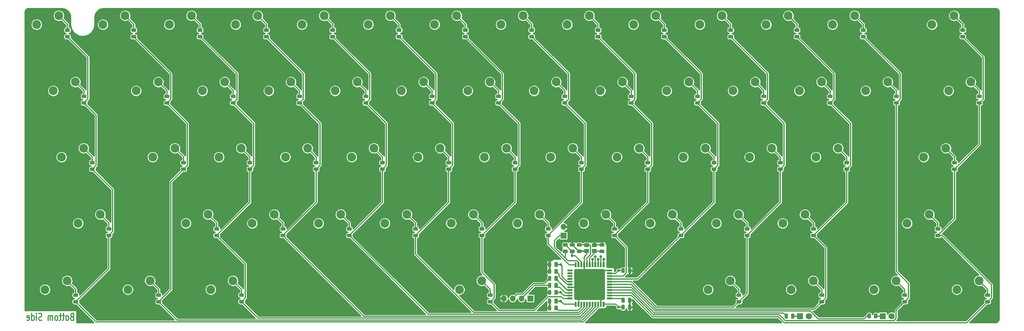
<source format=gbr>
G04 #@! TF.GenerationSoftware,KiCad,Pcbnew,(5.1.2)-2*
G04 #@! TF.CreationDate,2019-08-06T12:27:53+02:00*
G04 #@! TF.ProjectId,keyboard,6b657962-6f61-4726-942e-6b696361645f,A*
G04 #@! TF.SameCoordinates,Original*
G04 #@! TF.FileFunction,Copper,L2,Bot*
G04 #@! TF.FilePolarity,Positive*
%FSLAX46Y46*%
G04 Gerber Fmt 4.6, Leading zero omitted, Abs format (unit mm)*
G04 Created by KiCad (PCBNEW (5.1.2)-2) date 2019-08-06 12:27:53*
%MOMM*%
%LPD*%
G04 APERTURE LIST*
%ADD10C,0.304800*%
%ADD11C,0.100000*%
%ADD12C,0.975000*%
%ADD13O,1.700000X1.700000*%
%ADD14R,1.700000X1.700000*%
%ADD15C,1.800000*%
%ADD16R,1.800000X1.800000*%
%ADD17C,2.500000*%
%ADD18C,4.200000*%
%ADD19R,1.400000X1.200000*%
%ADD20C,0.550000*%
%ADD21C,0.800000*%
%ADD22C,0.300000*%
%ADD23C,0.400000*%
G04 APERTURE END LIST*
D10*
X74536120Y-161984857D02*
X74318405Y-162081619D01*
X74245834Y-162178380D01*
X74173262Y-162371904D01*
X74173262Y-162662190D01*
X74245834Y-162855714D01*
X74318405Y-162952476D01*
X74463548Y-163049238D01*
X75044120Y-163049238D01*
X75044120Y-161017238D01*
X74536120Y-161017238D01*
X74390977Y-161114000D01*
X74318405Y-161210761D01*
X74245834Y-161404285D01*
X74245834Y-161597809D01*
X74318405Y-161791333D01*
X74390977Y-161888095D01*
X74536120Y-161984857D01*
X75044120Y-161984857D01*
X73302405Y-163049238D02*
X73447548Y-162952476D01*
X73520120Y-162855714D01*
X73592691Y-162662190D01*
X73592691Y-162081619D01*
X73520120Y-161888095D01*
X73447548Y-161791333D01*
X73302405Y-161694571D01*
X73084691Y-161694571D01*
X72939548Y-161791333D01*
X72866977Y-161888095D01*
X72794405Y-162081619D01*
X72794405Y-162662190D01*
X72866977Y-162855714D01*
X72939548Y-162952476D01*
X73084691Y-163049238D01*
X73302405Y-163049238D01*
X72358977Y-161694571D02*
X71778405Y-161694571D01*
X72141262Y-161017238D02*
X72141262Y-162758952D01*
X72068691Y-162952476D01*
X71923548Y-163049238D01*
X71778405Y-163049238D01*
X71488120Y-161694571D02*
X70907548Y-161694571D01*
X71270405Y-161017238D02*
X71270405Y-162758952D01*
X71197834Y-162952476D01*
X71052691Y-163049238D01*
X70907548Y-163049238D01*
X70181834Y-163049238D02*
X70326977Y-162952476D01*
X70399548Y-162855714D01*
X70472120Y-162662190D01*
X70472120Y-162081619D01*
X70399548Y-161888095D01*
X70326977Y-161791333D01*
X70181834Y-161694571D01*
X69964120Y-161694571D01*
X69818977Y-161791333D01*
X69746405Y-161888095D01*
X69673834Y-162081619D01*
X69673834Y-162662190D01*
X69746405Y-162855714D01*
X69818977Y-162952476D01*
X69964120Y-163049238D01*
X70181834Y-163049238D01*
X69020691Y-163049238D02*
X69020691Y-161694571D01*
X69020691Y-161888095D02*
X68948120Y-161791333D01*
X68802977Y-161694571D01*
X68585262Y-161694571D01*
X68440120Y-161791333D01*
X68367548Y-161984857D01*
X68367548Y-163049238D01*
X68367548Y-161984857D02*
X68294977Y-161791333D01*
X68149834Y-161694571D01*
X67932120Y-161694571D01*
X67786977Y-161791333D01*
X67714405Y-161984857D01*
X67714405Y-163049238D01*
X65900120Y-162952476D02*
X65682405Y-163049238D01*
X65319548Y-163049238D01*
X65174405Y-162952476D01*
X65101834Y-162855714D01*
X65029262Y-162662190D01*
X65029262Y-162468666D01*
X65101834Y-162275142D01*
X65174405Y-162178380D01*
X65319548Y-162081619D01*
X65609834Y-161984857D01*
X65754977Y-161888095D01*
X65827548Y-161791333D01*
X65900120Y-161597809D01*
X65900120Y-161404285D01*
X65827548Y-161210761D01*
X65754977Y-161114000D01*
X65609834Y-161017238D01*
X65246977Y-161017238D01*
X65029262Y-161114000D01*
X64376120Y-163049238D02*
X64376120Y-161694571D01*
X64376120Y-161017238D02*
X64448691Y-161114000D01*
X64376120Y-161210761D01*
X64303548Y-161114000D01*
X64376120Y-161017238D01*
X64376120Y-161210761D01*
X62997262Y-163049238D02*
X62997262Y-161017238D01*
X62997262Y-162952476D02*
X63142405Y-163049238D01*
X63432691Y-163049238D01*
X63577834Y-162952476D01*
X63650405Y-162855714D01*
X63722977Y-162662190D01*
X63722977Y-162081619D01*
X63650405Y-161888095D01*
X63577834Y-161791333D01*
X63432691Y-161694571D01*
X63142405Y-161694571D01*
X62997262Y-161791333D01*
X61690977Y-162952476D02*
X61836120Y-163049238D01*
X62126405Y-163049238D01*
X62271548Y-162952476D01*
X62344120Y-162758952D01*
X62344120Y-161984857D01*
X62271548Y-161791333D01*
X62126405Y-161694571D01*
X61836120Y-161694571D01*
X61690977Y-161791333D01*
X61618405Y-161984857D01*
X61618405Y-162178380D01*
X62344120Y-162371904D01*
D11*
G36*
X218370142Y-140888674D02*
G01*
X218393803Y-140892184D01*
X218417007Y-140897996D01*
X218439529Y-140906054D01*
X218461153Y-140916282D01*
X218481670Y-140928579D01*
X218500883Y-140942829D01*
X218518607Y-140958893D01*
X218534671Y-140976617D01*
X218548921Y-140995830D01*
X218561218Y-141016347D01*
X218571446Y-141037971D01*
X218579504Y-141060493D01*
X218585316Y-141083697D01*
X218588826Y-141107358D01*
X218590000Y-141131250D01*
X218590000Y-141618750D01*
X218588826Y-141642642D01*
X218585316Y-141666303D01*
X218579504Y-141689507D01*
X218571446Y-141712029D01*
X218561218Y-141733653D01*
X218548921Y-141754170D01*
X218534671Y-141773383D01*
X218518607Y-141791107D01*
X218500883Y-141807171D01*
X218481670Y-141821421D01*
X218461153Y-141833718D01*
X218439529Y-141843946D01*
X218417007Y-141852004D01*
X218393803Y-141857816D01*
X218370142Y-141861326D01*
X218346250Y-141862500D01*
X217433750Y-141862500D01*
X217409858Y-141861326D01*
X217386197Y-141857816D01*
X217362993Y-141852004D01*
X217340471Y-141843946D01*
X217318847Y-141833718D01*
X217298330Y-141821421D01*
X217279117Y-141807171D01*
X217261393Y-141791107D01*
X217245329Y-141773383D01*
X217231079Y-141754170D01*
X217218782Y-141733653D01*
X217208554Y-141712029D01*
X217200496Y-141689507D01*
X217194684Y-141666303D01*
X217191174Y-141642642D01*
X217190000Y-141618750D01*
X217190000Y-141131250D01*
X217191174Y-141107358D01*
X217194684Y-141083697D01*
X217200496Y-141060493D01*
X217208554Y-141037971D01*
X217218782Y-141016347D01*
X217231079Y-140995830D01*
X217245329Y-140976617D01*
X217261393Y-140958893D01*
X217279117Y-140942829D01*
X217298330Y-140928579D01*
X217318847Y-140916282D01*
X217340471Y-140906054D01*
X217362993Y-140897996D01*
X217386197Y-140892184D01*
X217409858Y-140888674D01*
X217433750Y-140887500D01*
X218346250Y-140887500D01*
X218370142Y-140888674D01*
X218370142Y-140888674D01*
G37*
D12*
X217890000Y-141375000D03*
D11*
G36*
X218370142Y-142763674D02*
G01*
X218393803Y-142767184D01*
X218417007Y-142772996D01*
X218439529Y-142781054D01*
X218461153Y-142791282D01*
X218481670Y-142803579D01*
X218500883Y-142817829D01*
X218518607Y-142833893D01*
X218534671Y-142851617D01*
X218548921Y-142870830D01*
X218561218Y-142891347D01*
X218571446Y-142912971D01*
X218579504Y-142935493D01*
X218585316Y-142958697D01*
X218588826Y-142982358D01*
X218590000Y-143006250D01*
X218590000Y-143493750D01*
X218588826Y-143517642D01*
X218585316Y-143541303D01*
X218579504Y-143564507D01*
X218571446Y-143587029D01*
X218561218Y-143608653D01*
X218548921Y-143629170D01*
X218534671Y-143648383D01*
X218518607Y-143666107D01*
X218500883Y-143682171D01*
X218481670Y-143696421D01*
X218461153Y-143708718D01*
X218439529Y-143718946D01*
X218417007Y-143727004D01*
X218393803Y-143732816D01*
X218370142Y-143736326D01*
X218346250Y-143737500D01*
X217433750Y-143737500D01*
X217409858Y-143736326D01*
X217386197Y-143732816D01*
X217362993Y-143727004D01*
X217340471Y-143718946D01*
X217318847Y-143708718D01*
X217298330Y-143696421D01*
X217279117Y-143682171D01*
X217261393Y-143666107D01*
X217245329Y-143648383D01*
X217231079Y-143629170D01*
X217218782Y-143608653D01*
X217208554Y-143587029D01*
X217200496Y-143564507D01*
X217194684Y-143541303D01*
X217191174Y-143517642D01*
X217190000Y-143493750D01*
X217190000Y-143006250D01*
X217191174Y-142982358D01*
X217194684Y-142958697D01*
X217200496Y-142935493D01*
X217208554Y-142912971D01*
X217218782Y-142891347D01*
X217231079Y-142870830D01*
X217245329Y-142851617D01*
X217261393Y-142833893D01*
X217279117Y-142817829D01*
X217298330Y-142803579D01*
X217318847Y-142791282D01*
X217340471Y-142781054D01*
X217362993Y-142772996D01*
X217386197Y-142767184D01*
X217409858Y-142763674D01*
X217433750Y-142762500D01*
X218346250Y-142762500D01*
X218370142Y-142763674D01*
X218370142Y-142763674D01*
G37*
D12*
X217890000Y-143250000D03*
D11*
G36*
X226870142Y-142763674D02*
G01*
X226893803Y-142767184D01*
X226917007Y-142772996D01*
X226939529Y-142781054D01*
X226961153Y-142791282D01*
X226981670Y-142803579D01*
X227000883Y-142817829D01*
X227018607Y-142833893D01*
X227034671Y-142851617D01*
X227048921Y-142870830D01*
X227061218Y-142891347D01*
X227071446Y-142912971D01*
X227079504Y-142935493D01*
X227085316Y-142958697D01*
X227088826Y-142982358D01*
X227090000Y-143006250D01*
X227090000Y-143493750D01*
X227088826Y-143517642D01*
X227085316Y-143541303D01*
X227079504Y-143564507D01*
X227071446Y-143587029D01*
X227061218Y-143608653D01*
X227048921Y-143629170D01*
X227034671Y-143648383D01*
X227018607Y-143666107D01*
X227000883Y-143682171D01*
X226981670Y-143696421D01*
X226961153Y-143708718D01*
X226939529Y-143718946D01*
X226917007Y-143727004D01*
X226893803Y-143732816D01*
X226870142Y-143736326D01*
X226846250Y-143737500D01*
X225933750Y-143737500D01*
X225909858Y-143736326D01*
X225886197Y-143732816D01*
X225862993Y-143727004D01*
X225840471Y-143718946D01*
X225818847Y-143708718D01*
X225798330Y-143696421D01*
X225779117Y-143682171D01*
X225761393Y-143666107D01*
X225745329Y-143648383D01*
X225731079Y-143629170D01*
X225718782Y-143608653D01*
X225708554Y-143587029D01*
X225700496Y-143564507D01*
X225694684Y-143541303D01*
X225691174Y-143517642D01*
X225690000Y-143493750D01*
X225690000Y-143006250D01*
X225691174Y-142982358D01*
X225694684Y-142958697D01*
X225700496Y-142935493D01*
X225708554Y-142912971D01*
X225718782Y-142891347D01*
X225731079Y-142870830D01*
X225745329Y-142851617D01*
X225761393Y-142833893D01*
X225779117Y-142817829D01*
X225798330Y-142803579D01*
X225818847Y-142791282D01*
X225840471Y-142781054D01*
X225862993Y-142772996D01*
X225886197Y-142767184D01*
X225909858Y-142763674D01*
X225933750Y-142762500D01*
X226846250Y-142762500D01*
X226870142Y-142763674D01*
X226870142Y-142763674D01*
G37*
D12*
X226390000Y-143250000D03*
D11*
G36*
X226870142Y-140888674D02*
G01*
X226893803Y-140892184D01*
X226917007Y-140897996D01*
X226939529Y-140906054D01*
X226961153Y-140916282D01*
X226981670Y-140928579D01*
X227000883Y-140942829D01*
X227018607Y-140958893D01*
X227034671Y-140976617D01*
X227048921Y-140995830D01*
X227061218Y-141016347D01*
X227071446Y-141037971D01*
X227079504Y-141060493D01*
X227085316Y-141083697D01*
X227088826Y-141107358D01*
X227090000Y-141131250D01*
X227090000Y-141618750D01*
X227088826Y-141642642D01*
X227085316Y-141666303D01*
X227079504Y-141689507D01*
X227071446Y-141712029D01*
X227061218Y-141733653D01*
X227048921Y-141754170D01*
X227034671Y-141773383D01*
X227018607Y-141791107D01*
X227000883Y-141807171D01*
X226981670Y-141821421D01*
X226961153Y-141833718D01*
X226939529Y-141843946D01*
X226917007Y-141852004D01*
X226893803Y-141857816D01*
X226870142Y-141861326D01*
X226846250Y-141862500D01*
X225933750Y-141862500D01*
X225909858Y-141861326D01*
X225886197Y-141857816D01*
X225862993Y-141852004D01*
X225840471Y-141843946D01*
X225818847Y-141833718D01*
X225798330Y-141821421D01*
X225779117Y-141807171D01*
X225761393Y-141791107D01*
X225745329Y-141773383D01*
X225731079Y-141754170D01*
X225718782Y-141733653D01*
X225708554Y-141712029D01*
X225700496Y-141689507D01*
X225694684Y-141666303D01*
X225691174Y-141642642D01*
X225690000Y-141618750D01*
X225690000Y-141131250D01*
X225691174Y-141107358D01*
X225694684Y-141083697D01*
X225700496Y-141060493D01*
X225708554Y-141037971D01*
X225718782Y-141016347D01*
X225731079Y-140995830D01*
X225745329Y-140976617D01*
X225761393Y-140958893D01*
X225779117Y-140942829D01*
X225798330Y-140928579D01*
X225818847Y-140916282D01*
X225840471Y-140906054D01*
X225862993Y-140897996D01*
X225886197Y-140892184D01*
X225909858Y-140888674D01*
X225933750Y-140887500D01*
X226846250Y-140887500D01*
X226870142Y-140888674D01*
X226870142Y-140888674D01*
G37*
D12*
X226390000Y-141375000D03*
D11*
G36*
X211657642Y-148301174D02*
G01*
X211681303Y-148304684D01*
X211704507Y-148310496D01*
X211727029Y-148318554D01*
X211748653Y-148328782D01*
X211769170Y-148341079D01*
X211788383Y-148355329D01*
X211806107Y-148371393D01*
X211822171Y-148389117D01*
X211836421Y-148408330D01*
X211848718Y-148428847D01*
X211858946Y-148450471D01*
X211867004Y-148472993D01*
X211872816Y-148496197D01*
X211876326Y-148519858D01*
X211877500Y-148543750D01*
X211877500Y-149456250D01*
X211876326Y-149480142D01*
X211872816Y-149503803D01*
X211867004Y-149527007D01*
X211858946Y-149549529D01*
X211848718Y-149571153D01*
X211836421Y-149591670D01*
X211822171Y-149610883D01*
X211806107Y-149628607D01*
X211788383Y-149644671D01*
X211769170Y-149658921D01*
X211748653Y-149671218D01*
X211727029Y-149681446D01*
X211704507Y-149689504D01*
X211681303Y-149695316D01*
X211657642Y-149698826D01*
X211633750Y-149700000D01*
X211146250Y-149700000D01*
X211122358Y-149698826D01*
X211098697Y-149695316D01*
X211075493Y-149689504D01*
X211052971Y-149681446D01*
X211031347Y-149671218D01*
X211010830Y-149658921D01*
X210991617Y-149644671D01*
X210973893Y-149628607D01*
X210957829Y-149610883D01*
X210943579Y-149591670D01*
X210931282Y-149571153D01*
X210921054Y-149549529D01*
X210912996Y-149527007D01*
X210907184Y-149503803D01*
X210903674Y-149480142D01*
X210902500Y-149456250D01*
X210902500Y-148543750D01*
X210903674Y-148519858D01*
X210907184Y-148496197D01*
X210912996Y-148472993D01*
X210921054Y-148450471D01*
X210931282Y-148428847D01*
X210943579Y-148408330D01*
X210957829Y-148389117D01*
X210973893Y-148371393D01*
X210991617Y-148355329D01*
X211010830Y-148341079D01*
X211031347Y-148328782D01*
X211052971Y-148318554D01*
X211075493Y-148310496D01*
X211098697Y-148304684D01*
X211122358Y-148301174D01*
X211146250Y-148300000D01*
X211633750Y-148300000D01*
X211657642Y-148301174D01*
X211657642Y-148301174D01*
G37*
D12*
X211390000Y-149000000D03*
D11*
G36*
X213532642Y-148301174D02*
G01*
X213556303Y-148304684D01*
X213579507Y-148310496D01*
X213602029Y-148318554D01*
X213623653Y-148328782D01*
X213644170Y-148341079D01*
X213663383Y-148355329D01*
X213681107Y-148371393D01*
X213697171Y-148389117D01*
X213711421Y-148408330D01*
X213723718Y-148428847D01*
X213733946Y-148450471D01*
X213742004Y-148472993D01*
X213747816Y-148496197D01*
X213751326Y-148519858D01*
X213752500Y-148543750D01*
X213752500Y-149456250D01*
X213751326Y-149480142D01*
X213747816Y-149503803D01*
X213742004Y-149527007D01*
X213733946Y-149549529D01*
X213723718Y-149571153D01*
X213711421Y-149591670D01*
X213697171Y-149610883D01*
X213681107Y-149628607D01*
X213663383Y-149644671D01*
X213644170Y-149658921D01*
X213623653Y-149671218D01*
X213602029Y-149681446D01*
X213579507Y-149689504D01*
X213556303Y-149695316D01*
X213532642Y-149698826D01*
X213508750Y-149700000D01*
X213021250Y-149700000D01*
X212997358Y-149698826D01*
X212973697Y-149695316D01*
X212950493Y-149689504D01*
X212927971Y-149681446D01*
X212906347Y-149671218D01*
X212885830Y-149658921D01*
X212866617Y-149644671D01*
X212848893Y-149628607D01*
X212832829Y-149610883D01*
X212818579Y-149591670D01*
X212806282Y-149571153D01*
X212796054Y-149549529D01*
X212787996Y-149527007D01*
X212782184Y-149503803D01*
X212778674Y-149480142D01*
X212777500Y-149456250D01*
X212777500Y-148543750D01*
X212778674Y-148519858D01*
X212782184Y-148496197D01*
X212787996Y-148472993D01*
X212796054Y-148450471D01*
X212806282Y-148428847D01*
X212818579Y-148408330D01*
X212832829Y-148389117D01*
X212848893Y-148371393D01*
X212866617Y-148355329D01*
X212885830Y-148341079D01*
X212906347Y-148328782D01*
X212927971Y-148318554D01*
X212950493Y-148310496D01*
X212973697Y-148304684D01*
X212997358Y-148301174D01*
X213021250Y-148300000D01*
X213508750Y-148300000D01*
X213532642Y-148301174D01*
X213532642Y-148301174D01*
G37*
D12*
X213265000Y-149000000D03*
D11*
G36*
X211657642Y-154301174D02*
G01*
X211681303Y-154304684D01*
X211704507Y-154310496D01*
X211727029Y-154318554D01*
X211748653Y-154328782D01*
X211769170Y-154341079D01*
X211788383Y-154355329D01*
X211806107Y-154371393D01*
X211822171Y-154389117D01*
X211836421Y-154408330D01*
X211848718Y-154428847D01*
X211858946Y-154450471D01*
X211867004Y-154472993D01*
X211872816Y-154496197D01*
X211876326Y-154519858D01*
X211877500Y-154543750D01*
X211877500Y-155456250D01*
X211876326Y-155480142D01*
X211872816Y-155503803D01*
X211867004Y-155527007D01*
X211858946Y-155549529D01*
X211848718Y-155571153D01*
X211836421Y-155591670D01*
X211822171Y-155610883D01*
X211806107Y-155628607D01*
X211788383Y-155644671D01*
X211769170Y-155658921D01*
X211748653Y-155671218D01*
X211727029Y-155681446D01*
X211704507Y-155689504D01*
X211681303Y-155695316D01*
X211657642Y-155698826D01*
X211633750Y-155700000D01*
X211146250Y-155700000D01*
X211122358Y-155698826D01*
X211098697Y-155695316D01*
X211075493Y-155689504D01*
X211052971Y-155681446D01*
X211031347Y-155671218D01*
X211010830Y-155658921D01*
X210991617Y-155644671D01*
X210973893Y-155628607D01*
X210957829Y-155610883D01*
X210943579Y-155591670D01*
X210931282Y-155571153D01*
X210921054Y-155549529D01*
X210912996Y-155527007D01*
X210907184Y-155503803D01*
X210903674Y-155480142D01*
X210902500Y-155456250D01*
X210902500Y-154543750D01*
X210903674Y-154519858D01*
X210907184Y-154496197D01*
X210912996Y-154472993D01*
X210921054Y-154450471D01*
X210931282Y-154428847D01*
X210943579Y-154408330D01*
X210957829Y-154389117D01*
X210973893Y-154371393D01*
X210991617Y-154355329D01*
X211010830Y-154341079D01*
X211031347Y-154328782D01*
X211052971Y-154318554D01*
X211075493Y-154310496D01*
X211098697Y-154304684D01*
X211122358Y-154301174D01*
X211146250Y-154300000D01*
X211633750Y-154300000D01*
X211657642Y-154301174D01*
X211657642Y-154301174D01*
G37*
D12*
X211390000Y-155000000D03*
D11*
G36*
X213532642Y-154301174D02*
G01*
X213556303Y-154304684D01*
X213579507Y-154310496D01*
X213602029Y-154318554D01*
X213623653Y-154328782D01*
X213644170Y-154341079D01*
X213663383Y-154355329D01*
X213681107Y-154371393D01*
X213697171Y-154389117D01*
X213711421Y-154408330D01*
X213723718Y-154428847D01*
X213733946Y-154450471D01*
X213742004Y-154472993D01*
X213747816Y-154496197D01*
X213751326Y-154519858D01*
X213752500Y-154543750D01*
X213752500Y-155456250D01*
X213751326Y-155480142D01*
X213747816Y-155503803D01*
X213742004Y-155527007D01*
X213733946Y-155549529D01*
X213723718Y-155571153D01*
X213711421Y-155591670D01*
X213697171Y-155610883D01*
X213681107Y-155628607D01*
X213663383Y-155644671D01*
X213644170Y-155658921D01*
X213623653Y-155671218D01*
X213602029Y-155681446D01*
X213579507Y-155689504D01*
X213556303Y-155695316D01*
X213532642Y-155698826D01*
X213508750Y-155700000D01*
X213021250Y-155700000D01*
X212997358Y-155698826D01*
X212973697Y-155695316D01*
X212950493Y-155689504D01*
X212927971Y-155681446D01*
X212906347Y-155671218D01*
X212885830Y-155658921D01*
X212866617Y-155644671D01*
X212848893Y-155628607D01*
X212832829Y-155610883D01*
X212818579Y-155591670D01*
X212806282Y-155571153D01*
X212796054Y-155549529D01*
X212787996Y-155527007D01*
X212782184Y-155503803D01*
X212778674Y-155480142D01*
X212777500Y-155456250D01*
X212777500Y-154543750D01*
X212778674Y-154519858D01*
X212782184Y-154496197D01*
X212787996Y-154472993D01*
X212796054Y-154450471D01*
X212806282Y-154428847D01*
X212818579Y-154408330D01*
X212832829Y-154389117D01*
X212848893Y-154371393D01*
X212866617Y-154355329D01*
X212885830Y-154341079D01*
X212906347Y-154328782D01*
X212927971Y-154318554D01*
X212950493Y-154310496D01*
X212973697Y-154304684D01*
X212997358Y-154301174D01*
X213021250Y-154300000D01*
X213508750Y-154300000D01*
X213532642Y-154301174D01*
X213532642Y-154301174D01*
G37*
D12*
X213265000Y-155000000D03*
D11*
G36*
X211657642Y-146301174D02*
G01*
X211681303Y-146304684D01*
X211704507Y-146310496D01*
X211727029Y-146318554D01*
X211748653Y-146328782D01*
X211769170Y-146341079D01*
X211788383Y-146355329D01*
X211806107Y-146371393D01*
X211822171Y-146389117D01*
X211836421Y-146408330D01*
X211848718Y-146428847D01*
X211858946Y-146450471D01*
X211867004Y-146472993D01*
X211872816Y-146496197D01*
X211876326Y-146519858D01*
X211877500Y-146543750D01*
X211877500Y-147456250D01*
X211876326Y-147480142D01*
X211872816Y-147503803D01*
X211867004Y-147527007D01*
X211858946Y-147549529D01*
X211848718Y-147571153D01*
X211836421Y-147591670D01*
X211822171Y-147610883D01*
X211806107Y-147628607D01*
X211788383Y-147644671D01*
X211769170Y-147658921D01*
X211748653Y-147671218D01*
X211727029Y-147681446D01*
X211704507Y-147689504D01*
X211681303Y-147695316D01*
X211657642Y-147698826D01*
X211633750Y-147700000D01*
X211146250Y-147700000D01*
X211122358Y-147698826D01*
X211098697Y-147695316D01*
X211075493Y-147689504D01*
X211052971Y-147681446D01*
X211031347Y-147671218D01*
X211010830Y-147658921D01*
X210991617Y-147644671D01*
X210973893Y-147628607D01*
X210957829Y-147610883D01*
X210943579Y-147591670D01*
X210931282Y-147571153D01*
X210921054Y-147549529D01*
X210912996Y-147527007D01*
X210907184Y-147503803D01*
X210903674Y-147480142D01*
X210902500Y-147456250D01*
X210902500Y-146543750D01*
X210903674Y-146519858D01*
X210907184Y-146496197D01*
X210912996Y-146472993D01*
X210921054Y-146450471D01*
X210931282Y-146428847D01*
X210943579Y-146408330D01*
X210957829Y-146389117D01*
X210973893Y-146371393D01*
X210991617Y-146355329D01*
X211010830Y-146341079D01*
X211031347Y-146328782D01*
X211052971Y-146318554D01*
X211075493Y-146310496D01*
X211098697Y-146304684D01*
X211122358Y-146301174D01*
X211146250Y-146300000D01*
X211633750Y-146300000D01*
X211657642Y-146301174D01*
X211657642Y-146301174D01*
G37*
D12*
X211390000Y-147000000D03*
D11*
G36*
X213532642Y-146301174D02*
G01*
X213556303Y-146304684D01*
X213579507Y-146310496D01*
X213602029Y-146318554D01*
X213623653Y-146328782D01*
X213644170Y-146341079D01*
X213663383Y-146355329D01*
X213681107Y-146371393D01*
X213697171Y-146389117D01*
X213711421Y-146408330D01*
X213723718Y-146428847D01*
X213733946Y-146450471D01*
X213742004Y-146472993D01*
X213747816Y-146496197D01*
X213751326Y-146519858D01*
X213752500Y-146543750D01*
X213752500Y-147456250D01*
X213751326Y-147480142D01*
X213747816Y-147503803D01*
X213742004Y-147527007D01*
X213733946Y-147549529D01*
X213723718Y-147571153D01*
X213711421Y-147591670D01*
X213697171Y-147610883D01*
X213681107Y-147628607D01*
X213663383Y-147644671D01*
X213644170Y-147658921D01*
X213623653Y-147671218D01*
X213602029Y-147681446D01*
X213579507Y-147689504D01*
X213556303Y-147695316D01*
X213532642Y-147698826D01*
X213508750Y-147700000D01*
X213021250Y-147700000D01*
X212997358Y-147698826D01*
X212973697Y-147695316D01*
X212950493Y-147689504D01*
X212927971Y-147681446D01*
X212906347Y-147671218D01*
X212885830Y-147658921D01*
X212866617Y-147644671D01*
X212848893Y-147628607D01*
X212832829Y-147610883D01*
X212818579Y-147591670D01*
X212806282Y-147571153D01*
X212796054Y-147549529D01*
X212787996Y-147527007D01*
X212782184Y-147503803D01*
X212778674Y-147480142D01*
X212777500Y-147456250D01*
X212777500Y-146543750D01*
X212778674Y-146519858D01*
X212782184Y-146496197D01*
X212787996Y-146472993D01*
X212796054Y-146450471D01*
X212806282Y-146428847D01*
X212818579Y-146408330D01*
X212832829Y-146389117D01*
X212848893Y-146371393D01*
X212866617Y-146355329D01*
X212885830Y-146341079D01*
X212906347Y-146328782D01*
X212927971Y-146318554D01*
X212950493Y-146310496D01*
X212973697Y-146304684D01*
X212997358Y-146301174D01*
X213021250Y-146300000D01*
X213508750Y-146300000D01*
X213532642Y-146301174D01*
X213532642Y-146301174D01*
G37*
D12*
X213265000Y-147000000D03*
D11*
G36*
X211657642Y-156801174D02*
G01*
X211681303Y-156804684D01*
X211704507Y-156810496D01*
X211727029Y-156818554D01*
X211748653Y-156828782D01*
X211769170Y-156841079D01*
X211788383Y-156855329D01*
X211806107Y-156871393D01*
X211822171Y-156889117D01*
X211836421Y-156908330D01*
X211848718Y-156928847D01*
X211858946Y-156950471D01*
X211867004Y-156972993D01*
X211872816Y-156996197D01*
X211876326Y-157019858D01*
X211877500Y-157043750D01*
X211877500Y-157956250D01*
X211876326Y-157980142D01*
X211872816Y-158003803D01*
X211867004Y-158027007D01*
X211858946Y-158049529D01*
X211848718Y-158071153D01*
X211836421Y-158091670D01*
X211822171Y-158110883D01*
X211806107Y-158128607D01*
X211788383Y-158144671D01*
X211769170Y-158158921D01*
X211748653Y-158171218D01*
X211727029Y-158181446D01*
X211704507Y-158189504D01*
X211681303Y-158195316D01*
X211657642Y-158198826D01*
X211633750Y-158200000D01*
X211146250Y-158200000D01*
X211122358Y-158198826D01*
X211098697Y-158195316D01*
X211075493Y-158189504D01*
X211052971Y-158181446D01*
X211031347Y-158171218D01*
X211010830Y-158158921D01*
X210991617Y-158144671D01*
X210973893Y-158128607D01*
X210957829Y-158110883D01*
X210943579Y-158091670D01*
X210931282Y-158071153D01*
X210921054Y-158049529D01*
X210912996Y-158027007D01*
X210907184Y-158003803D01*
X210903674Y-157980142D01*
X210902500Y-157956250D01*
X210902500Y-157043750D01*
X210903674Y-157019858D01*
X210907184Y-156996197D01*
X210912996Y-156972993D01*
X210921054Y-156950471D01*
X210931282Y-156928847D01*
X210943579Y-156908330D01*
X210957829Y-156889117D01*
X210973893Y-156871393D01*
X210991617Y-156855329D01*
X211010830Y-156841079D01*
X211031347Y-156828782D01*
X211052971Y-156818554D01*
X211075493Y-156810496D01*
X211098697Y-156804684D01*
X211122358Y-156801174D01*
X211146250Y-156800000D01*
X211633750Y-156800000D01*
X211657642Y-156801174D01*
X211657642Y-156801174D01*
G37*
D12*
X211390000Y-157500000D03*
D11*
G36*
X213532642Y-156801174D02*
G01*
X213556303Y-156804684D01*
X213579507Y-156810496D01*
X213602029Y-156818554D01*
X213623653Y-156828782D01*
X213644170Y-156841079D01*
X213663383Y-156855329D01*
X213681107Y-156871393D01*
X213697171Y-156889117D01*
X213711421Y-156908330D01*
X213723718Y-156928847D01*
X213733946Y-156950471D01*
X213742004Y-156972993D01*
X213747816Y-156996197D01*
X213751326Y-157019858D01*
X213752500Y-157043750D01*
X213752500Y-157956250D01*
X213751326Y-157980142D01*
X213747816Y-158003803D01*
X213742004Y-158027007D01*
X213733946Y-158049529D01*
X213723718Y-158071153D01*
X213711421Y-158091670D01*
X213697171Y-158110883D01*
X213681107Y-158128607D01*
X213663383Y-158144671D01*
X213644170Y-158158921D01*
X213623653Y-158171218D01*
X213602029Y-158181446D01*
X213579507Y-158189504D01*
X213556303Y-158195316D01*
X213532642Y-158198826D01*
X213508750Y-158200000D01*
X213021250Y-158200000D01*
X212997358Y-158198826D01*
X212973697Y-158195316D01*
X212950493Y-158189504D01*
X212927971Y-158181446D01*
X212906347Y-158171218D01*
X212885830Y-158158921D01*
X212866617Y-158144671D01*
X212848893Y-158128607D01*
X212832829Y-158110883D01*
X212818579Y-158091670D01*
X212806282Y-158071153D01*
X212796054Y-158049529D01*
X212787996Y-158027007D01*
X212782184Y-158003803D01*
X212778674Y-157980142D01*
X212777500Y-157956250D01*
X212777500Y-157043750D01*
X212778674Y-157019858D01*
X212782184Y-156996197D01*
X212787996Y-156972993D01*
X212796054Y-156950471D01*
X212806282Y-156928847D01*
X212818579Y-156908330D01*
X212832829Y-156889117D01*
X212848893Y-156871393D01*
X212866617Y-156855329D01*
X212885830Y-156841079D01*
X212906347Y-156828782D01*
X212927971Y-156818554D01*
X212950493Y-156810496D01*
X212973697Y-156804684D01*
X212997358Y-156801174D01*
X213021250Y-156800000D01*
X213508750Y-156800000D01*
X213532642Y-156801174D01*
X213532642Y-156801174D01*
G37*
D12*
X213265000Y-157500000D03*
D11*
G36*
X220370142Y-140888674D02*
G01*
X220393803Y-140892184D01*
X220417007Y-140897996D01*
X220439529Y-140906054D01*
X220461153Y-140916282D01*
X220481670Y-140928579D01*
X220500883Y-140942829D01*
X220518607Y-140958893D01*
X220534671Y-140976617D01*
X220548921Y-140995830D01*
X220561218Y-141016347D01*
X220571446Y-141037971D01*
X220579504Y-141060493D01*
X220585316Y-141083697D01*
X220588826Y-141107358D01*
X220590000Y-141131250D01*
X220590000Y-141618750D01*
X220588826Y-141642642D01*
X220585316Y-141666303D01*
X220579504Y-141689507D01*
X220571446Y-141712029D01*
X220561218Y-141733653D01*
X220548921Y-141754170D01*
X220534671Y-141773383D01*
X220518607Y-141791107D01*
X220500883Y-141807171D01*
X220481670Y-141821421D01*
X220461153Y-141833718D01*
X220439529Y-141843946D01*
X220417007Y-141852004D01*
X220393803Y-141857816D01*
X220370142Y-141861326D01*
X220346250Y-141862500D01*
X219433750Y-141862500D01*
X219409858Y-141861326D01*
X219386197Y-141857816D01*
X219362993Y-141852004D01*
X219340471Y-141843946D01*
X219318847Y-141833718D01*
X219298330Y-141821421D01*
X219279117Y-141807171D01*
X219261393Y-141791107D01*
X219245329Y-141773383D01*
X219231079Y-141754170D01*
X219218782Y-141733653D01*
X219208554Y-141712029D01*
X219200496Y-141689507D01*
X219194684Y-141666303D01*
X219191174Y-141642642D01*
X219190000Y-141618750D01*
X219190000Y-141131250D01*
X219191174Y-141107358D01*
X219194684Y-141083697D01*
X219200496Y-141060493D01*
X219208554Y-141037971D01*
X219218782Y-141016347D01*
X219231079Y-140995830D01*
X219245329Y-140976617D01*
X219261393Y-140958893D01*
X219279117Y-140942829D01*
X219298330Y-140928579D01*
X219318847Y-140916282D01*
X219340471Y-140906054D01*
X219362993Y-140897996D01*
X219386197Y-140892184D01*
X219409858Y-140888674D01*
X219433750Y-140887500D01*
X220346250Y-140887500D01*
X220370142Y-140888674D01*
X220370142Y-140888674D01*
G37*
D12*
X219890000Y-141375000D03*
D11*
G36*
X220370142Y-142763674D02*
G01*
X220393803Y-142767184D01*
X220417007Y-142772996D01*
X220439529Y-142781054D01*
X220461153Y-142791282D01*
X220481670Y-142803579D01*
X220500883Y-142817829D01*
X220518607Y-142833893D01*
X220534671Y-142851617D01*
X220548921Y-142870830D01*
X220561218Y-142891347D01*
X220571446Y-142912971D01*
X220579504Y-142935493D01*
X220585316Y-142958697D01*
X220588826Y-142982358D01*
X220590000Y-143006250D01*
X220590000Y-143493750D01*
X220588826Y-143517642D01*
X220585316Y-143541303D01*
X220579504Y-143564507D01*
X220571446Y-143587029D01*
X220561218Y-143608653D01*
X220548921Y-143629170D01*
X220534671Y-143648383D01*
X220518607Y-143666107D01*
X220500883Y-143682171D01*
X220481670Y-143696421D01*
X220461153Y-143708718D01*
X220439529Y-143718946D01*
X220417007Y-143727004D01*
X220393803Y-143732816D01*
X220370142Y-143736326D01*
X220346250Y-143737500D01*
X219433750Y-143737500D01*
X219409858Y-143736326D01*
X219386197Y-143732816D01*
X219362993Y-143727004D01*
X219340471Y-143718946D01*
X219318847Y-143708718D01*
X219298330Y-143696421D01*
X219279117Y-143682171D01*
X219261393Y-143666107D01*
X219245329Y-143648383D01*
X219231079Y-143629170D01*
X219218782Y-143608653D01*
X219208554Y-143587029D01*
X219200496Y-143564507D01*
X219194684Y-143541303D01*
X219191174Y-143517642D01*
X219190000Y-143493750D01*
X219190000Y-143006250D01*
X219191174Y-142982358D01*
X219194684Y-142958697D01*
X219200496Y-142935493D01*
X219208554Y-142912971D01*
X219218782Y-142891347D01*
X219231079Y-142870830D01*
X219245329Y-142851617D01*
X219261393Y-142833893D01*
X219279117Y-142817829D01*
X219298330Y-142803579D01*
X219318847Y-142791282D01*
X219340471Y-142781054D01*
X219362993Y-142772996D01*
X219386197Y-142767184D01*
X219409858Y-142763674D01*
X219433750Y-142762500D01*
X220346250Y-142762500D01*
X220370142Y-142763674D01*
X220370142Y-142763674D01*
G37*
D12*
X219890000Y-143250000D03*
D11*
G36*
X211657642Y-158801174D02*
G01*
X211681303Y-158804684D01*
X211704507Y-158810496D01*
X211727029Y-158818554D01*
X211748653Y-158828782D01*
X211769170Y-158841079D01*
X211788383Y-158855329D01*
X211806107Y-158871393D01*
X211822171Y-158889117D01*
X211836421Y-158908330D01*
X211848718Y-158928847D01*
X211858946Y-158950471D01*
X211867004Y-158972993D01*
X211872816Y-158996197D01*
X211876326Y-159019858D01*
X211877500Y-159043750D01*
X211877500Y-159956250D01*
X211876326Y-159980142D01*
X211872816Y-160003803D01*
X211867004Y-160027007D01*
X211858946Y-160049529D01*
X211848718Y-160071153D01*
X211836421Y-160091670D01*
X211822171Y-160110883D01*
X211806107Y-160128607D01*
X211788383Y-160144671D01*
X211769170Y-160158921D01*
X211748653Y-160171218D01*
X211727029Y-160181446D01*
X211704507Y-160189504D01*
X211681303Y-160195316D01*
X211657642Y-160198826D01*
X211633750Y-160200000D01*
X211146250Y-160200000D01*
X211122358Y-160198826D01*
X211098697Y-160195316D01*
X211075493Y-160189504D01*
X211052971Y-160181446D01*
X211031347Y-160171218D01*
X211010830Y-160158921D01*
X210991617Y-160144671D01*
X210973893Y-160128607D01*
X210957829Y-160110883D01*
X210943579Y-160091670D01*
X210931282Y-160071153D01*
X210921054Y-160049529D01*
X210912996Y-160027007D01*
X210907184Y-160003803D01*
X210903674Y-159980142D01*
X210902500Y-159956250D01*
X210902500Y-159043750D01*
X210903674Y-159019858D01*
X210907184Y-158996197D01*
X210912996Y-158972993D01*
X210921054Y-158950471D01*
X210931282Y-158928847D01*
X210943579Y-158908330D01*
X210957829Y-158889117D01*
X210973893Y-158871393D01*
X210991617Y-158855329D01*
X211010830Y-158841079D01*
X211031347Y-158828782D01*
X211052971Y-158818554D01*
X211075493Y-158810496D01*
X211098697Y-158804684D01*
X211122358Y-158801174D01*
X211146250Y-158800000D01*
X211633750Y-158800000D01*
X211657642Y-158801174D01*
X211657642Y-158801174D01*
G37*
D12*
X211390000Y-159500000D03*
D11*
G36*
X213532642Y-158801174D02*
G01*
X213556303Y-158804684D01*
X213579507Y-158810496D01*
X213602029Y-158818554D01*
X213623653Y-158828782D01*
X213644170Y-158841079D01*
X213663383Y-158855329D01*
X213681107Y-158871393D01*
X213697171Y-158889117D01*
X213711421Y-158908330D01*
X213723718Y-158928847D01*
X213733946Y-158950471D01*
X213742004Y-158972993D01*
X213747816Y-158996197D01*
X213751326Y-159019858D01*
X213752500Y-159043750D01*
X213752500Y-159956250D01*
X213751326Y-159980142D01*
X213747816Y-160003803D01*
X213742004Y-160027007D01*
X213733946Y-160049529D01*
X213723718Y-160071153D01*
X213711421Y-160091670D01*
X213697171Y-160110883D01*
X213681107Y-160128607D01*
X213663383Y-160144671D01*
X213644170Y-160158921D01*
X213623653Y-160171218D01*
X213602029Y-160181446D01*
X213579507Y-160189504D01*
X213556303Y-160195316D01*
X213532642Y-160198826D01*
X213508750Y-160200000D01*
X213021250Y-160200000D01*
X212997358Y-160198826D01*
X212973697Y-160195316D01*
X212950493Y-160189504D01*
X212927971Y-160181446D01*
X212906347Y-160171218D01*
X212885830Y-160158921D01*
X212866617Y-160144671D01*
X212848893Y-160128607D01*
X212832829Y-160110883D01*
X212818579Y-160091670D01*
X212806282Y-160071153D01*
X212796054Y-160049529D01*
X212787996Y-160027007D01*
X212782184Y-160003803D01*
X212778674Y-159980142D01*
X212777500Y-159956250D01*
X212777500Y-159043750D01*
X212778674Y-159019858D01*
X212782184Y-158996197D01*
X212787996Y-158972993D01*
X212796054Y-158950471D01*
X212806282Y-158928847D01*
X212818579Y-158908330D01*
X212832829Y-158889117D01*
X212848893Y-158871393D01*
X212866617Y-158855329D01*
X212885830Y-158841079D01*
X212906347Y-158828782D01*
X212927971Y-158818554D01*
X212950493Y-158810496D01*
X212973697Y-158804684D01*
X212997358Y-158801174D01*
X213021250Y-158800000D01*
X213508750Y-158800000D01*
X213532642Y-158801174D01*
X213532642Y-158801174D01*
G37*
D12*
X213265000Y-159500000D03*
D11*
G36*
X234595142Y-148051174D02*
G01*
X234618803Y-148054684D01*
X234642007Y-148060496D01*
X234664529Y-148068554D01*
X234686153Y-148078782D01*
X234706670Y-148091079D01*
X234725883Y-148105329D01*
X234743607Y-148121393D01*
X234759671Y-148139117D01*
X234773921Y-148158330D01*
X234786218Y-148178847D01*
X234796446Y-148200471D01*
X234804504Y-148222993D01*
X234810316Y-148246197D01*
X234813826Y-148269858D01*
X234815000Y-148293750D01*
X234815000Y-149206250D01*
X234813826Y-149230142D01*
X234810316Y-149253803D01*
X234804504Y-149277007D01*
X234796446Y-149299529D01*
X234786218Y-149321153D01*
X234773921Y-149341670D01*
X234759671Y-149360883D01*
X234743607Y-149378607D01*
X234725883Y-149394671D01*
X234706670Y-149408921D01*
X234686153Y-149421218D01*
X234664529Y-149431446D01*
X234642007Y-149439504D01*
X234618803Y-149445316D01*
X234595142Y-149448826D01*
X234571250Y-149450000D01*
X234083750Y-149450000D01*
X234059858Y-149448826D01*
X234036197Y-149445316D01*
X234012993Y-149439504D01*
X233990471Y-149431446D01*
X233968847Y-149421218D01*
X233948330Y-149408921D01*
X233929117Y-149394671D01*
X233911393Y-149378607D01*
X233895329Y-149360883D01*
X233881079Y-149341670D01*
X233868782Y-149321153D01*
X233858554Y-149299529D01*
X233850496Y-149277007D01*
X233844684Y-149253803D01*
X233841174Y-149230142D01*
X233840000Y-149206250D01*
X233840000Y-148293750D01*
X233841174Y-148269858D01*
X233844684Y-148246197D01*
X233850496Y-148222993D01*
X233858554Y-148200471D01*
X233868782Y-148178847D01*
X233881079Y-148158330D01*
X233895329Y-148139117D01*
X233911393Y-148121393D01*
X233929117Y-148105329D01*
X233948330Y-148091079D01*
X233968847Y-148078782D01*
X233990471Y-148068554D01*
X234012993Y-148060496D01*
X234036197Y-148054684D01*
X234059858Y-148051174D01*
X234083750Y-148050000D01*
X234571250Y-148050000D01*
X234595142Y-148051174D01*
X234595142Y-148051174D01*
G37*
D12*
X234327500Y-148750000D03*
D11*
G36*
X232720142Y-148051174D02*
G01*
X232743803Y-148054684D01*
X232767007Y-148060496D01*
X232789529Y-148068554D01*
X232811153Y-148078782D01*
X232831670Y-148091079D01*
X232850883Y-148105329D01*
X232868607Y-148121393D01*
X232884671Y-148139117D01*
X232898921Y-148158330D01*
X232911218Y-148178847D01*
X232921446Y-148200471D01*
X232929504Y-148222993D01*
X232935316Y-148246197D01*
X232938826Y-148269858D01*
X232940000Y-148293750D01*
X232940000Y-149206250D01*
X232938826Y-149230142D01*
X232935316Y-149253803D01*
X232929504Y-149277007D01*
X232921446Y-149299529D01*
X232911218Y-149321153D01*
X232898921Y-149341670D01*
X232884671Y-149360883D01*
X232868607Y-149378607D01*
X232850883Y-149394671D01*
X232831670Y-149408921D01*
X232811153Y-149421218D01*
X232789529Y-149431446D01*
X232767007Y-149439504D01*
X232743803Y-149445316D01*
X232720142Y-149448826D01*
X232696250Y-149450000D01*
X232208750Y-149450000D01*
X232184858Y-149448826D01*
X232161197Y-149445316D01*
X232137993Y-149439504D01*
X232115471Y-149431446D01*
X232093847Y-149421218D01*
X232073330Y-149408921D01*
X232054117Y-149394671D01*
X232036393Y-149378607D01*
X232020329Y-149360883D01*
X232006079Y-149341670D01*
X231993782Y-149321153D01*
X231983554Y-149299529D01*
X231975496Y-149277007D01*
X231969684Y-149253803D01*
X231966174Y-149230142D01*
X231965000Y-149206250D01*
X231965000Y-148293750D01*
X231966174Y-148269858D01*
X231969684Y-148246197D01*
X231975496Y-148222993D01*
X231983554Y-148200471D01*
X231993782Y-148178847D01*
X232006079Y-148158330D01*
X232020329Y-148139117D01*
X232036393Y-148121393D01*
X232054117Y-148105329D01*
X232073330Y-148091079D01*
X232093847Y-148078782D01*
X232115471Y-148068554D01*
X232137993Y-148060496D01*
X232161197Y-148054684D01*
X232184858Y-148051174D01*
X232208750Y-148050000D01*
X232696250Y-148050000D01*
X232720142Y-148051174D01*
X232720142Y-148051174D01*
G37*
D12*
X232452500Y-148750000D03*
D11*
G36*
X234595142Y-158551174D02*
G01*
X234618803Y-158554684D01*
X234642007Y-158560496D01*
X234664529Y-158568554D01*
X234686153Y-158578782D01*
X234706670Y-158591079D01*
X234725883Y-158605329D01*
X234743607Y-158621393D01*
X234759671Y-158639117D01*
X234773921Y-158658330D01*
X234786218Y-158678847D01*
X234796446Y-158700471D01*
X234804504Y-158722993D01*
X234810316Y-158746197D01*
X234813826Y-158769858D01*
X234815000Y-158793750D01*
X234815000Y-159706250D01*
X234813826Y-159730142D01*
X234810316Y-159753803D01*
X234804504Y-159777007D01*
X234796446Y-159799529D01*
X234786218Y-159821153D01*
X234773921Y-159841670D01*
X234759671Y-159860883D01*
X234743607Y-159878607D01*
X234725883Y-159894671D01*
X234706670Y-159908921D01*
X234686153Y-159921218D01*
X234664529Y-159931446D01*
X234642007Y-159939504D01*
X234618803Y-159945316D01*
X234595142Y-159948826D01*
X234571250Y-159950000D01*
X234083750Y-159950000D01*
X234059858Y-159948826D01*
X234036197Y-159945316D01*
X234012993Y-159939504D01*
X233990471Y-159931446D01*
X233968847Y-159921218D01*
X233948330Y-159908921D01*
X233929117Y-159894671D01*
X233911393Y-159878607D01*
X233895329Y-159860883D01*
X233881079Y-159841670D01*
X233868782Y-159821153D01*
X233858554Y-159799529D01*
X233850496Y-159777007D01*
X233844684Y-159753803D01*
X233841174Y-159730142D01*
X233840000Y-159706250D01*
X233840000Y-158793750D01*
X233841174Y-158769858D01*
X233844684Y-158746197D01*
X233850496Y-158722993D01*
X233858554Y-158700471D01*
X233868782Y-158678847D01*
X233881079Y-158658330D01*
X233895329Y-158639117D01*
X233911393Y-158621393D01*
X233929117Y-158605329D01*
X233948330Y-158591079D01*
X233968847Y-158578782D01*
X233990471Y-158568554D01*
X234012993Y-158560496D01*
X234036197Y-158554684D01*
X234059858Y-158551174D01*
X234083750Y-158550000D01*
X234571250Y-158550000D01*
X234595142Y-158551174D01*
X234595142Y-158551174D01*
G37*
D12*
X234327500Y-159250000D03*
D11*
G36*
X232720142Y-158551174D02*
G01*
X232743803Y-158554684D01*
X232767007Y-158560496D01*
X232789529Y-158568554D01*
X232811153Y-158578782D01*
X232831670Y-158591079D01*
X232850883Y-158605329D01*
X232868607Y-158621393D01*
X232884671Y-158639117D01*
X232898921Y-158658330D01*
X232911218Y-158678847D01*
X232921446Y-158700471D01*
X232929504Y-158722993D01*
X232935316Y-158746197D01*
X232938826Y-158769858D01*
X232940000Y-158793750D01*
X232940000Y-159706250D01*
X232938826Y-159730142D01*
X232935316Y-159753803D01*
X232929504Y-159777007D01*
X232921446Y-159799529D01*
X232911218Y-159821153D01*
X232898921Y-159841670D01*
X232884671Y-159860883D01*
X232868607Y-159878607D01*
X232850883Y-159894671D01*
X232831670Y-159908921D01*
X232811153Y-159921218D01*
X232789529Y-159931446D01*
X232767007Y-159939504D01*
X232743803Y-159945316D01*
X232720142Y-159948826D01*
X232696250Y-159950000D01*
X232208750Y-159950000D01*
X232184858Y-159948826D01*
X232161197Y-159945316D01*
X232137993Y-159939504D01*
X232115471Y-159931446D01*
X232093847Y-159921218D01*
X232073330Y-159908921D01*
X232054117Y-159894671D01*
X232036393Y-159878607D01*
X232020329Y-159860883D01*
X232006079Y-159841670D01*
X231993782Y-159821153D01*
X231983554Y-159799529D01*
X231975496Y-159777007D01*
X231969684Y-159753803D01*
X231966174Y-159730142D01*
X231965000Y-159706250D01*
X231965000Y-158793750D01*
X231966174Y-158769858D01*
X231969684Y-158746197D01*
X231975496Y-158722993D01*
X231983554Y-158700471D01*
X231993782Y-158678847D01*
X232006079Y-158658330D01*
X232020329Y-158639117D01*
X232036393Y-158621393D01*
X232054117Y-158605329D01*
X232073330Y-158591079D01*
X232093847Y-158578782D01*
X232115471Y-158568554D01*
X232137993Y-158560496D01*
X232161197Y-158554684D01*
X232184858Y-158551174D01*
X232208750Y-158550000D01*
X232696250Y-158550000D01*
X232720142Y-158551174D01*
X232720142Y-158551174D01*
G37*
D12*
X232452500Y-159250000D03*
D13*
X215390000Y-136210000D03*
D14*
X215390000Y-138750000D03*
D13*
X198270000Y-156750000D03*
X200810000Y-156750000D03*
X203350000Y-156750000D03*
D14*
X205890000Y-156750000D03*
D15*
X285645000Y-161830001D03*
D16*
X283105000Y-161830001D03*
D15*
X309395000Y-161830001D03*
D16*
X306855000Y-161830001D03*
D17*
X173690000Y-116210001D03*
X180040000Y-113670001D03*
D18*
X177500000Y-118750001D03*
D17*
X202190000Y-135210001D03*
X208540000Y-132670001D03*
D18*
X206000000Y-137750001D03*
D17*
X71564999Y-116210001D03*
X77914999Y-113670001D03*
D18*
X75374999Y-118750001D03*
D17*
X185565000Y-154210001D03*
X191915000Y-151670001D03*
D18*
X189375000Y-156750001D03*
D17*
X256815000Y-154210001D03*
X263165000Y-151670001D03*
D18*
X260625000Y-156750001D03*
D17*
X304315000Y-154210001D03*
X310665000Y-151670001D03*
D18*
X308125000Y-156750001D03*
D17*
X225940000Y-97210001D03*
X232290000Y-94670001D03*
D18*
X229750000Y-99750001D03*
D17*
X318564999Y-116210001D03*
X324914999Y-113670001D03*
D18*
X322374999Y-118750001D03*
D17*
X325689999Y-97210001D03*
X332039999Y-94670001D03*
D18*
X329499999Y-99750001D03*
D17*
X187940000Y-97210001D03*
X194290000Y-94670001D03*
D18*
X191750000Y-99750001D03*
D17*
X114314999Y-154210001D03*
X120664999Y-151670001D03*
D18*
X118124999Y-156750001D03*
D17*
X107189999Y-135210001D03*
X113539999Y-132670001D03*
D18*
X110999999Y-137750001D03*
D17*
X328064999Y-154210001D03*
X334414999Y-151670001D03*
D18*
X331874999Y-156750001D03*
D17*
X301940000Y-97210001D03*
X308290000Y-94670001D03*
D18*
X305750000Y-99750001D03*
D17*
X206940000Y-97210001D03*
X213290000Y-94670001D03*
D18*
X210750000Y-99750001D03*
D17*
X159440000Y-78210000D03*
X165790000Y-75670000D03*
D18*
X163250000Y-80750000D03*
D17*
X102440000Y-78210000D03*
X108790000Y-75670000D03*
D18*
X106250000Y-80750000D03*
D17*
X92939999Y-97210000D03*
X99289999Y-94670000D03*
D18*
X96749999Y-99750000D03*
D17*
X83440000Y-78210000D03*
X89790000Y-75670000D03*
D18*
X87250000Y-80750000D03*
D17*
X69190000Y-97210001D03*
X75540000Y-94670001D03*
D18*
X73000000Y-99750001D03*
D17*
X66814999Y-154210000D03*
X73164999Y-151670000D03*
D18*
X70624999Y-156750000D03*
D17*
X154689999Y-116210001D03*
X161039999Y-113670001D03*
D18*
X158499999Y-118750001D03*
D17*
X90564999Y-154210001D03*
X96914999Y-151670001D03*
D18*
X94374999Y-156750001D03*
D17*
X183190000Y-135210001D03*
X189540000Y-132670001D03*
D18*
X187000000Y-137750001D03*
D17*
X263940000Y-97210001D03*
X270290000Y-94670001D03*
D18*
X267750000Y-99750001D03*
D17*
X313815000Y-135210001D03*
X320165000Y-132670001D03*
D18*
X317625000Y-137750001D03*
D17*
X320939999Y-78210001D03*
X327289999Y-75670001D03*
D18*
X324749999Y-80750001D03*
D17*
X292440000Y-78210000D03*
X298790000Y-75670000D03*
D18*
X296250000Y-80750000D03*
D17*
X280565000Y-154210001D03*
X286915000Y-151670001D03*
D18*
X284375000Y-156750001D03*
D17*
X278190000Y-135210001D03*
X284540000Y-132670001D03*
D18*
X282000000Y-137750001D03*
D17*
X287690000Y-116210001D03*
X294040000Y-113670001D03*
D18*
X291500000Y-118750001D03*
D17*
X282940000Y-97210001D03*
X289290000Y-94670001D03*
D18*
X286750000Y-99750001D03*
D17*
X273440000Y-78210000D03*
X279790000Y-75670000D03*
D18*
X277250000Y-80750000D03*
D17*
X259190000Y-135210001D03*
X265540000Y-132670001D03*
D18*
X263000000Y-137750001D03*
D17*
X268690000Y-116210001D03*
X275040000Y-113670001D03*
D18*
X272500000Y-118750001D03*
D17*
X254440000Y-78210000D03*
X260790000Y-75670000D03*
D18*
X258250000Y-80750000D03*
D17*
X240190000Y-135210001D03*
X246540000Y-132670001D03*
D18*
X244000000Y-137750001D03*
D17*
X249690000Y-116210001D03*
X256040000Y-113670001D03*
D18*
X253500000Y-118750001D03*
D17*
X244940000Y-97210001D03*
X251290000Y-94670001D03*
D18*
X248750000Y-99750001D03*
D17*
X235440000Y-78210000D03*
X241790000Y-75670000D03*
D18*
X239250000Y-80750000D03*
D17*
X221190000Y-135210001D03*
X227540000Y-132670001D03*
D18*
X225000000Y-137750001D03*
D17*
X230690000Y-116210001D03*
X237040000Y-113670001D03*
D18*
X234500000Y-118750001D03*
D17*
X216440000Y-78210000D03*
X222790000Y-75670000D03*
D18*
X220250000Y-80750000D03*
D17*
X211690000Y-116210001D03*
X218040000Y-113670001D03*
D18*
X215500000Y-118750001D03*
D17*
X197440000Y-78210000D03*
X203790000Y-75670000D03*
D18*
X201250000Y-80750000D03*
D17*
X192690000Y-116210001D03*
X199040000Y-113670001D03*
D18*
X196500000Y-118750001D03*
D17*
X178440000Y-78210000D03*
X184790000Y-75670000D03*
D18*
X182250000Y-80750000D03*
D17*
X164190000Y-135210001D03*
X170540000Y-132670001D03*
D18*
X168000000Y-137750001D03*
D17*
X168940000Y-97210001D03*
X175290000Y-94670001D03*
D18*
X172750000Y-99750001D03*
D17*
X145189999Y-135210001D03*
X151539999Y-132670001D03*
D18*
X148999999Y-137750001D03*
D17*
X149939999Y-97210001D03*
X156289999Y-94670001D03*
D18*
X153749999Y-99750001D03*
D17*
X140440000Y-78210000D03*
X146790000Y-75670000D03*
D18*
X144250000Y-80750000D03*
D17*
X126189999Y-135210001D03*
X132539999Y-132670001D03*
D18*
X129999999Y-137750001D03*
D17*
X135689999Y-116210001D03*
X142039999Y-113670001D03*
D18*
X139499999Y-118750001D03*
D17*
X130939999Y-97210001D03*
X137289999Y-94670001D03*
D18*
X134749999Y-99750001D03*
D17*
X121440000Y-78210000D03*
X127790000Y-75670000D03*
D18*
X125250000Y-80750000D03*
D17*
X116689999Y-116210001D03*
X123039999Y-113670001D03*
D18*
X120499999Y-118750001D03*
D17*
X111939999Y-97210001D03*
X118289999Y-94670001D03*
D18*
X115749999Y-99750001D03*
D17*
X97690000Y-116210001D03*
X104040000Y-113670001D03*
D18*
X101500000Y-118750001D03*
D17*
X76314999Y-135210001D03*
X82664999Y-132670001D03*
D18*
X80124999Y-137750001D03*
D17*
X64440000Y-78210000D03*
X70790000Y-75670000D03*
D18*
X68250000Y-80750000D03*
D19*
X224240000Y-141462500D03*
X222040000Y-141462500D03*
X222040000Y-143162500D03*
X224240000Y-143162500D03*
D11*
G36*
X211657642Y-152301174D02*
G01*
X211681303Y-152304684D01*
X211704507Y-152310496D01*
X211727029Y-152318554D01*
X211748653Y-152328782D01*
X211769170Y-152341079D01*
X211788383Y-152355329D01*
X211806107Y-152371393D01*
X211822171Y-152389117D01*
X211836421Y-152408330D01*
X211848718Y-152428847D01*
X211858946Y-152450471D01*
X211867004Y-152472993D01*
X211872816Y-152496197D01*
X211876326Y-152519858D01*
X211877500Y-152543750D01*
X211877500Y-153456250D01*
X211876326Y-153480142D01*
X211872816Y-153503803D01*
X211867004Y-153527007D01*
X211858946Y-153549529D01*
X211848718Y-153571153D01*
X211836421Y-153591670D01*
X211822171Y-153610883D01*
X211806107Y-153628607D01*
X211788383Y-153644671D01*
X211769170Y-153658921D01*
X211748653Y-153671218D01*
X211727029Y-153681446D01*
X211704507Y-153689504D01*
X211681303Y-153695316D01*
X211657642Y-153698826D01*
X211633750Y-153700000D01*
X211146250Y-153700000D01*
X211122358Y-153698826D01*
X211098697Y-153695316D01*
X211075493Y-153689504D01*
X211052971Y-153681446D01*
X211031347Y-153671218D01*
X211010830Y-153658921D01*
X210991617Y-153644671D01*
X210973893Y-153628607D01*
X210957829Y-153610883D01*
X210943579Y-153591670D01*
X210931282Y-153571153D01*
X210921054Y-153549529D01*
X210912996Y-153527007D01*
X210907184Y-153503803D01*
X210903674Y-153480142D01*
X210902500Y-153456250D01*
X210902500Y-152543750D01*
X210903674Y-152519858D01*
X210907184Y-152496197D01*
X210912996Y-152472993D01*
X210921054Y-152450471D01*
X210931282Y-152428847D01*
X210943579Y-152408330D01*
X210957829Y-152389117D01*
X210973893Y-152371393D01*
X210991617Y-152355329D01*
X211010830Y-152341079D01*
X211031347Y-152328782D01*
X211052971Y-152318554D01*
X211075493Y-152310496D01*
X211098697Y-152304684D01*
X211122358Y-152301174D01*
X211146250Y-152300000D01*
X211633750Y-152300000D01*
X211657642Y-152301174D01*
X211657642Y-152301174D01*
G37*
D12*
X211390000Y-153000000D03*
D11*
G36*
X213532642Y-152301174D02*
G01*
X213556303Y-152304684D01*
X213579507Y-152310496D01*
X213602029Y-152318554D01*
X213623653Y-152328782D01*
X213644170Y-152341079D01*
X213663383Y-152355329D01*
X213681107Y-152371393D01*
X213697171Y-152389117D01*
X213711421Y-152408330D01*
X213723718Y-152428847D01*
X213733946Y-152450471D01*
X213742004Y-152472993D01*
X213747816Y-152496197D01*
X213751326Y-152519858D01*
X213752500Y-152543750D01*
X213752500Y-153456250D01*
X213751326Y-153480142D01*
X213747816Y-153503803D01*
X213742004Y-153527007D01*
X213733946Y-153549529D01*
X213723718Y-153571153D01*
X213711421Y-153591670D01*
X213697171Y-153610883D01*
X213681107Y-153628607D01*
X213663383Y-153644671D01*
X213644170Y-153658921D01*
X213623653Y-153671218D01*
X213602029Y-153681446D01*
X213579507Y-153689504D01*
X213556303Y-153695316D01*
X213532642Y-153698826D01*
X213508750Y-153700000D01*
X213021250Y-153700000D01*
X212997358Y-153698826D01*
X212973697Y-153695316D01*
X212950493Y-153689504D01*
X212927971Y-153681446D01*
X212906347Y-153671218D01*
X212885830Y-153658921D01*
X212866617Y-153644671D01*
X212848893Y-153628607D01*
X212832829Y-153610883D01*
X212818579Y-153591670D01*
X212806282Y-153571153D01*
X212796054Y-153549529D01*
X212787996Y-153527007D01*
X212782184Y-153503803D01*
X212778674Y-153480142D01*
X212777500Y-153456250D01*
X212777500Y-152543750D01*
X212778674Y-152519858D01*
X212782184Y-152496197D01*
X212787996Y-152472993D01*
X212796054Y-152450471D01*
X212806282Y-152428847D01*
X212818579Y-152408330D01*
X212832829Y-152389117D01*
X212848893Y-152371393D01*
X212866617Y-152355329D01*
X212885830Y-152341079D01*
X212906347Y-152328782D01*
X212927971Y-152318554D01*
X212950493Y-152310496D01*
X212973697Y-152304684D01*
X212997358Y-152301174D01*
X213021250Y-152300000D01*
X213508750Y-152300000D01*
X213532642Y-152301174D01*
X213532642Y-152301174D01*
G37*
D12*
X213265000Y-153000000D03*
D11*
G36*
X219040977Y-157675662D02*
G01*
X219054325Y-157677642D01*
X219067414Y-157680921D01*
X219080119Y-157685467D01*
X219092317Y-157691236D01*
X219103891Y-157698173D01*
X219114729Y-157706211D01*
X219124727Y-157715273D01*
X219133789Y-157725271D01*
X219141827Y-157736109D01*
X219148764Y-157747683D01*
X219154533Y-157759881D01*
X219159079Y-157772586D01*
X219162358Y-157785675D01*
X219164338Y-157799023D01*
X219165000Y-157812500D01*
X219165000Y-159012500D01*
X219164338Y-159025977D01*
X219162358Y-159039325D01*
X219159079Y-159052414D01*
X219154533Y-159065119D01*
X219148764Y-159077317D01*
X219141827Y-159088891D01*
X219133789Y-159099729D01*
X219124727Y-159109727D01*
X219114729Y-159118789D01*
X219103891Y-159126827D01*
X219092317Y-159133764D01*
X219080119Y-159139533D01*
X219067414Y-159144079D01*
X219054325Y-159147358D01*
X219040977Y-159149338D01*
X219027500Y-159150000D01*
X218752500Y-159150000D01*
X218739023Y-159149338D01*
X218725675Y-159147358D01*
X218712586Y-159144079D01*
X218699881Y-159139533D01*
X218687683Y-159133764D01*
X218676109Y-159126827D01*
X218665271Y-159118789D01*
X218655273Y-159109727D01*
X218646211Y-159099729D01*
X218638173Y-159088891D01*
X218631236Y-159077317D01*
X218625467Y-159065119D01*
X218620921Y-159052414D01*
X218617642Y-159039325D01*
X218615662Y-159025977D01*
X218615000Y-159012500D01*
X218615000Y-157812500D01*
X218615662Y-157799023D01*
X218617642Y-157785675D01*
X218620921Y-157772586D01*
X218625467Y-157759881D01*
X218631236Y-157747683D01*
X218638173Y-157736109D01*
X218646211Y-157725271D01*
X218655273Y-157715273D01*
X218665271Y-157706211D01*
X218676109Y-157698173D01*
X218687683Y-157691236D01*
X218699881Y-157685467D01*
X218712586Y-157680921D01*
X218725675Y-157677642D01*
X218739023Y-157675662D01*
X218752500Y-157675000D01*
X219027500Y-157675000D01*
X219040977Y-157675662D01*
X219040977Y-157675662D01*
G37*
D20*
X218890000Y-158412500D03*
D11*
G36*
X219840977Y-157675662D02*
G01*
X219854325Y-157677642D01*
X219867414Y-157680921D01*
X219880119Y-157685467D01*
X219892317Y-157691236D01*
X219903891Y-157698173D01*
X219914729Y-157706211D01*
X219924727Y-157715273D01*
X219933789Y-157725271D01*
X219941827Y-157736109D01*
X219948764Y-157747683D01*
X219954533Y-157759881D01*
X219959079Y-157772586D01*
X219962358Y-157785675D01*
X219964338Y-157799023D01*
X219965000Y-157812500D01*
X219965000Y-159012500D01*
X219964338Y-159025977D01*
X219962358Y-159039325D01*
X219959079Y-159052414D01*
X219954533Y-159065119D01*
X219948764Y-159077317D01*
X219941827Y-159088891D01*
X219933789Y-159099729D01*
X219924727Y-159109727D01*
X219914729Y-159118789D01*
X219903891Y-159126827D01*
X219892317Y-159133764D01*
X219880119Y-159139533D01*
X219867414Y-159144079D01*
X219854325Y-159147358D01*
X219840977Y-159149338D01*
X219827500Y-159150000D01*
X219552500Y-159150000D01*
X219539023Y-159149338D01*
X219525675Y-159147358D01*
X219512586Y-159144079D01*
X219499881Y-159139533D01*
X219487683Y-159133764D01*
X219476109Y-159126827D01*
X219465271Y-159118789D01*
X219455273Y-159109727D01*
X219446211Y-159099729D01*
X219438173Y-159088891D01*
X219431236Y-159077317D01*
X219425467Y-159065119D01*
X219420921Y-159052414D01*
X219417642Y-159039325D01*
X219415662Y-159025977D01*
X219415000Y-159012500D01*
X219415000Y-157812500D01*
X219415662Y-157799023D01*
X219417642Y-157785675D01*
X219420921Y-157772586D01*
X219425467Y-157759881D01*
X219431236Y-157747683D01*
X219438173Y-157736109D01*
X219446211Y-157725271D01*
X219455273Y-157715273D01*
X219465271Y-157706211D01*
X219476109Y-157698173D01*
X219487683Y-157691236D01*
X219499881Y-157685467D01*
X219512586Y-157680921D01*
X219525675Y-157677642D01*
X219539023Y-157675662D01*
X219552500Y-157675000D01*
X219827500Y-157675000D01*
X219840977Y-157675662D01*
X219840977Y-157675662D01*
G37*
D20*
X219690000Y-158412500D03*
D11*
G36*
X220640977Y-157675662D02*
G01*
X220654325Y-157677642D01*
X220667414Y-157680921D01*
X220680119Y-157685467D01*
X220692317Y-157691236D01*
X220703891Y-157698173D01*
X220714729Y-157706211D01*
X220724727Y-157715273D01*
X220733789Y-157725271D01*
X220741827Y-157736109D01*
X220748764Y-157747683D01*
X220754533Y-157759881D01*
X220759079Y-157772586D01*
X220762358Y-157785675D01*
X220764338Y-157799023D01*
X220765000Y-157812500D01*
X220765000Y-159012500D01*
X220764338Y-159025977D01*
X220762358Y-159039325D01*
X220759079Y-159052414D01*
X220754533Y-159065119D01*
X220748764Y-159077317D01*
X220741827Y-159088891D01*
X220733789Y-159099729D01*
X220724727Y-159109727D01*
X220714729Y-159118789D01*
X220703891Y-159126827D01*
X220692317Y-159133764D01*
X220680119Y-159139533D01*
X220667414Y-159144079D01*
X220654325Y-159147358D01*
X220640977Y-159149338D01*
X220627500Y-159150000D01*
X220352500Y-159150000D01*
X220339023Y-159149338D01*
X220325675Y-159147358D01*
X220312586Y-159144079D01*
X220299881Y-159139533D01*
X220287683Y-159133764D01*
X220276109Y-159126827D01*
X220265271Y-159118789D01*
X220255273Y-159109727D01*
X220246211Y-159099729D01*
X220238173Y-159088891D01*
X220231236Y-159077317D01*
X220225467Y-159065119D01*
X220220921Y-159052414D01*
X220217642Y-159039325D01*
X220215662Y-159025977D01*
X220215000Y-159012500D01*
X220215000Y-157812500D01*
X220215662Y-157799023D01*
X220217642Y-157785675D01*
X220220921Y-157772586D01*
X220225467Y-157759881D01*
X220231236Y-157747683D01*
X220238173Y-157736109D01*
X220246211Y-157725271D01*
X220255273Y-157715273D01*
X220265271Y-157706211D01*
X220276109Y-157698173D01*
X220287683Y-157691236D01*
X220299881Y-157685467D01*
X220312586Y-157680921D01*
X220325675Y-157677642D01*
X220339023Y-157675662D01*
X220352500Y-157675000D01*
X220627500Y-157675000D01*
X220640977Y-157675662D01*
X220640977Y-157675662D01*
G37*
D20*
X220490000Y-158412500D03*
D11*
G36*
X221440977Y-157675662D02*
G01*
X221454325Y-157677642D01*
X221467414Y-157680921D01*
X221480119Y-157685467D01*
X221492317Y-157691236D01*
X221503891Y-157698173D01*
X221514729Y-157706211D01*
X221524727Y-157715273D01*
X221533789Y-157725271D01*
X221541827Y-157736109D01*
X221548764Y-157747683D01*
X221554533Y-157759881D01*
X221559079Y-157772586D01*
X221562358Y-157785675D01*
X221564338Y-157799023D01*
X221565000Y-157812500D01*
X221565000Y-159012500D01*
X221564338Y-159025977D01*
X221562358Y-159039325D01*
X221559079Y-159052414D01*
X221554533Y-159065119D01*
X221548764Y-159077317D01*
X221541827Y-159088891D01*
X221533789Y-159099729D01*
X221524727Y-159109727D01*
X221514729Y-159118789D01*
X221503891Y-159126827D01*
X221492317Y-159133764D01*
X221480119Y-159139533D01*
X221467414Y-159144079D01*
X221454325Y-159147358D01*
X221440977Y-159149338D01*
X221427500Y-159150000D01*
X221152500Y-159150000D01*
X221139023Y-159149338D01*
X221125675Y-159147358D01*
X221112586Y-159144079D01*
X221099881Y-159139533D01*
X221087683Y-159133764D01*
X221076109Y-159126827D01*
X221065271Y-159118789D01*
X221055273Y-159109727D01*
X221046211Y-159099729D01*
X221038173Y-159088891D01*
X221031236Y-159077317D01*
X221025467Y-159065119D01*
X221020921Y-159052414D01*
X221017642Y-159039325D01*
X221015662Y-159025977D01*
X221015000Y-159012500D01*
X221015000Y-157812500D01*
X221015662Y-157799023D01*
X221017642Y-157785675D01*
X221020921Y-157772586D01*
X221025467Y-157759881D01*
X221031236Y-157747683D01*
X221038173Y-157736109D01*
X221046211Y-157725271D01*
X221055273Y-157715273D01*
X221065271Y-157706211D01*
X221076109Y-157698173D01*
X221087683Y-157691236D01*
X221099881Y-157685467D01*
X221112586Y-157680921D01*
X221125675Y-157677642D01*
X221139023Y-157675662D01*
X221152500Y-157675000D01*
X221427500Y-157675000D01*
X221440977Y-157675662D01*
X221440977Y-157675662D01*
G37*
D20*
X221290000Y-158412500D03*
D11*
G36*
X222240977Y-157675662D02*
G01*
X222254325Y-157677642D01*
X222267414Y-157680921D01*
X222280119Y-157685467D01*
X222292317Y-157691236D01*
X222303891Y-157698173D01*
X222314729Y-157706211D01*
X222324727Y-157715273D01*
X222333789Y-157725271D01*
X222341827Y-157736109D01*
X222348764Y-157747683D01*
X222354533Y-157759881D01*
X222359079Y-157772586D01*
X222362358Y-157785675D01*
X222364338Y-157799023D01*
X222365000Y-157812500D01*
X222365000Y-159012500D01*
X222364338Y-159025977D01*
X222362358Y-159039325D01*
X222359079Y-159052414D01*
X222354533Y-159065119D01*
X222348764Y-159077317D01*
X222341827Y-159088891D01*
X222333789Y-159099729D01*
X222324727Y-159109727D01*
X222314729Y-159118789D01*
X222303891Y-159126827D01*
X222292317Y-159133764D01*
X222280119Y-159139533D01*
X222267414Y-159144079D01*
X222254325Y-159147358D01*
X222240977Y-159149338D01*
X222227500Y-159150000D01*
X221952500Y-159150000D01*
X221939023Y-159149338D01*
X221925675Y-159147358D01*
X221912586Y-159144079D01*
X221899881Y-159139533D01*
X221887683Y-159133764D01*
X221876109Y-159126827D01*
X221865271Y-159118789D01*
X221855273Y-159109727D01*
X221846211Y-159099729D01*
X221838173Y-159088891D01*
X221831236Y-159077317D01*
X221825467Y-159065119D01*
X221820921Y-159052414D01*
X221817642Y-159039325D01*
X221815662Y-159025977D01*
X221815000Y-159012500D01*
X221815000Y-157812500D01*
X221815662Y-157799023D01*
X221817642Y-157785675D01*
X221820921Y-157772586D01*
X221825467Y-157759881D01*
X221831236Y-157747683D01*
X221838173Y-157736109D01*
X221846211Y-157725271D01*
X221855273Y-157715273D01*
X221865271Y-157706211D01*
X221876109Y-157698173D01*
X221887683Y-157691236D01*
X221899881Y-157685467D01*
X221912586Y-157680921D01*
X221925675Y-157677642D01*
X221939023Y-157675662D01*
X221952500Y-157675000D01*
X222227500Y-157675000D01*
X222240977Y-157675662D01*
X222240977Y-157675662D01*
G37*
D20*
X222090000Y-158412500D03*
D11*
G36*
X223040977Y-157675662D02*
G01*
X223054325Y-157677642D01*
X223067414Y-157680921D01*
X223080119Y-157685467D01*
X223092317Y-157691236D01*
X223103891Y-157698173D01*
X223114729Y-157706211D01*
X223124727Y-157715273D01*
X223133789Y-157725271D01*
X223141827Y-157736109D01*
X223148764Y-157747683D01*
X223154533Y-157759881D01*
X223159079Y-157772586D01*
X223162358Y-157785675D01*
X223164338Y-157799023D01*
X223165000Y-157812500D01*
X223165000Y-159012500D01*
X223164338Y-159025977D01*
X223162358Y-159039325D01*
X223159079Y-159052414D01*
X223154533Y-159065119D01*
X223148764Y-159077317D01*
X223141827Y-159088891D01*
X223133789Y-159099729D01*
X223124727Y-159109727D01*
X223114729Y-159118789D01*
X223103891Y-159126827D01*
X223092317Y-159133764D01*
X223080119Y-159139533D01*
X223067414Y-159144079D01*
X223054325Y-159147358D01*
X223040977Y-159149338D01*
X223027500Y-159150000D01*
X222752500Y-159150000D01*
X222739023Y-159149338D01*
X222725675Y-159147358D01*
X222712586Y-159144079D01*
X222699881Y-159139533D01*
X222687683Y-159133764D01*
X222676109Y-159126827D01*
X222665271Y-159118789D01*
X222655273Y-159109727D01*
X222646211Y-159099729D01*
X222638173Y-159088891D01*
X222631236Y-159077317D01*
X222625467Y-159065119D01*
X222620921Y-159052414D01*
X222617642Y-159039325D01*
X222615662Y-159025977D01*
X222615000Y-159012500D01*
X222615000Y-157812500D01*
X222615662Y-157799023D01*
X222617642Y-157785675D01*
X222620921Y-157772586D01*
X222625467Y-157759881D01*
X222631236Y-157747683D01*
X222638173Y-157736109D01*
X222646211Y-157725271D01*
X222655273Y-157715273D01*
X222665271Y-157706211D01*
X222676109Y-157698173D01*
X222687683Y-157691236D01*
X222699881Y-157685467D01*
X222712586Y-157680921D01*
X222725675Y-157677642D01*
X222739023Y-157675662D01*
X222752500Y-157675000D01*
X223027500Y-157675000D01*
X223040977Y-157675662D01*
X223040977Y-157675662D01*
G37*
D20*
X222890000Y-158412500D03*
D11*
G36*
X223840977Y-157675662D02*
G01*
X223854325Y-157677642D01*
X223867414Y-157680921D01*
X223880119Y-157685467D01*
X223892317Y-157691236D01*
X223903891Y-157698173D01*
X223914729Y-157706211D01*
X223924727Y-157715273D01*
X223933789Y-157725271D01*
X223941827Y-157736109D01*
X223948764Y-157747683D01*
X223954533Y-157759881D01*
X223959079Y-157772586D01*
X223962358Y-157785675D01*
X223964338Y-157799023D01*
X223965000Y-157812500D01*
X223965000Y-159012500D01*
X223964338Y-159025977D01*
X223962358Y-159039325D01*
X223959079Y-159052414D01*
X223954533Y-159065119D01*
X223948764Y-159077317D01*
X223941827Y-159088891D01*
X223933789Y-159099729D01*
X223924727Y-159109727D01*
X223914729Y-159118789D01*
X223903891Y-159126827D01*
X223892317Y-159133764D01*
X223880119Y-159139533D01*
X223867414Y-159144079D01*
X223854325Y-159147358D01*
X223840977Y-159149338D01*
X223827500Y-159150000D01*
X223552500Y-159150000D01*
X223539023Y-159149338D01*
X223525675Y-159147358D01*
X223512586Y-159144079D01*
X223499881Y-159139533D01*
X223487683Y-159133764D01*
X223476109Y-159126827D01*
X223465271Y-159118789D01*
X223455273Y-159109727D01*
X223446211Y-159099729D01*
X223438173Y-159088891D01*
X223431236Y-159077317D01*
X223425467Y-159065119D01*
X223420921Y-159052414D01*
X223417642Y-159039325D01*
X223415662Y-159025977D01*
X223415000Y-159012500D01*
X223415000Y-157812500D01*
X223415662Y-157799023D01*
X223417642Y-157785675D01*
X223420921Y-157772586D01*
X223425467Y-157759881D01*
X223431236Y-157747683D01*
X223438173Y-157736109D01*
X223446211Y-157725271D01*
X223455273Y-157715273D01*
X223465271Y-157706211D01*
X223476109Y-157698173D01*
X223487683Y-157691236D01*
X223499881Y-157685467D01*
X223512586Y-157680921D01*
X223525675Y-157677642D01*
X223539023Y-157675662D01*
X223552500Y-157675000D01*
X223827500Y-157675000D01*
X223840977Y-157675662D01*
X223840977Y-157675662D01*
G37*
D20*
X223690000Y-158412500D03*
D11*
G36*
X224640977Y-157675662D02*
G01*
X224654325Y-157677642D01*
X224667414Y-157680921D01*
X224680119Y-157685467D01*
X224692317Y-157691236D01*
X224703891Y-157698173D01*
X224714729Y-157706211D01*
X224724727Y-157715273D01*
X224733789Y-157725271D01*
X224741827Y-157736109D01*
X224748764Y-157747683D01*
X224754533Y-157759881D01*
X224759079Y-157772586D01*
X224762358Y-157785675D01*
X224764338Y-157799023D01*
X224765000Y-157812500D01*
X224765000Y-159012500D01*
X224764338Y-159025977D01*
X224762358Y-159039325D01*
X224759079Y-159052414D01*
X224754533Y-159065119D01*
X224748764Y-159077317D01*
X224741827Y-159088891D01*
X224733789Y-159099729D01*
X224724727Y-159109727D01*
X224714729Y-159118789D01*
X224703891Y-159126827D01*
X224692317Y-159133764D01*
X224680119Y-159139533D01*
X224667414Y-159144079D01*
X224654325Y-159147358D01*
X224640977Y-159149338D01*
X224627500Y-159150000D01*
X224352500Y-159150000D01*
X224339023Y-159149338D01*
X224325675Y-159147358D01*
X224312586Y-159144079D01*
X224299881Y-159139533D01*
X224287683Y-159133764D01*
X224276109Y-159126827D01*
X224265271Y-159118789D01*
X224255273Y-159109727D01*
X224246211Y-159099729D01*
X224238173Y-159088891D01*
X224231236Y-159077317D01*
X224225467Y-159065119D01*
X224220921Y-159052414D01*
X224217642Y-159039325D01*
X224215662Y-159025977D01*
X224215000Y-159012500D01*
X224215000Y-157812500D01*
X224215662Y-157799023D01*
X224217642Y-157785675D01*
X224220921Y-157772586D01*
X224225467Y-157759881D01*
X224231236Y-157747683D01*
X224238173Y-157736109D01*
X224246211Y-157725271D01*
X224255273Y-157715273D01*
X224265271Y-157706211D01*
X224276109Y-157698173D01*
X224287683Y-157691236D01*
X224299881Y-157685467D01*
X224312586Y-157680921D01*
X224325675Y-157677642D01*
X224339023Y-157675662D01*
X224352500Y-157675000D01*
X224627500Y-157675000D01*
X224640977Y-157675662D01*
X224640977Y-157675662D01*
G37*
D20*
X224490000Y-158412500D03*
D11*
G36*
X225440977Y-157675662D02*
G01*
X225454325Y-157677642D01*
X225467414Y-157680921D01*
X225480119Y-157685467D01*
X225492317Y-157691236D01*
X225503891Y-157698173D01*
X225514729Y-157706211D01*
X225524727Y-157715273D01*
X225533789Y-157725271D01*
X225541827Y-157736109D01*
X225548764Y-157747683D01*
X225554533Y-157759881D01*
X225559079Y-157772586D01*
X225562358Y-157785675D01*
X225564338Y-157799023D01*
X225565000Y-157812500D01*
X225565000Y-159012500D01*
X225564338Y-159025977D01*
X225562358Y-159039325D01*
X225559079Y-159052414D01*
X225554533Y-159065119D01*
X225548764Y-159077317D01*
X225541827Y-159088891D01*
X225533789Y-159099729D01*
X225524727Y-159109727D01*
X225514729Y-159118789D01*
X225503891Y-159126827D01*
X225492317Y-159133764D01*
X225480119Y-159139533D01*
X225467414Y-159144079D01*
X225454325Y-159147358D01*
X225440977Y-159149338D01*
X225427500Y-159150000D01*
X225152500Y-159150000D01*
X225139023Y-159149338D01*
X225125675Y-159147358D01*
X225112586Y-159144079D01*
X225099881Y-159139533D01*
X225087683Y-159133764D01*
X225076109Y-159126827D01*
X225065271Y-159118789D01*
X225055273Y-159109727D01*
X225046211Y-159099729D01*
X225038173Y-159088891D01*
X225031236Y-159077317D01*
X225025467Y-159065119D01*
X225020921Y-159052414D01*
X225017642Y-159039325D01*
X225015662Y-159025977D01*
X225015000Y-159012500D01*
X225015000Y-157812500D01*
X225015662Y-157799023D01*
X225017642Y-157785675D01*
X225020921Y-157772586D01*
X225025467Y-157759881D01*
X225031236Y-157747683D01*
X225038173Y-157736109D01*
X225046211Y-157725271D01*
X225055273Y-157715273D01*
X225065271Y-157706211D01*
X225076109Y-157698173D01*
X225087683Y-157691236D01*
X225099881Y-157685467D01*
X225112586Y-157680921D01*
X225125675Y-157677642D01*
X225139023Y-157675662D01*
X225152500Y-157675000D01*
X225427500Y-157675000D01*
X225440977Y-157675662D01*
X225440977Y-157675662D01*
G37*
D20*
X225290000Y-158412500D03*
D11*
G36*
X226240977Y-157675662D02*
G01*
X226254325Y-157677642D01*
X226267414Y-157680921D01*
X226280119Y-157685467D01*
X226292317Y-157691236D01*
X226303891Y-157698173D01*
X226314729Y-157706211D01*
X226324727Y-157715273D01*
X226333789Y-157725271D01*
X226341827Y-157736109D01*
X226348764Y-157747683D01*
X226354533Y-157759881D01*
X226359079Y-157772586D01*
X226362358Y-157785675D01*
X226364338Y-157799023D01*
X226365000Y-157812500D01*
X226365000Y-159012500D01*
X226364338Y-159025977D01*
X226362358Y-159039325D01*
X226359079Y-159052414D01*
X226354533Y-159065119D01*
X226348764Y-159077317D01*
X226341827Y-159088891D01*
X226333789Y-159099729D01*
X226324727Y-159109727D01*
X226314729Y-159118789D01*
X226303891Y-159126827D01*
X226292317Y-159133764D01*
X226280119Y-159139533D01*
X226267414Y-159144079D01*
X226254325Y-159147358D01*
X226240977Y-159149338D01*
X226227500Y-159150000D01*
X225952500Y-159150000D01*
X225939023Y-159149338D01*
X225925675Y-159147358D01*
X225912586Y-159144079D01*
X225899881Y-159139533D01*
X225887683Y-159133764D01*
X225876109Y-159126827D01*
X225865271Y-159118789D01*
X225855273Y-159109727D01*
X225846211Y-159099729D01*
X225838173Y-159088891D01*
X225831236Y-159077317D01*
X225825467Y-159065119D01*
X225820921Y-159052414D01*
X225817642Y-159039325D01*
X225815662Y-159025977D01*
X225815000Y-159012500D01*
X225815000Y-157812500D01*
X225815662Y-157799023D01*
X225817642Y-157785675D01*
X225820921Y-157772586D01*
X225825467Y-157759881D01*
X225831236Y-157747683D01*
X225838173Y-157736109D01*
X225846211Y-157725271D01*
X225855273Y-157715273D01*
X225865271Y-157706211D01*
X225876109Y-157698173D01*
X225887683Y-157691236D01*
X225899881Y-157685467D01*
X225912586Y-157680921D01*
X225925675Y-157677642D01*
X225939023Y-157675662D01*
X225952500Y-157675000D01*
X226227500Y-157675000D01*
X226240977Y-157675662D01*
X226240977Y-157675662D01*
G37*
D20*
X226090000Y-158412500D03*
D11*
G36*
X227040977Y-157675662D02*
G01*
X227054325Y-157677642D01*
X227067414Y-157680921D01*
X227080119Y-157685467D01*
X227092317Y-157691236D01*
X227103891Y-157698173D01*
X227114729Y-157706211D01*
X227124727Y-157715273D01*
X227133789Y-157725271D01*
X227141827Y-157736109D01*
X227148764Y-157747683D01*
X227154533Y-157759881D01*
X227159079Y-157772586D01*
X227162358Y-157785675D01*
X227164338Y-157799023D01*
X227165000Y-157812500D01*
X227165000Y-159012500D01*
X227164338Y-159025977D01*
X227162358Y-159039325D01*
X227159079Y-159052414D01*
X227154533Y-159065119D01*
X227148764Y-159077317D01*
X227141827Y-159088891D01*
X227133789Y-159099729D01*
X227124727Y-159109727D01*
X227114729Y-159118789D01*
X227103891Y-159126827D01*
X227092317Y-159133764D01*
X227080119Y-159139533D01*
X227067414Y-159144079D01*
X227054325Y-159147358D01*
X227040977Y-159149338D01*
X227027500Y-159150000D01*
X226752500Y-159150000D01*
X226739023Y-159149338D01*
X226725675Y-159147358D01*
X226712586Y-159144079D01*
X226699881Y-159139533D01*
X226687683Y-159133764D01*
X226676109Y-159126827D01*
X226665271Y-159118789D01*
X226655273Y-159109727D01*
X226646211Y-159099729D01*
X226638173Y-159088891D01*
X226631236Y-159077317D01*
X226625467Y-159065119D01*
X226620921Y-159052414D01*
X226617642Y-159039325D01*
X226615662Y-159025977D01*
X226615000Y-159012500D01*
X226615000Y-157812500D01*
X226615662Y-157799023D01*
X226617642Y-157785675D01*
X226620921Y-157772586D01*
X226625467Y-157759881D01*
X226631236Y-157747683D01*
X226638173Y-157736109D01*
X226646211Y-157725271D01*
X226655273Y-157715273D01*
X226665271Y-157706211D01*
X226676109Y-157698173D01*
X226687683Y-157691236D01*
X226699881Y-157685467D01*
X226712586Y-157680921D01*
X226725675Y-157677642D01*
X226739023Y-157675662D01*
X226752500Y-157675000D01*
X227027500Y-157675000D01*
X227040977Y-157675662D01*
X227040977Y-157675662D01*
G37*
D20*
X226890000Y-158412500D03*
D11*
G36*
X229165977Y-156475662D02*
G01*
X229179325Y-156477642D01*
X229192414Y-156480921D01*
X229205119Y-156485467D01*
X229217317Y-156491236D01*
X229228891Y-156498173D01*
X229239729Y-156506211D01*
X229249727Y-156515273D01*
X229258789Y-156525271D01*
X229266827Y-156536109D01*
X229273764Y-156547683D01*
X229279533Y-156559881D01*
X229284079Y-156572586D01*
X229287358Y-156585675D01*
X229289338Y-156599023D01*
X229290000Y-156612500D01*
X229290000Y-156887500D01*
X229289338Y-156900977D01*
X229287358Y-156914325D01*
X229284079Y-156927414D01*
X229279533Y-156940119D01*
X229273764Y-156952317D01*
X229266827Y-156963891D01*
X229258789Y-156974729D01*
X229249727Y-156984727D01*
X229239729Y-156993789D01*
X229228891Y-157001827D01*
X229217317Y-157008764D01*
X229205119Y-157014533D01*
X229192414Y-157019079D01*
X229179325Y-157022358D01*
X229165977Y-157024338D01*
X229152500Y-157025000D01*
X227952500Y-157025000D01*
X227939023Y-157024338D01*
X227925675Y-157022358D01*
X227912586Y-157019079D01*
X227899881Y-157014533D01*
X227887683Y-157008764D01*
X227876109Y-157001827D01*
X227865271Y-156993789D01*
X227855273Y-156984727D01*
X227846211Y-156974729D01*
X227838173Y-156963891D01*
X227831236Y-156952317D01*
X227825467Y-156940119D01*
X227820921Y-156927414D01*
X227817642Y-156914325D01*
X227815662Y-156900977D01*
X227815000Y-156887500D01*
X227815000Y-156612500D01*
X227815662Y-156599023D01*
X227817642Y-156585675D01*
X227820921Y-156572586D01*
X227825467Y-156559881D01*
X227831236Y-156547683D01*
X227838173Y-156536109D01*
X227846211Y-156525271D01*
X227855273Y-156515273D01*
X227865271Y-156506211D01*
X227876109Y-156498173D01*
X227887683Y-156491236D01*
X227899881Y-156485467D01*
X227912586Y-156480921D01*
X227925675Y-156477642D01*
X227939023Y-156475662D01*
X227952500Y-156475000D01*
X229152500Y-156475000D01*
X229165977Y-156475662D01*
X229165977Y-156475662D01*
G37*
D20*
X228552500Y-156750000D03*
D11*
G36*
X229165977Y-155675662D02*
G01*
X229179325Y-155677642D01*
X229192414Y-155680921D01*
X229205119Y-155685467D01*
X229217317Y-155691236D01*
X229228891Y-155698173D01*
X229239729Y-155706211D01*
X229249727Y-155715273D01*
X229258789Y-155725271D01*
X229266827Y-155736109D01*
X229273764Y-155747683D01*
X229279533Y-155759881D01*
X229284079Y-155772586D01*
X229287358Y-155785675D01*
X229289338Y-155799023D01*
X229290000Y-155812500D01*
X229290000Y-156087500D01*
X229289338Y-156100977D01*
X229287358Y-156114325D01*
X229284079Y-156127414D01*
X229279533Y-156140119D01*
X229273764Y-156152317D01*
X229266827Y-156163891D01*
X229258789Y-156174729D01*
X229249727Y-156184727D01*
X229239729Y-156193789D01*
X229228891Y-156201827D01*
X229217317Y-156208764D01*
X229205119Y-156214533D01*
X229192414Y-156219079D01*
X229179325Y-156222358D01*
X229165977Y-156224338D01*
X229152500Y-156225000D01*
X227952500Y-156225000D01*
X227939023Y-156224338D01*
X227925675Y-156222358D01*
X227912586Y-156219079D01*
X227899881Y-156214533D01*
X227887683Y-156208764D01*
X227876109Y-156201827D01*
X227865271Y-156193789D01*
X227855273Y-156184727D01*
X227846211Y-156174729D01*
X227838173Y-156163891D01*
X227831236Y-156152317D01*
X227825467Y-156140119D01*
X227820921Y-156127414D01*
X227817642Y-156114325D01*
X227815662Y-156100977D01*
X227815000Y-156087500D01*
X227815000Y-155812500D01*
X227815662Y-155799023D01*
X227817642Y-155785675D01*
X227820921Y-155772586D01*
X227825467Y-155759881D01*
X227831236Y-155747683D01*
X227838173Y-155736109D01*
X227846211Y-155725271D01*
X227855273Y-155715273D01*
X227865271Y-155706211D01*
X227876109Y-155698173D01*
X227887683Y-155691236D01*
X227899881Y-155685467D01*
X227912586Y-155680921D01*
X227925675Y-155677642D01*
X227939023Y-155675662D01*
X227952500Y-155675000D01*
X229152500Y-155675000D01*
X229165977Y-155675662D01*
X229165977Y-155675662D01*
G37*
D20*
X228552500Y-155950000D03*
D11*
G36*
X229165977Y-154875662D02*
G01*
X229179325Y-154877642D01*
X229192414Y-154880921D01*
X229205119Y-154885467D01*
X229217317Y-154891236D01*
X229228891Y-154898173D01*
X229239729Y-154906211D01*
X229249727Y-154915273D01*
X229258789Y-154925271D01*
X229266827Y-154936109D01*
X229273764Y-154947683D01*
X229279533Y-154959881D01*
X229284079Y-154972586D01*
X229287358Y-154985675D01*
X229289338Y-154999023D01*
X229290000Y-155012500D01*
X229290000Y-155287500D01*
X229289338Y-155300977D01*
X229287358Y-155314325D01*
X229284079Y-155327414D01*
X229279533Y-155340119D01*
X229273764Y-155352317D01*
X229266827Y-155363891D01*
X229258789Y-155374729D01*
X229249727Y-155384727D01*
X229239729Y-155393789D01*
X229228891Y-155401827D01*
X229217317Y-155408764D01*
X229205119Y-155414533D01*
X229192414Y-155419079D01*
X229179325Y-155422358D01*
X229165977Y-155424338D01*
X229152500Y-155425000D01*
X227952500Y-155425000D01*
X227939023Y-155424338D01*
X227925675Y-155422358D01*
X227912586Y-155419079D01*
X227899881Y-155414533D01*
X227887683Y-155408764D01*
X227876109Y-155401827D01*
X227865271Y-155393789D01*
X227855273Y-155384727D01*
X227846211Y-155374729D01*
X227838173Y-155363891D01*
X227831236Y-155352317D01*
X227825467Y-155340119D01*
X227820921Y-155327414D01*
X227817642Y-155314325D01*
X227815662Y-155300977D01*
X227815000Y-155287500D01*
X227815000Y-155012500D01*
X227815662Y-154999023D01*
X227817642Y-154985675D01*
X227820921Y-154972586D01*
X227825467Y-154959881D01*
X227831236Y-154947683D01*
X227838173Y-154936109D01*
X227846211Y-154925271D01*
X227855273Y-154915273D01*
X227865271Y-154906211D01*
X227876109Y-154898173D01*
X227887683Y-154891236D01*
X227899881Y-154885467D01*
X227912586Y-154880921D01*
X227925675Y-154877642D01*
X227939023Y-154875662D01*
X227952500Y-154875000D01*
X229152500Y-154875000D01*
X229165977Y-154875662D01*
X229165977Y-154875662D01*
G37*
D20*
X228552500Y-155150000D03*
D11*
G36*
X229165977Y-154075662D02*
G01*
X229179325Y-154077642D01*
X229192414Y-154080921D01*
X229205119Y-154085467D01*
X229217317Y-154091236D01*
X229228891Y-154098173D01*
X229239729Y-154106211D01*
X229249727Y-154115273D01*
X229258789Y-154125271D01*
X229266827Y-154136109D01*
X229273764Y-154147683D01*
X229279533Y-154159881D01*
X229284079Y-154172586D01*
X229287358Y-154185675D01*
X229289338Y-154199023D01*
X229290000Y-154212500D01*
X229290000Y-154487500D01*
X229289338Y-154500977D01*
X229287358Y-154514325D01*
X229284079Y-154527414D01*
X229279533Y-154540119D01*
X229273764Y-154552317D01*
X229266827Y-154563891D01*
X229258789Y-154574729D01*
X229249727Y-154584727D01*
X229239729Y-154593789D01*
X229228891Y-154601827D01*
X229217317Y-154608764D01*
X229205119Y-154614533D01*
X229192414Y-154619079D01*
X229179325Y-154622358D01*
X229165977Y-154624338D01*
X229152500Y-154625000D01*
X227952500Y-154625000D01*
X227939023Y-154624338D01*
X227925675Y-154622358D01*
X227912586Y-154619079D01*
X227899881Y-154614533D01*
X227887683Y-154608764D01*
X227876109Y-154601827D01*
X227865271Y-154593789D01*
X227855273Y-154584727D01*
X227846211Y-154574729D01*
X227838173Y-154563891D01*
X227831236Y-154552317D01*
X227825467Y-154540119D01*
X227820921Y-154527414D01*
X227817642Y-154514325D01*
X227815662Y-154500977D01*
X227815000Y-154487500D01*
X227815000Y-154212500D01*
X227815662Y-154199023D01*
X227817642Y-154185675D01*
X227820921Y-154172586D01*
X227825467Y-154159881D01*
X227831236Y-154147683D01*
X227838173Y-154136109D01*
X227846211Y-154125271D01*
X227855273Y-154115273D01*
X227865271Y-154106211D01*
X227876109Y-154098173D01*
X227887683Y-154091236D01*
X227899881Y-154085467D01*
X227912586Y-154080921D01*
X227925675Y-154077642D01*
X227939023Y-154075662D01*
X227952500Y-154075000D01*
X229152500Y-154075000D01*
X229165977Y-154075662D01*
X229165977Y-154075662D01*
G37*
D20*
X228552500Y-154350000D03*
D11*
G36*
X229165977Y-153275662D02*
G01*
X229179325Y-153277642D01*
X229192414Y-153280921D01*
X229205119Y-153285467D01*
X229217317Y-153291236D01*
X229228891Y-153298173D01*
X229239729Y-153306211D01*
X229249727Y-153315273D01*
X229258789Y-153325271D01*
X229266827Y-153336109D01*
X229273764Y-153347683D01*
X229279533Y-153359881D01*
X229284079Y-153372586D01*
X229287358Y-153385675D01*
X229289338Y-153399023D01*
X229290000Y-153412500D01*
X229290000Y-153687500D01*
X229289338Y-153700977D01*
X229287358Y-153714325D01*
X229284079Y-153727414D01*
X229279533Y-153740119D01*
X229273764Y-153752317D01*
X229266827Y-153763891D01*
X229258789Y-153774729D01*
X229249727Y-153784727D01*
X229239729Y-153793789D01*
X229228891Y-153801827D01*
X229217317Y-153808764D01*
X229205119Y-153814533D01*
X229192414Y-153819079D01*
X229179325Y-153822358D01*
X229165977Y-153824338D01*
X229152500Y-153825000D01*
X227952500Y-153825000D01*
X227939023Y-153824338D01*
X227925675Y-153822358D01*
X227912586Y-153819079D01*
X227899881Y-153814533D01*
X227887683Y-153808764D01*
X227876109Y-153801827D01*
X227865271Y-153793789D01*
X227855273Y-153784727D01*
X227846211Y-153774729D01*
X227838173Y-153763891D01*
X227831236Y-153752317D01*
X227825467Y-153740119D01*
X227820921Y-153727414D01*
X227817642Y-153714325D01*
X227815662Y-153700977D01*
X227815000Y-153687500D01*
X227815000Y-153412500D01*
X227815662Y-153399023D01*
X227817642Y-153385675D01*
X227820921Y-153372586D01*
X227825467Y-153359881D01*
X227831236Y-153347683D01*
X227838173Y-153336109D01*
X227846211Y-153325271D01*
X227855273Y-153315273D01*
X227865271Y-153306211D01*
X227876109Y-153298173D01*
X227887683Y-153291236D01*
X227899881Y-153285467D01*
X227912586Y-153280921D01*
X227925675Y-153277642D01*
X227939023Y-153275662D01*
X227952500Y-153275000D01*
X229152500Y-153275000D01*
X229165977Y-153275662D01*
X229165977Y-153275662D01*
G37*
D20*
X228552500Y-153550000D03*
D11*
G36*
X229165977Y-152475662D02*
G01*
X229179325Y-152477642D01*
X229192414Y-152480921D01*
X229205119Y-152485467D01*
X229217317Y-152491236D01*
X229228891Y-152498173D01*
X229239729Y-152506211D01*
X229249727Y-152515273D01*
X229258789Y-152525271D01*
X229266827Y-152536109D01*
X229273764Y-152547683D01*
X229279533Y-152559881D01*
X229284079Y-152572586D01*
X229287358Y-152585675D01*
X229289338Y-152599023D01*
X229290000Y-152612500D01*
X229290000Y-152887500D01*
X229289338Y-152900977D01*
X229287358Y-152914325D01*
X229284079Y-152927414D01*
X229279533Y-152940119D01*
X229273764Y-152952317D01*
X229266827Y-152963891D01*
X229258789Y-152974729D01*
X229249727Y-152984727D01*
X229239729Y-152993789D01*
X229228891Y-153001827D01*
X229217317Y-153008764D01*
X229205119Y-153014533D01*
X229192414Y-153019079D01*
X229179325Y-153022358D01*
X229165977Y-153024338D01*
X229152500Y-153025000D01*
X227952500Y-153025000D01*
X227939023Y-153024338D01*
X227925675Y-153022358D01*
X227912586Y-153019079D01*
X227899881Y-153014533D01*
X227887683Y-153008764D01*
X227876109Y-153001827D01*
X227865271Y-152993789D01*
X227855273Y-152984727D01*
X227846211Y-152974729D01*
X227838173Y-152963891D01*
X227831236Y-152952317D01*
X227825467Y-152940119D01*
X227820921Y-152927414D01*
X227817642Y-152914325D01*
X227815662Y-152900977D01*
X227815000Y-152887500D01*
X227815000Y-152612500D01*
X227815662Y-152599023D01*
X227817642Y-152585675D01*
X227820921Y-152572586D01*
X227825467Y-152559881D01*
X227831236Y-152547683D01*
X227838173Y-152536109D01*
X227846211Y-152525271D01*
X227855273Y-152515273D01*
X227865271Y-152506211D01*
X227876109Y-152498173D01*
X227887683Y-152491236D01*
X227899881Y-152485467D01*
X227912586Y-152480921D01*
X227925675Y-152477642D01*
X227939023Y-152475662D01*
X227952500Y-152475000D01*
X229152500Y-152475000D01*
X229165977Y-152475662D01*
X229165977Y-152475662D01*
G37*
D20*
X228552500Y-152750000D03*
D11*
G36*
X229165977Y-151675662D02*
G01*
X229179325Y-151677642D01*
X229192414Y-151680921D01*
X229205119Y-151685467D01*
X229217317Y-151691236D01*
X229228891Y-151698173D01*
X229239729Y-151706211D01*
X229249727Y-151715273D01*
X229258789Y-151725271D01*
X229266827Y-151736109D01*
X229273764Y-151747683D01*
X229279533Y-151759881D01*
X229284079Y-151772586D01*
X229287358Y-151785675D01*
X229289338Y-151799023D01*
X229290000Y-151812500D01*
X229290000Y-152087500D01*
X229289338Y-152100977D01*
X229287358Y-152114325D01*
X229284079Y-152127414D01*
X229279533Y-152140119D01*
X229273764Y-152152317D01*
X229266827Y-152163891D01*
X229258789Y-152174729D01*
X229249727Y-152184727D01*
X229239729Y-152193789D01*
X229228891Y-152201827D01*
X229217317Y-152208764D01*
X229205119Y-152214533D01*
X229192414Y-152219079D01*
X229179325Y-152222358D01*
X229165977Y-152224338D01*
X229152500Y-152225000D01*
X227952500Y-152225000D01*
X227939023Y-152224338D01*
X227925675Y-152222358D01*
X227912586Y-152219079D01*
X227899881Y-152214533D01*
X227887683Y-152208764D01*
X227876109Y-152201827D01*
X227865271Y-152193789D01*
X227855273Y-152184727D01*
X227846211Y-152174729D01*
X227838173Y-152163891D01*
X227831236Y-152152317D01*
X227825467Y-152140119D01*
X227820921Y-152127414D01*
X227817642Y-152114325D01*
X227815662Y-152100977D01*
X227815000Y-152087500D01*
X227815000Y-151812500D01*
X227815662Y-151799023D01*
X227817642Y-151785675D01*
X227820921Y-151772586D01*
X227825467Y-151759881D01*
X227831236Y-151747683D01*
X227838173Y-151736109D01*
X227846211Y-151725271D01*
X227855273Y-151715273D01*
X227865271Y-151706211D01*
X227876109Y-151698173D01*
X227887683Y-151691236D01*
X227899881Y-151685467D01*
X227912586Y-151680921D01*
X227925675Y-151677642D01*
X227939023Y-151675662D01*
X227952500Y-151675000D01*
X229152500Y-151675000D01*
X229165977Y-151675662D01*
X229165977Y-151675662D01*
G37*
D20*
X228552500Y-151950000D03*
D11*
G36*
X229165977Y-150875662D02*
G01*
X229179325Y-150877642D01*
X229192414Y-150880921D01*
X229205119Y-150885467D01*
X229217317Y-150891236D01*
X229228891Y-150898173D01*
X229239729Y-150906211D01*
X229249727Y-150915273D01*
X229258789Y-150925271D01*
X229266827Y-150936109D01*
X229273764Y-150947683D01*
X229279533Y-150959881D01*
X229284079Y-150972586D01*
X229287358Y-150985675D01*
X229289338Y-150999023D01*
X229290000Y-151012500D01*
X229290000Y-151287500D01*
X229289338Y-151300977D01*
X229287358Y-151314325D01*
X229284079Y-151327414D01*
X229279533Y-151340119D01*
X229273764Y-151352317D01*
X229266827Y-151363891D01*
X229258789Y-151374729D01*
X229249727Y-151384727D01*
X229239729Y-151393789D01*
X229228891Y-151401827D01*
X229217317Y-151408764D01*
X229205119Y-151414533D01*
X229192414Y-151419079D01*
X229179325Y-151422358D01*
X229165977Y-151424338D01*
X229152500Y-151425000D01*
X227952500Y-151425000D01*
X227939023Y-151424338D01*
X227925675Y-151422358D01*
X227912586Y-151419079D01*
X227899881Y-151414533D01*
X227887683Y-151408764D01*
X227876109Y-151401827D01*
X227865271Y-151393789D01*
X227855273Y-151384727D01*
X227846211Y-151374729D01*
X227838173Y-151363891D01*
X227831236Y-151352317D01*
X227825467Y-151340119D01*
X227820921Y-151327414D01*
X227817642Y-151314325D01*
X227815662Y-151300977D01*
X227815000Y-151287500D01*
X227815000Y-151012500D01*
X227815662Y-150999023D01*
X227817642Y-150985675D01*
X227820921Y-150972586D01*
X227825467Y-150959881D01*
X227831236Y-150947683D01*
X227838173Y-150936109D01*
X227846211Y-150925271D01*
X227855273Y-150915273D01*
X227865271Y-150906211D01*
X227876109Y-150898173D01*
X227887683Y-150891236D01*
X227899881Y-150885467D01*
X227912586Y-150880921D01*
X227925675Y-150877642D01*
X227939023Y-150875662D01*
X227952500Y-150875000D01*
X229152500Y-150875000D01*
X229165977Y-150875662D01*
X229165977Y-150875662D01*
G37*
D20*
X228552500Y-151150000D03*
D11*
G36*
X229165977Y-150075662D02*
G01*
X229179325Y-150077642D01*
X229192414Y-150080921D01*
X229205119Y-150085467D01*
X229217317Y-150091236D01*
X229228891Y-150098173D01*
X229239729Y-150106211D01*
X229249727Y-150115273D01*
X229258789Y-150125271D01*
X229266827Y-150136109D01*
X229273764Y-150147683D01*
X229279533Y-150159881D01*
X229284079Y-150172586D01*
X229287358Y-150185675D01*
X229289338Y-150199023D01*
X229290000Y-150212500D01*
X229290000Y-150487500D01*
X229289338Y-150500977D01*
X229287358Y-150514325D01*
X229284079Y-150527414D01*
X229279533Y-150540119D01*
X229273764Y-150552317D01*
X229266827Y-150563891D01*
X229258789Y-150574729D01*
X229249727Y-150584727D01*
X229239729Y-150593789D01*
X229228891Y-150601827D01*
X229217317Y-150608764D01*
X229205119Y-150614533D01*
X229192414Y-150619079D01*
X229179325Y-150622358D01*
X229165977Y-150624338D01*
X229152500Y-150625000D01*
X227952500Y-150625000D01*
X227939023Y-150624338D01*
X227925675Y-150622358D01*
X227912586Y-150619079D01*
X227899881Y-150614533D01*
X227887683Y-150608764D01*
X227876109Y-150601827D01*
X227865271Y-150593789D01*
X227855273Y-150584727D01*
X227846211Y-150574729D01*
X227838173Y-150563891D01*
X227831236Y-150552317D01*
X227825467Y-150540119D01*
X227820921Y-150527414D01*
X227817642Y-150514325D01*
X227815662Y-150500977D01*
X227815000Y-150487500D01*
X227815000Y-150212500D01*
X227815662Y-150199023D01*
X227817642Y-150185675D01*
X227820921Y-150172586D01*
X227825467Y-150159881D01*
X227831236Y-150147683D01*
X227838173Y-150136109D01*
X227846211Y-150125271D01*
X227855273Y-150115273D01*
X227865271Y-150106211D01*
X227876109Y-150098173D01*
X227887683Y-150091236D01*
X227899881Y-150085467D01*
X227912586Y-150080921D01*
X227925675Y-150077642D01*
X227939023Y-150075662D01*
X227952500Y-150075000D01*
X229152500Y-150075000D01*
X229165977Y-150075662D01*
X229165977Y-150075662D01*
G37*
D20*
X228552500Y-150350000D03*
D11*
G36*
X229165977Y-149275662D02*
G01*
X229179325Y-149277642D01*
X229192414Y-149280921D01*
X229205119Y-149285467D01*
X229217317Y-149291236D01*
X229228891Y-149298173D01*
X229239729Y-149306211D01*
X229249727Y-149315273D01*
X229258789Y-149325271D01*
X229266827Y-149336109D01*
X229273764Y-149347683D01*
X229279533Y-149359881D01*
X229284079Y-149372586D01*
X229287358Y-149385675D01*
X229289338Y-149399023D01*
X229290000Y-149412500D01*
X229290000Y-149687500D01*
X229289338Y-149700977D01*
X229287358Y-149714325D01*
X229284079Y-149727414D01*
X229279533Y-149740119D01*
X229273764Y-149752317D01*
X229266827Y-149763891D01*
X229258789Y-149774729D01*
X229249727Y-149784727D01*
X229239729Y-149793789D01*
X229228891Y-149801827D01*
X229217317Y-149808764D01*
X229205119Y-149814533D01*
X229192414Y-149819079D01*
X229179325Y-149822358D01*
X229165977Y-149824338D01*
X229152500Y-149825000D01*
X227952500Y-149825000D01*
X227939023Y-149824338D01*
X227925675Y-149822358D01*
X227912586Y-149819079D01*
X227899881Y-149814533D01*
X227887683Y-149808764D01*
X227876109Y-149801827D01*
X227865271Y-149793789D01*
X227855273Y-149784727D01*
X227846211Y-149774729D01*
X227838173Y-149763891D01*
X227831236Y-149752317D01*
X227825467Y-149740119D01*
X227820921Y-149727414D01*
X227817642Y-149714325D01*
X227815662Y-149700977D01*
X227815000Y-149687500D01*
X227815000Y-149412500D01*
X227815662Y-149399023D01*
X227817642Y-149385675D01*
X227820921Y-149372586D01*
X227825467Y-149359881D01*
X227831236Y-149347683D01*
X227838173Y-149336109D01*
X227846211Y-149325271D01*
X227855273Y-149315273D01*
X227865271Y-149306211D01*
X227876109Y-149298173D01*
X227887683Y-149291236D01*
X227899881Y-149285467D01*
X227912586Y-149280921D01*
X227925675Y-149277642D01*
X227939023Y-149275662D01*
X227952500Y-149275000D01*
X229152500Y-149275000D01*
X229165977Y-149275662D01*
X229165977Y-149275662D01*
G37*
D20*
X228552500Y-149550000D03*
D11*
G36*
X229165977Y-148475662D02*
G01*
X229179325Y-148477642D01*
X229192414Y-148480921D01*
X229205119Y-148485467D01*
X229217317Y-148491236D01*
X229228891Y-148498173D01*
X229239729Y-148506211D01*
X229249727Y-148515273D01*
X229258789Y-148525271D01*
X229266827Y-148536109D01*
X229273764Y-148547683D01*
X229279533Y-148559881D01*
X229284079Y-148572586D01*
X229287358Y-148585675D01*
X229289338Y-148599023D01*
X229290000Y-148612500D01*
X229290000Y-148887500D01*
X229289338Y-148900977D01*
X229287358Y-148914325D01*
X229284079Y-148927414D01*
X229279533Y-148940119D01*
X229273764Y-148952317D01*
X229266827Y-148963891D01*
X229258789Y-148974729D01*
X229249727Y-148984727D01*
X229239729Y-148993789D01*
X229228891Y-149001827D01*
X229217317Y-149008764D01*
X229205119Y-149014533D01*
X229192414Y-149019079D01*
X229179325Y-149022358D01*
X229165977Y-149024338D01*
X229152500Y-149025000D01*
X227952500Y-149025000D01*
X227939023Y-149024338D01*
X227925675Y-149022358D01*
X227912586Y-149019079D01*
X227899881Y-149014533D01*
X227887683Y-149008764D01*
X227876109Y-149001827D01*
X227865271Y-148993789D01*
X227855273Y-148984727D01*
X227846211Y-148974729D01*
X227838173Y-148963891D01*
X227831236Y-148952317D01*
X227825467Y-148940119D01*
X227820921Y-148927414D01*
X227817642Y-148914325D01*
X227815662Y-148900977D01*
X227815000Y-148887500D01*
X227815000Y-148612500D01*
X227815662Y-148599023D01*
X227817642Y-148585675D01*
X227820921Y-148572586D01*
X227825467Y-148559881D01*
X227831236Y-148547683D01*
X227838173Y-148536109D01*
X227846211Y-148525271D01*
X227855273Y-148515273D01*
X227865271Y-148506211D01*
X227876109Y-148498173D01*
X227887683Y-148491236D01*
X227899881Y-148485467D01*
X227912586Y-148480921D01*
X227925675Y-148477642D01*
X227939023Y-148475662D01*
X227952500Y-148475000D01*
X229152500Y-148475000D01*
X229165977Y-148475662D01*
X229165977Y-148475662D01*
G37*
D20*
X228552500Y-148750000D03*
D11*
G36*
X227040977Y-146350662D02*
G01*
X227054325Y-146352642D01*
X227067414Y-146355921D01*
X227080119Y-146360467D01*
X227092317Y-146366236D01*
X227103891Y-146373173D01*
X227114729Y-146381211D01*
X227124727Y-146390273D01*
X227133789Y-146400271D01*
X227141827Y-146411109D01*
X227148764Y-146422683D01*
X227154533Y-146434881D01*
X227159079Y-146447586D01*
X227162358Y-146460675D01*
X227164338Y-146474023D01*
X227165000Y-146487500D01*
X227165000Y-147687500D01*
X227164338Y-147700977D01*
X227162358Y-147714325D01*
X227159079Y-147727414D01*
X227154533Y-147740119D01*
X227148764Y-147752317D01*
X227141827Y-147763891D01*
X227133789Y-147774729D01*
X227124727Y-147784727D01*
X227114729Y-147793789D01*
X227103891Y-147801827D01*
X227092317Y-147808764D01*
X227080119Y-147814533D01*
X227067414Y-147819079D01*
X227054325Y-147822358D01*
X227040977Y-147824338D01*
X227027500Y-147825000D01*
X226752500Y-147825000D01*
X226739023Y-147824338D01*
X226725675Y-147822358D01*
X226712586Y-147819079D01*
X226699881Y-147814533D01*
X226687683Y-147808764D01*
X226676109Y-147801827D01*
X226665271Y-147793789D01*
X226655273Y-147784727D01*
X226646211Y-147774729D01*
X226638173Y-147763891D01*
X226631236Y-147752317D01*
X226625467Y-147740119D01*
X226620921Y-147727414D01*
X226617642Y-147714325D01*
X226615662Y-147700977D01*
X226615000Y-147687500D01*
X226615000Y-146487500D01*
X226615662Y-146474023D01*
X226617642Y-146460675D01*
X226620921Y-146447586D01*
X226625467Y-146434881D01*
X226631236Y-146422683D01*
X226638173Y-146411109D01*
X226646211Y-146400271D01*
X226655273Y-146390273D01*
X226665271Y-146381211D01*
X226676109Y-146373173D01*
X226687683Y-146366236D01*
X226699881Y-146360467D01*
X226712586Y-146355921D01*
X226725675Y-146352642D01*
X226739023Y-146350662D01*
X226752500Y-146350000D01*
X227027500Y-146350000D01*
X227040977Y-146350662D01*
X227040977Y-146350662D01*
G37*
D20*
X226890000Y-147087500D03*
D11*
G36*
X226240977Y-146350662D02*
G01*
X226254325Y-146352642D01*
X226267414Y-146355921D01*
X226280119Y-146360467D01*
X226292317Y-146366236D01*
X226303891Y-146373173D01*
X226314729Y-146381211D01*
X226324727Y-146390273D01*
X226333789Y-146400271D01*
X226341827Y-146411109D01*
X226348764Y-146422683D01*
X226354533Y-146434881D01*
X226359079Y-146447586D01*
X226362358Y-146460675D01*
X226364338Y-146474023D01*
X226365000Y-146487500D01*
X226365000Y-147687500D01*
X226364338Y-147700977D01*
X226362358Y-147714325D01*
X226359079Y-147727414D01*
X226354533Y-147740119D01*
X226348764Y-147752317D01*
X226341827Y-147763891D01*
X226333789Y-147774729D01*
X226324727Y-147784727D01*
X226314729Y-147793789D01*
X226303891Y-147801827D01*
X226292317Y-147808764D01*
X226280119Y-147814533D01*
X226267414Y-147819079D01*
X226254325Y-147822358D01*
X226240977Y-147824338D01*
X226227500Y-147825000D01*
X225952500Y-147825000D01*
X225939023Y-147824338D01*
X225925675Y-147822358D01*
X225912586Y-147819079D01*
X225899881Y-147814533D01*
X225887683Y-147808764D01*
X225876109Y-147801827D01*
X225865271Y-147793789D01*
X225855273Y-147784727D01*
X225846211Y-147774729D01*
X225838173Y-147763891D01*
X225831236Y-147752317D01*
X225825467Y-147740119D01*
X225820921Y-147727414D01*
X225817642Y-147714325D01*
X225815662Y-147700977D01*
X225815000Y-147687500D01*
X225815000Y-146487500D01*
X225815662Y-146474023D01*
X225817642Y-146460675D01*
X225820921Y-146447586D01*
X225825467Y-146434881D01*
X225831236Y-146422683D01*
X225838173Y-146411109D01*
X225846211Y-146400271D01*
X225855273Y-146390273D01*
X225865271Y-146381211D01*
X225876109Y-146373173D01*
X225887683Y-146366236D01*
X225899881Y-146360467D01*
X225912586Y-146355921D01*
X225925675Y-146352642D01*
X225939023Y-146350662D01*
X225952500Y-146350000D01*
X226227500Y-146350000D01*
X226240977Y-146350662D01*
X226240977Y-146350662D01*
G37*
D20*
X226090000Y-147087500D03*
D11*
G36*
X225440977Y-146350662D02*
G01*
X225454325Y-146352642D01*
X225467414Y-146355921D01*
X225480119Y-146360467D01*
X225492317Y-146366236D01*
X225503891Y-146373173D01*
X225514729Y-146381211D01*
X225524727Y-146390273D01*
X225533789Y-146400271D01*
X225541827Y-146411109D01*
X225548764Y-146422683D01*
X225554533Y-146434881D01*
X225559079Y-146447586D01*
X225562358Y-146460675D01*
X225564338Y-146474023D01*
X225565000Y-146487500D01*
X225565000Y-147687500D01*
X225564338Y-147700977D01*
X225562358Y-147714325D01*
X225559079Y-147727414D01*
X225554533Y-147740119D01*
X225548764Y-147752317D01*
X225541827Y-147763891D01*
X225533789Y-147774729D01*
X225524727Y-147784727D01*
X225514729Y-147793789D01*
X225503891Y-147801827D01*
X225492317Y-147808764D01*
X225480119Y-147814533D01*
X225467414Y-147819079D01*
X225454325Y-147822358D01*
X225440977Y-147824338D01*
X225427500Y-147825000D01*
X225152500Y-147825000D01*
X225139023Y-147824338D01*
X225125675Y-147822358D01*
X225112586Y-147819079D01*
X225099881Y-147814533D01*
X225087683Y-147808764D01*
X225076109Y-147801827D01*
X225065271Y-147793789D01*
X225055273Y-147784727D01*
X225046211Y-147774729D01*
X225038173Y-147763891D01*
X225031236Y-147752317D01*
X225025467Y-147740119D01*
X225020921Y-147727414D01*
X225017642Y-147714325D01*
X225015662Y-147700977D01*
X225015000Y-147687500D01*
X225015000Y-146487500D01*
X225015662Y-146474023D01*
X225017642Y-146460675D01*
X225020921Y-146447586D01*
X225025467Y-146434881D01*
X225031236Y-146422683D01*
X225038173Y-146411109D01*
X225046211Y-146400271D01*
X225055273Y-146390273D01*
X225065271Y-146381211D01*
X225076109Y-146373173D01*
X225087683Y-146366236D01*
X225099881Y-146360467D01*
X225112586Y-146355921D01*
X225125675Y-146352642D01*
X225139023Y-146350662D01*
X225152500Y-146350000D01*
X225427500Y-146350000D01*
X225440977Y-146350662D01*
X225440977Y-146350662D01*
G37*
D20*
X225290000Y-147087500D03*
D11*
G36*
X224640977Y-146350662D02*
G01*
X224654325Y-146352642D01*
X224667414Y-146355921D01*
X224680119Y-146360467D01*
X224692317Y-146366236D01*
X224703891Y-146373173D01*
X224714729Y-146381211D01*
X224724727Y-146390273D01*
X224733789Y-146400271D01*
X224741827Y-146411109D01*
X224748764Y-146422683D01*
X224754533Y-146434881D01*
X224759079Y-146447586D01*
X224762358Y-146460675D01*
X224764338Y-146474023D01*
X224765000Y-146487500D01*
X224765000Y-147687500D01*
X224764338Y-147700977D01*
X224762358Y-147714325D01*
X224759079Y-147727414D01*
X224754533Y-147740119D01*
X224748764Y-147752317D01*
X224741827Y-147763891D01*
X224733789Y-147774729D01*
X224724727Y-147784727D01*
X224714729Y-147793789D01*
X224703891Y-147801827D01*
X224692317Y-147808764D01*
X224680119Y-147814533D01*
X224667414Y-147819079D01*
X224654325Y-147822358D01*
X224640977Y-147824338D01*
X224627500Y-147825000D01*
X224352500Y-147825000D01*
X224339023Y-147824338D01*
X224325675Y-147822358D01*
X224312586Y-147819079D01*
X224299881Y-147814533D01*
X224287683Y-147808764D01*
X224276109Y-147801827D01*
X224265271Y-147793789D01*
X224255273Y-147784727D01*
X224246211Y-147774729D01*
X224238173Y-147763891D01*
X224231236Y-147752317D01*
X224225467Y-147740119D01*
X224220921Y-147727414D01*
X224217642Y-147714325D01*
X224215662Y-147700977D01*
X224215000Y-147687500D01*
X224215000Y-146487500D01*
X224215662Y-146474023D01*
X224217642Y-146460675D01*
X224220921Y-146447586D01*
X224225467Y-146434881D01*
X224231236Y-146422683D01*
X224238173Y-146411109D01*
X224246211Y-146400271D01*
X224255273Y-146390273D01*
X224265271Y-146381211D01*
X224276109Y-146373173D01*
X224287683Y-146366236D01*
X224299881Y-146360467D01*
X224312586Y-146355921D01*
X224325675Y-146352642D01*
X224339023Y-146350662D01*
X224352500Y-146350000D01*
X224627500Y-146350000D01*
X224640977Y-146350662D01*
X224640977Y-146350662D01*
G37*
D20*
X224490000Y-147087500D03*
D11*
G36*
X223840977Y-146350662D02*
G01*
X223854325Y-146352642D01*
X223867414Y-146355921D01*
X223880119Y-146360467D01*
X223892317Y-146366236D01*
X223903891Y-146373173D01*
X223914729Y-146381211D01*
X223924727Y-146390273D01*
X223933789Y-146400271D01*
X223941827Y-146411109D01*
X223948764Y-146422683D01*
X223954533Y-146434881D01*
X223959079Y-146447586D01*
X223962358Y-146460675D01*
X223964338Y-146474023D01*
X223965000Y-146487500D01*
X223965000Y-147687500D01*
X223964338Y-147700977D01*
X223962358Y-147714325D01*
X223959079Y-147727414D01*
X223954533Y-147740119D01*
X223948764Y-147752317D01*
X223941827Y-147763891D01*
X223933789Y-147774729D01*
X223924727Y-147784727D01*
X223914729Y-147793789D01*
X223903891Y-147801827D01*
X223892317Y-147808764D01*
X223880119Y-147814533D01*
X223867414Y-147819079D01*
X223854325Y-147822358D01*
X223840977Y-147824338D01*
X223827500Y-147825000D01*
X223552500Y-147825000D01*
X223539023Y-147824338D01*
X223525675Y-147822358D01*
X223512586Y-147819079D01*
X223499881Y-147814533D01*
X223487683Y-147808764D01*
X223476109Y-147801827D01*
X223465271Y-147793789D01*
X223455273Y-147784727D01*
X223446211Y-147774729D01*
X223438173Y-147763891D01*
X223431236Y-147752317D01*
X223425467Y-147740119D01*
X223420921Y-147727414D01*
X223417642Y-147714325D01*
X223415662Y-147700977D01*
X223415000Y-147687500D01*
X223415000Y-146487500D01*
X223415662Y-146474023D01*
X223417642Y-146460675D01*
X223420921Y-146447586D01*
X223425467Y-146434881D01*
X223431236Y-146422683D01*
X223438173Y-146411109D01*
X223446211Y-146400271D01*
X223455273Y-146390273D01*
X223465271Y-146381211D01*
X223476109Y-146373173D01*
X223487683Y-146366236D01*
X223499881Y-146360467D01*
X223512586Y-146355921D01*
X223525675Y-146352642D01*
X223539023Y-146350662D01*
X223552500Y-146350000D01*
X223827500Y-146350000D01*
X223840977Y-146350662D01*
X223840977Y-146350662D01*
G37*
D20*
X223690000Y-147087500D03*
D11*
G36*
X223040977Y-146350662D02*
G01*
X223054325Y-146352642D01*
X223067414Y-146355921D01*
X223080119Y-146360467D01*
X223092317Y-146366236D01*
X223103891Y-146373173D01*
X223114729Y-146381211D01*
X223124727Y-146390273D01*
X223133789Y-146400271D01*
X223141827Y-146411109D01*
X223148764Y-146422683D01*
X223154533Y-146434881D01*
X223159079Y-146447586D01*
X223162358Y-146460675D01*
X223164338Y-146474023D01*
X223165000Y-146487500D01*
X223165000Y-147687500D01*
X223164338Y-147700977D01*
X223162358Y-147714325D01*
X223159079Y-147727414D01*
X223154533Y-147740119D01*
X223148764Y-147752317D01*
X223141827Y-147763891D01*
X223133789Y-147774729D01*
X223124727Y-147784727D01*
X223114729Y-147793789D01*
X223103891Y-147801827D01*
X223092317Y-147808764D01*
X223080119Y-147814533D01*
X223067414Y-147819079D01*
X223054325Y-147822358D01*
X223040977Y-147824338D01*
X223027500Y-147825000D01*
X222752500Y-147825000D01*
X222739023Y-147824338D01*
X222725675Y-147822358D01*
X222712586Y-147819079D01*
X222699881Y-147814533D01*
X222687683Y-147808764D01*
X222676109Y-147801827D01*
X222665271Y-147793789D01*
X222655273Y-147784727D01*
X222646211Y-147774729D01*
X222638173Y-147763891D01*
X222631236Y-147752317D01*
X222625467Y-147740119D01*
X222620921Y-147727414D01*
X222617642Y-147714325D01*
X222615662Y-147700977D01*
X222615000Y-147687500D01*
X222615000Y-146487500D01*
X222615662Y-146474023D01*
X222617642Y-146460675D01*
X222620921Y-146447586D01*
X222625467Y-146434881D01*
X222631236Y-146422683D01*
X222638173Y-146411109D01*
X222646211Y-146400271D01*
X222655273Y-146390273D01*
X222665271Y-146381211D01*
X222676109Y-146373173D01*
X222687683Y-146366236D01*
X222699881Y-146360467D01*
X222712586Y-146355921D01*
X222725675Y-146352642D01*
X222739023Y-146350662D01*
X222752500Y-146350000D01*
X223027500Y-146350000D01*
X223040977Y-146350662D01*
X223040977Y-146350662D01*
G37*
D20*
X222890000Y-147087500D03*
D11*
G36*
X222240977Y-146350662D02*
G01*
X222254325Y-146352642D01*
X222267414Y-146355921D01*
X222280119Y-146360467D01*
X222292317Y-146366236D01*
X222303891Y-146373173D01*
X222314729Y-146381211D01*
X222324727Y-146390273D01*
X222333789Y-146400271D01*
X222341827Y-146411109D01*
X222348764Y-146422683D01*
X222354533Y-146434881D01*
X222359079Y-146447586D01*
X222362358Y-146460675D01*
X222364338Y-146474023D01*
X222365000Y-146487500D01*
X222365000Y-147687500D01*
X222364338Y-147700977D01*
X222362358Y-147714325D01*
X222359079Y-147727414D01*
X222354533Y-147740119D01*
X222348764Y-147752317D01*
X222341827Y-147763891D01*
X222333789Y-147774729D01*
X222324727Y-147784727D01*
X222314729Y-147793789D01*
X222303891Y-147801827D01*
X222292317Y-147808764D01*
X222280119Y-147814533D01*
X222267414Y-147819079D01*
X222254325Y-147822358D01*
X222240977Y-147824338D01*
X222227500Y-147825000D01*
X221952500Y-147825000D01*
X221939023Y-147824338D01*
X221925675Y-147822358D01*
X221912586Y-147819079D01*
X221899881Y-147814533D01*
X221887683Y-147808764D01*
X221876109Y-147801827D01*
X221865271Y-147793789D01*
X221855273Y-147784727D01*
X221846211Y-147774729D01*
X221838173Y-147763891D01*
X221831236Y-147752317D01*
X221825467Y-147740119D01*
X221820921Y-147727414D01*
X221817642Y-147714325D01*
X221815662Y-147700977D01*
X221815000Y-147687500D01*
X221815000Y-146487500D01*
X221815662Y-146474023D01*
X221817642Y-146460675D01*
X221820921Y-146447586D01*
X221825467Y-146434881D01*
X221831236Y-146422683D01*
X221838173Y-146411109D01*
X221846211Y-146400271D01*
X221855273Y-146390273D01*
X221865271Y-146381211D01*
X221876109Y-146373173D01*
X221887683Y-146366236D01*
X221899881Y-146360467D01*
X221912586Y-146355921D01*
X221925675Y-146352642D01*
X221939023Y-146350662D01*
X221952500Y-146350000D01*
X222227500Y-146350000D01*
X222240977Y-146350662D01*
X222240977Y-146350662D01*
G37*
D20*
X222090000Y-147087500D03*
D11*
G36*
X221440977Y-146350662D02*
G01*
X221454325Y-146352642D01*
X221467414Y-146355921D01*
X221480119Y-146360467D01*
X221492317Y-146366236D01*
X221503891Y-146373173D01*
X221514729Y-146381211D01*
X221524727Y-146390273D01*
X221533789Y-146400271D01*
X221541827Y-146411109D01*
X221548764Y-146422683D01*
X221554533Y-146434881D01*
X221559079Y-146447586D01*
X221562358Y-146460675D01*
X221564338Y-146474023D01*
X221565000Y-146487500D01*
X221565000Y-147687500D01*
X221564338Y-147700977D01*
X221562358Y-147714325D01*
X221559079Y-147727414D01*
X221554533Y-147740119D01*
X221548764Y-147752317D01*
X221541827Y-147763891D01*
X221533789Y-147774729D01*
X221524727Y-147784727D01*
X221514729Y-147793789D01*
X221503891Y-147801827D01*
X221492317Y-147808764D01*
X221480119Y-147814533D01*
X221467414Y-147819079D01*
X221454325Y-147822358D01*
X221440977Y-147824338D01*
X221427500Y-147825000D01*
X221152500Y-147825000D01*
X221139023Y-147824338D01*
X221125675Y-147822358D01*
X221112586Y-147819079D01*
X221099881Y-147814533D01*
X221087683Y-147808764D01*
X221076109Y-147801827D01*
X221065271Y-147793789D01*
X221055273Y-147784727D01*
X221046211Y-147774729D01*
X221038173Y-147763891D01*
X221031236Y-147752317D01*
X221025467Y-147740119D01*
X221020921Y-147727414D01*
X221017642Y-147714325D01*
X221015662Y-147700977D01*
X221015000Y-147687500D01*
X221015000Y-146487500D01*
X221015662Y-146474023D01*
X221017642Y-146460675D01*
X221020921Y-146447586D01*
X221025467Y-146434881D01*
X221031236Y-146422683D01*
X221038173Y-146411109D01*
X221046211Y-146400271D01*
X221055273Y-146390273D01*
X221065271Y-146381211D01*
X221076109Y-146373173D01*
X221087683Y-146366236D01*
X221099881Y-146360467D01*
X221112586Y-146355921D01*
X221125675Y-146352642D01*
X221139023Y-146350662D01*
X221152500Y-146350000D01*
X221427500Y-146350000D01*
X221440977Y-146350662D01*
X221440977Y-146350662D01*
G37*
D20*
X221290000Y-147087500D03*
D11*
G36*
X220640977Y-146350662D02*
G01*
X220654325Y-146352642D01*
X220667414Y-146355921D01*
X220680119Y-146360467D01*
X220692317Y-146366236D01*
X220703891Y-146373173D01*
X220714729Y-146381211D01*
X220724727Y-146390273D01*
X220733789Y-146400271D01*
X220741827Y-146411109D01*
X220748764Y-146422683D01*
X220754533Y-146434881D01*
X220759079Y-146447586D01*
X220762358Y-146460675D01*
X220764338Y-146474023D01*
X220765000Y-146487500D01*
X220765000Y-147687500D01*
X220764338Y-147700977D01*
X220762358Y-147714325D01*
X220759079Y-147727414D01*
X220754533Y-147740119D01*
X220748764Y-147752317D01*
X220741827Y-147763891D01*
X220733789Y-147774729D01*
X220724727Y-147784727D01*
X220714729Y-147793789D01*
X220703891Y-147801827D01*
X220692317Y-147808764D01*
X220680119Y-147814533D01*
X220667414Y-147819079D01*
X220654325Y-147822358D01*
X220640977Y-147824338D01*
X220627500Y-147825000D01*
X220352500Y-147825000D01*
X220339023Y-147824338D01*
X220325675Y-147822358D01*
X220312586Y-147819079D01*
X220299881Y-147814533D01*
X220287683Y-147808764D01*
X220276109Y-147801827D01*
X220265271Y-147793789D01*
X220255273Y-147784727D01*
X220246211Y-147774729D01*
X220238173Y-147763891D01*
X220231236Y-147752317D01*
X220225467Y-147740119D01*
X220220921Y-147727414D01*
X220217642Y-147714325D01*
X220215662Y-147700977D01*
X220215000Y-147687500D01*
X220215000Y-146487500D01*
X220215662Y-146474023D01*
X220217642Y-146460675D01*
X220220921Y-146447586D01*
X220225467Y-146434881D01*
X220231236Y-146422683D01*
X220238173Y-146411109D01*
X220246211Y-146400271D01*
X220255273Y-146390273D01*
X220265271Y-146381211D01*
X220276109Y-146373173D01*
X220287683Y-146366236D01*
X220299881Y-146360467D01*
X220312586Y-146355921D01*
X220325675Y-146352642D01*
X220339023Y-146350662D01*
X220352500Y-146350000D01*
X220627500Y-146350000D01*
X220640977Y-146350662D01*
X220640977Y-146350662D01*
G37*
D20*
X220490000Y-147087500D03*
D11*
G36*
X219840977Y-146350662D02*
G01*
X219854325Y-146352642D01*
X219867414Y-146355921D01*
X219880119Y-146360467D01*
X219892317Y-146366236D01*
X219903891Y-146373173D01*
X219914729Y-146381211D01*
X219924727Y-146390273D01*
X219933789Y-146400271D01*
X219941827Y-146411109D01*
X219948764Y-146422683D01*
X219954533Y-146434881D01*
X219959079Y-146447586D01*
X219962358Y-146460675D01*
X219964338Y-146474023D01*
X219965000Y-146487500D01*
X219965000Y-147687500D01*
X219964338Y-147700977D01*
X219962358Y-147714325D01*
X219959079Y-147727414D01*
X219954533Y-147740119D01*
X219948764Y-147752317D01*
X219941827Y-147763891D01*
X219933789Y-147774729D01*
X219924727Y-147784727D01*
X219914729Y-147793789D01*
X219903891Y-147801827D01*
X219892317Y-147808764D01*
X219880119Y-147814533D01*
X219867414Y-147819079D01*
X219854325Y-147822358D01*
X219840977Y-147824338D01*
X219827500Y-147825000D01*
X219552500Y-147825000D01*
X219539023Y-147824338D01*
X219525675Y-147822358D01*
X219512586Y-147819079D01*
X219499881Y-147814533D01*
X219487683Y-147808764D01*
X219476109Y-147801827D01*
X219465271Y-147793789D01*
X219455273Y-147784727D01*
X219446211Y-147774729D01*
X219438173Y-147763891D01*
X219431236Y-147752317D01*
X219425467Y-147740119D01*
X219420921Y-147727414D01*
X219417642Y-147714325D01*
X219415662Y-147700977D01*
X219415000Y-147687500D01*
X219415000Y-146487500D01*
X219415662Y-146474023D01*
X219417642Y-146460675D01*
X219420921Y-146447586D01*
X219425467Y-146434881D01*
X219431236Y-146422683D01*
X219438173Y-146411109D01*
X219446211Y-146400271D01*
X219455273Y-146390273D01*
X219465271Y-146381211D01*
X219476109Y-146373173D01*
X219487683Y-146366236D01*
X219499881Y-146360467D01*
X219512586Y-146355921D01*
X219525675Y-146352642D01*
X219539023Y-146350662D01*
X219552500Y-146350000D01*
X219827500Y-146350000D01*
X219840977Y-146350662D01*
X219840977Y-146350662D01*
G37*
D20*
X219690000Y-147087500D03*
D11*
G36*
X219040977Y-146350662D02*
G01*
X219054325Y-146352642D01*
X219067414Y-146355921D01*
X219080119Y-146360467D01*
X219092317Y-146366236D01*
X219103891Y-146373173D01*
X219114729Y-146381211D01*
X219124727Y-146390273D01*
X219133789Y-146400271D01*
X219141827Y-146411109D01*
X219148764Y-146422683D01*
X219154533Y-146434881D01*
X219159079Y-146447586D01*
X219162358Y-146460675D01*
X219164338Y-146474023D01*
X219165000Y-146487500D01*
X219165000Y-147687500D01*
X219164338Y-147700977D01*
X219162358Y-147714325D01*
X219159079Y-147727414D01*
X219154533Y-147740119D01*
X219148764Y-147752317D01*
X219141827Y-147763891D01*
X219133789Y-147774729D01*
X219124727Y-147784727D01*
X219114729Y-147793789D01*
X219103891Y-147801827D01*
X219092317Y-147808764D01*
X219080119Y-147814533D01*
X219067414Y-147819079D01*
X219054325Y-147822358D01*
X219040977Y-147824338D01*
X219027500Y-147825000D01*
X218752500Y-147825000D01*
X218739023Y-147824338D01*
X218725675Y-147822358D01*
X218712586Y-147819079D01*
X218699881Y-147814533D01*
X218687683Y-147808764D01*
X218676109Y-147801827D01*
X218665271Y-147793789D01*
X218655273Y-147784727D01*
X218646211Y-147774729D01*
X218638173Y-147763891D01*
X218631236Y-147752317D01*
X218625467Y-147740119D01*
X218620921Y-147727414D01*
X218617642Y-147714325D01*
X218615662Y-147700977D01*
X218615000Y-147687500D01*
X218615000Y-146487500D01*
X218615662Y-146474023D01*
X218617642Y-146460675D01*
X218620921Y-146447586D01*
X218625467Y-146434881D01*
X218631236Y-146422683D01*
X218638173Y-146411109D01*
X218646211Y-146400271D01*
X218655273Y-146390273D01*
X218665271Y-146381211D01*
X218676109Y-146373173D01*
X218687683Y-146366236D01*
X218699881Y-146360467D01*
X218712586Y-146355921D01*
X218725675Y-146352642D01*
X218739023Y-146350662D01*
X218752500Y-146350000D01*
X219027500Y-146350000D01*
X219040977Y-146350662D01*
X219040977Y-146350662D01*
G37*
D20*
X218890000Y-147087500D03*
D11*
G36*
X217840977Y-148475662D02*
G01*
X217854325Y-148477642D01*
X217867414Y-148480921D01*
X217880119Y-148485467D01*
X217892317Y-148491236D01*
X217903891Y-148498173D01*
X217914729Y-148506211D01*
X217924727Y-148515273D01*
X217933789Y-148525271D01*
X217941827Y-148536109D01*
X217948764Y-148547683D01*
X217954533Y-148559881D01*
X217959079Y-148572586D01*
X217962358Y-148585675D01*
X217964338Y-148599023D01*
X217965000Y-148612500D01*
X217965000Y-148887500D01*
X217964338Y-148900977D01*
X217962358Y-148914325D01*
X217959079Y-148927414D01*
X217954533Y-148940119D01*
X217948764Y-148952317D01*
X217941827Y-148963891D01*
X217933789Y-148974729D01*
X217924727Y-148984727D01*
X217914729Y-148993789D01*
X217903891Y-149001827D01*
X217892317Y-149008764D01*
X217880119Y-149014533D01*
X217867414Y-149019079D01*
X217854325Y-149022358D01*
X217840977Y-149024338D01*
X217827500Y-149025000D01*
X216627500Y-149025000D01*
X216614023Y-149024338D01*
X216600675Y-149022358D01*
X216587586Y-149019079D01*
X216574881Y-149014533D01*
X216562683Y-149008764D01*
X216551109Y-149001827D01*
X216540271Y-148993789D01*
X216530273Y-148984727D01*
X216521211Y-148974729D01*
X216513173Y-148963891D01*
X216506236Y-148952317D01*
X216500467Y-148940119D01*
X216495921Y-148927414D01*
X216492642Y-148914325D01*
X216490662Y-148900977D01*
X216490000Y-148887500D01*
X216490000Y-148612500D01*
X216490662Y-148599023D01*
X216492642Y-148585675D01*
X216495921Y-148572586D01*
X216500467Y-148559881D01*
X216506236Y-148547683D01*
X216513173Y-148536109D01*
X216521211Y-148525271D01*
X216530273Y-148515273D01*
X216540271Y-148506211D01*
X216551109Y-148498173D01*
X216562683Y-148491236D01*
X216574881Y-148485467D01*
X216587586Y-148480921D01*
X216600675Y-148477642D01*
X216614023Y-148475662D01*
X216627500Y-148475000D01*
X217827500Y-148475000D01*
X217840977Y-148475662D01*
X217840977Y-148475662D01*
G37*
D20*
X217227500Y-148750000D03*
D11*
G36*
X217840977Y-149275662D02*
G01*
X217854325Y-149277642D01*
X217867414Y-149280921D01*
X217880119Y-149285467D01*
X217892317Y-149291236D01*
X217903891Y-149298173D01*
X217914729Y-149306211D01*
X217924727Y-149315273D01*
X217933789Y-149325271D01*
X217941827Y-149336109D01*
X217948764Y-149347683D01*
X217954533Y-149359881D01*
X217959079Y-149372586D01*
X217962358Y-149385675D01*
X217964338Y-149399023D01*
X217965000Y-149412500D01*
X217965000Y-149687500D01*
X217964338Y-149700977D01*
X217962358Y-149714325D01*
X217959079Y-149727414D01*
X217954533Y-149740119D01*
X217948764Y-149752317D01*
X217941827Y-149763891D01*
X217933789Y-149774729D01*
X217924727Y-149784727D01*
X217914729Y-149793789D01*
X217903891Y-149801827D01*
X217892317Y-149808764D01*
X217880119Y-149814533D01*
X217867414Y-149819079D01*
X217854325Y-149822358D01*
X217840977Y-149824338D01*
X217827500Y-149825000D01*
X216627500Y-149825000D01*
X216614023Y-149824338D01*
X216600675Y-149822358D01*
X216587586Y-149819079D01*
X216574881Y-149814533D01*
X216562683Y-149808764D01*
X216551109Y-149801827D01*
X216540271Y-149793789D01*
X216530273Y-149784727D01*
X216521211Y-149774729D01*
X216513173Y-149763891D01*
X216506236Y-149752317D01*
X216500467Y-149740119D01*
X216495921Y-149727414D01*
X216492642Y-149714325D01*
X216490662Y-149700977D01*
X216490000Y-149687500D01*
X216490000Y-149412500D01*
X216490662Y-149399023D01*
X216492642Y-149385675D01*
X216495921Y-149372586D01*
X216500467Y-149359881D01*
X216506236Y-149347683D01*
X216513173Y-149336109D01*
X216521211Y-149325271D01*
X216530273Y-149315273D01*
X216540271Y-149306211D01*
X216551109Y-149298173D01*
X216562683Y-149291236D01*
X216574881Y-149285467D01*
X216587586Y-149280921D01*
X216600675Y-149277642D01*
X216614023Y-149275662D01*
X216627500Y-149275000D01*
X217827500Y-149275000D01*
X217840977Y-149275662D01*
X217840977Y-149275662D01*
G37*
D20*
X217227500Y-149550000D03*
D11*
G36*
X217840977Y-150075662D02*
G01*
X217854325Y-150077642D01*
X217867414Y-150080921D01*
X217880119Y-150085467D01*
X217892317Y-150091236D01*
X217903891Y-150098173D01*
X217914729Y-150106211D01*
X217924727Y-150115273D01*
X217933789Y-150125271D01*
X217941827Y-150136109D01*
X217948764Y-150147683D01*
X217954533Y-150159881D01*
X217959079Y-150172586D01*
X217962358Y-150185675D01*
X217964338Y-150199023D01*
X217965000Y-150212500D01*
X217965000Y-150487500D01*
X217964338Y-150500977D01*
X217962358Y-150514325D01*
X217959079Y-150527414D01*
X217954533Y-150540119D01*
X217948764Y-150552317D01*
X217941827Y-150563891D01*
X217933789Y-150574729D01*
X217924727Y-150584727D01*
X217914729Y-150593789D01*
X217903891Y-150601827D01*
X217892317Y-150608764D01*
X217880119Y-150614533D01*
X217867414Y-150619079D01*
X217854325Y-150622358D01*
X217840977Y-150624338D01*
X217827500Y-150625000D01*
X216627500Y-150625000D01*
X216614023Y-150624338D01*
X216600675Y-150622358D01*
X216587586Y-150619079D01*
X216574881Y-150614533D01*
X216562683Y-150608764D01*
X216551109Y-150601827D01*
X216540271Y-150593789D01*
X216530273Y-150584727D01*
X216521211Y-150574729D01*
X216513173Y-150563891D01*
X216506236Y-150552317D01*
X216500467Y-150540119D01*
X216495921Y-150527414D01*
X216492642Y-150514325D01*
X216490662Y-150500977D01*
X216490000Y-150487500D01*
X216490000Y-150212500D01*
X216490662Y-150199023D01*
X216492642Y-150185675D01*
X216495921Y-150172586D01*
X216500467Y-150159881D01*
X216506236Y-150147683D01*
X216513173Y-150136109D01*
X216521211Y-150125271D01*
X216530273Y-150115273D01*
X216540271Y-150106211D01*
X216551109Y-150098173D01*
X216562683Y-150091236D01*
X216574881Y-150085467D01*
X216587586Y-150080921D01*
X216600675Y-150077642D01*
X216614023Y-150075662D01*
X216627500Y-150075000D01*
X217827500Y-150075000D01*
X217840977Y-150075662D01*
X217840977Y-150075662D01*
G37*
D20*
X217227500Y-150350000D03*
D11*
G36*
X217840977Y-150875662D02*
G01*
X217854325Y-150877642D01*
X217867414Y-150880921D01*
X217880119Y-150885467D01*
X217892317Y-150891236D01*
X217903891Y-150898173D01*
X217914729Y-150906211D01*
X217924727Y-150915273D01*
X217933789Y-150925271D01*
X217941827Y-150936109D01*
X217948764Y-150947683D01*
X217954533Y-150959881D01*
X217959079Y-150972586D01*
X217962358Y-150985675D01*
X217964338Y-150999023D01*
X217965000Y-151012500D01*
X217965000Y-151287500D01*
X217964338Y-151300977D01*
X217962358Y-151314325D01*
X217959079Y-151327414D01*
X217954533Y-151340119D01*
X217948764Y-151352317D01*
X217941827Y-151363891D01*
X217933789Y-151374729D01*
X217924727Y-151384727D01*
X217914729Y-151393789D01*
X217903891Y-151401827D01*
X217892317Y-151408764D01*
X217880119Y-151414533D01*
X217867414Y-151419079D01*
X217854325Y-151422358D01*
X217840977Y-151424338D01*
X217827500Y-151425000D01*
X216627500Y-151425000D01*
X216614023Y-151424338D01*
X216600675Y-151422358D01*
X216587586Y-151419079D01*
X216574881Y-151414533D01*
X216562683Y-151408764D01*
X216551109Y-151401827D01*
X216540271Y-151393789D01*
X216530273Y-151384727D01*
X216521211Y-151374729D01*
X216513173Y-151363891D01*
X216506236Y-151352317D01*
X216500467Y-151340119D01*
X216495921Y-151327414D01*
X216492642Y-151314325D01*
X216490662Y-151300977D01*
X216490000Y-151287500D01*
X216490000Y-151012500D01*
X216490662Y-150999023D01*
X216492642Y-150985675D01*
X216495921Y-150972586D01*
X216500467Y-150959881D01*
X216506236Y-150947683D01*
X216513173Y-150936109D01*
X216521211Y-150925271D01*
X216530273Y-150915273D01*
X216540271Y-150906211D01*
X216551109Y-150898173D01*
X216562683Y-150891236D01*
X216574881Y-150885467D01*
X216587586Y-150880921D01*
X216600675Y-150877642D01*
X216614023Y-150875662D01*
X216627500Y-150875000D01*
X217827500Y-150875000D01*
X217840977Y-150875662D01*
X217840977Y-150875662D01*
G37*
D20*
X217227500Y-151150000D03*
D11*
G36*
X217840977Y-151675662D02*
G01*
X217854325Y-151677642D01*
X217867414Y-151680921D01*
X217880119Y-151685467D01*
X217892317Y-151691236D01*
X217903891Y-151698173D01*
X217914729Y-151706211D01*
X217924727Y-151715273D01*
X217933789Y-151725271D01*
X217941827Y-151736109D01*
X217948764Y-151747683D01*
X217954533Y-151759881D01*
X217959079Y-151772586D01*
X217962358Y-151785675D01*
X217964338Y-151799023D01*
X217965000Y-151812500D01*
X217965000Y-152087500D01*
X217964338Y-152100977D01*
X217962358Y-152114325D01*
X217959079Y-152127414D01*
X217954533Y-152140119D01*
X217948764Y-152152317D01*
X217941827Y-152163891D01*
X217933789Y-152174729D01*
X217924727Y-152184727D01*
X217914729Y-152193789D01*
X217903891Y-152201827D01*
X217892317Y-152208764D01*
X217880119Y-152214533D01*
X217867414Y-152219079D01*
X217854325Y-152222358D01*
X217840977Y-152224338D01*
X217827500Y-152225000D01*
X216627500Y-152225000D01*
X216614023Y-152224338D01*
X216600675Y-152222358D01*
X216587586Y-152219079D01*
X216574881Y-152214533D01*
X216562683Y-152208764D01*
X216551109Y-152201827D01*
X216540271Y-152193789D01*
X216530273Y-152184727D01*
X216521211Y-152174729D01*
X216513173Y-152163891D01*
X216506236Y-152152317D01*
X216500467Y-152140119D01*
X216495921Y-152127414D01*
X216492642Y-152114325D01*
X216490662Y-152100977D01*
X216490000Y-152087500D01*
X216490000Y-151812500D01*
X216490662Y-151799023D01*
X216492642Y-151785675D01*
X216495921Y-151772586D01*
X216500467Y-151759881D01*
X216506236Y-151747683D01*
X216513173Y-151736109D01*
X216521211Y-151725271D01*
X216530273Y-151715273D01*
X216540271Y-151706211D01*
X216551109Y-151698173D01*
X216562683Y-151691236D01*
X216574881Y-151685467D01*
X216587586Y-151680921D01*
X216600675Y-151677642D01*
X216614023Y-151675662D01*
X216627500Y-151675000D01*
X217827500Y-151675000D01*
X217840977Y-151675662D01*
X217840977Y-151675662D01*
G37*
D20*
X217227500Y-151950000D03*
D11*
G36*
X217840977Y-152475662D02*
G01*
X217854325Y-152477642D01*
X217867414Y-152480921D01*
X217880119Y-152485467D01*
X217892317Y-152491236D01*
X217903891Y-152498173D01*
X217914729Y-152506211D01*
X217924727Y-152515273D01*
X217933789Y-152525271D01*
X217941827Y-152536109D01*
X217948764Y-152547683D01*
X217954533Y-152559881D01*
X217959079Y-152572586D01*
X217962358Y-152585675D01*
X217964338Y-152599023D01*
X217965000Y-152612500D01*
X217965000Y-152887500D01*
X217964338Y-152900977D01*
X217962358Y-152914325D01*
X217959079Y-152927414D01*
X217954533Y-152940119D01*
X217948764Y-152952317D01*
X217941827Y-152963891D01*
X217933789Y-152974729D01*
X217924727Y-152984727D01*
X217914729Y-152993789D01*
X217903891Y-153001827D01*
X217892317Y-153008764D01*
X217880119Y-153014533D01*
X217867414Y-153019079D01*
X217854325Y-153022358D01*
X217840977Y-153024338D01*
X217827500Y-153025000D01*
X216627500Y-153025000D01*
X216614023Y-153024338D01*
X216600675Y-153022358D01*
X216587586Y-153019079D01*
X216574881Y-153014533D01*
X216562683Y-153008764D01*
X216551109Y-153001827D01*
X216540271Y-152993789D01*
X216530273Y-152984727D01*
X216521211Y-152974729D01*
X216513173Y-152963891D01*
X216506236Y-152952317D01*
X216500467Y-152940119D01*
X216495921Y-152927414D01*
X216492642Y-152914325D01*
X216490662Y-152900977D01*
X216490000Y-152887500D01*
X216490000Y-152612500D01*
X216490662Y-152599023D01*
X216492642Y-152585675D01*
X216495921Y-152572586D01*
X216500467Y-152559881D01*
X216506236Y-152547683D01*
X216513173Y-152536109D01*
X216521211Y-152525271D01*
X216530273Y-152515273D01*
X216540271Y-152506211D01*
X216551109Y-152498173D01*
X216562683Y-152491236D01*
X216574881Y-152485467D01*
X216587586Y-152480921D01*
X216600675Y-152477642D01*
X216614023Y-152475662D01*
X216627500Y-152475000D01*
X217827500Y-152475000D01*
X217840977Y-152475662D01*
X217840977Y-152475662D01*
G37*
D20*
X217227500Y-152750000D03*
D11*
G36*
X217840977Y-153275662D02*
G01*
X217854325Y-153277642D01*
X217867414Y-153280921D01*
X217880119Y-153285467D01*
X217892317Y-153291236D01*
X217903891Y-153298173D01*
X217914729Y-153306211D01*
X217924727Y-153315273D01*
X217933789Y-153325271D01*
X217941827Y-153336109D01*
X217948764Y-153347683D01*
X217954533Y-153359881D01*
X217959079Y-153372586D01*
X217962358Y-153385675D01*
X217964338Y-153399023D01*
X217965000Y-153412500D01*
X217965000Y-153687500D01*
X217964338Y-153700977D01*
X217962358Y-153714325D01*
X217959079Y-153727414D01*
X217954533Y-153740119D01*
X217948764Y-153752317D01*
X217941827Y-153763891D01*
X217933789Y-153774729D01*
X217924727Y-153784727D01*
X217914729Y-153793789D01*
X217903891Y-153801827D01*
X217892317Y-153808764D01*
X217880119Y-153814533D01*
X217867414Y-153819079D01*
X217854325Y-153822358D01*
X217840977Y-153824338D01*
X217827500Y-153825000D01*
X216627500Y-153825000D01*
X216614023Y-153824338D01*
X216600675Y-153822358D01*
X216587586Y-153819079D01*
X216574881Y-153814533D01*
X216562683Y-153808764D01*
X216551109Y-153801827D01*
X216540271Y-153793789D01*
X216530273Y-153784727D01*
X216521211Y-153774729D01*
X216513173Y-153763891D01*
X216506236Y-153752317D01*
X216500467Y-153740119D01*
X216495921Y-153727414D01*
X216492642Y-153714325D01*
X216490662Y-153700977D01*
X216490000Y-153687500D01*
X216490000Y-153412500D01*
X216490662Y-153399023D01*
X216492642Y-153385675D01*
X216495921Y-153372586D01*
X216500467Y-153359881D01*
X216506236Y-153347683D01*
X216513173Y-153336109D01*
X216521211Y-153325271D01*
X216530273Y-153315273D01*
X216540271Y-153306211D01*
X216551109Y-153298173D01*
X216562683Y-153291236D01*
X216574881Y-153285467D01*
X216587586Y-153280921D01*
X216600675Y-153277642D01*
X216614023Y-153275662D01*
X216627500Y-153275000D01*
X217827500Y-153275000D01*
X217840977Y-153275662D01*
X217840977Y-153275662D01*
G37*
D20*
X217227500Y-153550000D03*
D11*
G36*
X217840977Y-154075662D02*
G01*
X217854325Y-154077642D01*
X217867414Y-154080921D01*
X217880119Y-154085467D01*
X217892317Y-154091236D01*
X217903891Y-154098173D01*
X217914729Y-154106211D01*
X217924727Y-154115273D01*
X217933789Y-154125271D01*
X217941827Y-154136109D01*
X217948764Y-154147683D01*
X217954533Y-154159881D01*
X217959079Y-154172586D01*
X217962358Y-154185675D01*
X217964338Y-154199023D01*
X217965000Y-154212500D01*
X217965000Y-154487500D01*
X217964338Y-154500977D01*
X217962358Y-154514325D01*
X217959079Y-154527414D01*
X217954533Y-154540119D01*
X217948764Y-154552317D01*
X217941827Y-154563891D01*
X217933789Y-154574729D01*
X217924727Y-154584727D01*
X217914729Y-154593789D01*
X217903891Y-154601827D01*
X217892317Y-154608764D01*
X217880119Y-154614533D01*
X217867414Y-154619079D01*
X217854325Y-154622358D01*
X217840977Y-154624338D01*
X217827500Y-154625000D01*
X216627500Y-154625000D01*
X216614023Y-154624338D01*
X216600675Y-154622358D01*
X216587586Y-154619079D01*
X216574881Y-154614533D01*
X216562683Y-154608764D01*
X216551109Y-154601827D01*
X216540271Y-154593789D01*
X216530273Y-154584727D01*
X216521211Y-154574729D01*
X216513173Y-154563891D01*
X216506236Y-154552317D01*
X216500467Y-154540119D01*
X216495921Y-154527414D01*
X216492642Y-154514325D01*
X216490662Y-154500977D01*
X216490000Y-154487500D01*
X216490000Y-154212500D01*
X216490662Y-154199023D01*
X216492642Y-154185675D01*
X216495921Y-154172586D01*
X216500467Y-154159881D01*
X216506236Y-154147683D01*
X216513173Y-154136109D01*
X216521211Y-154125271D01*
X216530273Y-154115273D01*
X216540271Y-154106211D01*
X216551109Y-154098173D01*
X216562683Y-154091236D01*
X216574881Y-154085467D01*
X216587586Y-154080921D01*
X216600675Y-154077642D01*
X216614023Y-154075662D01*
X216627500Y-154075000D01*
X217827500Y-154075000D01*
X217840977Y-154075662D01*
X217840977Y-154075662D01*
G37*
D20*
X217227500Y-154350000D03*
D11*
G36*
X217840977Y-154875662D02*
G01*
X217854325Y-154877642D01*
X217867414Y-154880921D01*
X217880119Y-154885467D01*
X217892317Y-154891236D01*
X217903891Y-154898173D01*
X217914729Y-154906211D01*
X217924727Y-154915273D01*
X217933789Y-154925271D01*
X217941827Y-154936109D01*
X217948764Y-154947683D01*
X217954533Y-154959881D01*
X217959079Y-154972586D01*
X217962358Y-154985675D01*
X217964338Y-154999023D01*
X217965000Y-155012500D01*
X217965000Y-155287500D01*
X217964338Y-155300977D01*
X217962358Y-155314325D01*
X217959079Y-155327414D01*
X217954533Y-155340119D01*
X217948764Y-155352317D01*
X217941827Y-155363891D01*
X217933789Y-155374729D01*
X217924727Y-155384727D01*
X217914729Y-155393789D01*
X217903891Y-155401827D01*
X217892317Y-155408764D01*
X217880119Y-155414533D01*
X217867414Y-155419079D01*
X217854325Y-155422358D01*
X217840977Y-155424338D01*
X217827500Y-155425000D01*
X216627500Y-155425000D01*
X216614023Y-155424338D01*
X216600675Y-155422358D01*
X216587586Y-155419079D01*
X216574881Y-155414533D01*
X216562683Y-155408764D01*
X216551109Y-155401827D01*
X216540271Y-155393789D01*
X216530273Y-155384727D01*
X216521211Y-155374729D01*
X216513173Y-155363891D01*
X216506236Y-155352317D01*
X216500467Y-155340119D01*
X216495921Y-155327414D01*
X216492642Y-155314325D01*
X216490662Y-155300977D01*
X216490000Y-155287500D01*
X216490000Y-155012500D01*
X216490662Y-154999023D01*
X216492642Y-154985675D01*
X216495921Y-154972586D01*
X216500467Y-154959881D01*
X216506236Y-154947683D01*
X216513173Y-154936109D01*
X216521211Y-154925271D01*
X216530273Y-154915273D01*
X216540271Y-154906211D01*
X216551109Y-154898173D01*
X216562683Y-154891236D01*
X216574881Y-154885467D01*
X216587586Y-154880921D01*
X216600675Y-154877642D01*
X216614023Y-154875662D01*
X216627500Y-154875000D01*
X217827500Y-154875000D01*
X217840977Y-154875662D01*
X217840977Y-154875662D01*
G37*
D20*
X217227500Y-155150000D03*
D11*
G36*
X217840977Y-155675662D02*
G01*
X217854325Y-155677642D01*
X217867414Y-155680921D01*
X217880119Y-155685467D01*
X217892317Y-155691236D01*
X217903891Y-155698173D01*
X217914729Y-155706211D01*
X217924727Y-155715273D01*
X217933789Y-155725271D01*
X217941827Y-155736109D01*
X217948764Y-155747683D01*
X217954533Y-155759881D01*
X217959079Y-155772586D01*
X217962358Y-155785675D01*
X217964338Y-155799023D01*
X217965000Y-155812500D01*
X217965000Y-156087500D01*
X217964338Y-156100977D01*
X217962358Y-156114325D01*
X217959079Y-156127414D01*
X217954533Y-156140119D01*
X217948764Y-156152317D01*
X217941827Y-156163891D01*
X217933789Y-156174729D01*
X217924727Y-156184727D01*
X217914729Y-156193789D01*
X217903891Y-156201827D01*
X217892317Y-156208764D01*
X217880119Y-156214533D01*
X217867414Y-156219079D01*
X217854325Y-156222358D01*
X217840977Y-156224338D01*
X217827500Y-156225000D01*
X216627500Y-156225000D01*
X216614023Y-156224338D01*
X216600675Y-156222358D01*
X216587586Y-156219079D01*
X216574881Y-156214533D01*
X216562683Y-156208764D01*
X216551109Y-156201827D01*
X216540271Y-156193789D01*
X216530273Y-156184727D01*
X216521211Y-156174729D01*
X216513173Y-156163891D01*
X216506236Y-156152317D01*
X216500467Y-156140119D01*
X216495921Y-156127414D01*
X216492642Y-156114325D01*
X216490662Y-156100977D01*
X216490000Y-156087500D01*
X216490000Y-155812500D01*
X216490662Y-155799023D01*
X216492642Y-155785675D01*
X216495921Y-155772586D01*
X216500467Y-155759881D01*
X216506236Y-155747683D01*
X216513173Y-155736109D01*
X216521211Y-155725271D01*
X216530273Y-155715273D01*
X216540271Y-155706211D01*
X216551109Y-155698173D01*
X216562683Y-155691236D01*
X216574881Y-155685467D01*
X216587586Y-155680921D01*
X216600675Y-155677642D01*
X216614023Y-155675662D01*
X216627500Y-155675000D01*
X217827500Y-155675000D01*
X217840977Y-155675662D01*
X217840977Y-155675662D01*
G37*
D20*
X217227500Y-155950000D03*
D11*
G36*
X217840977Y-156475662D02*
G01*
X217854325Y-156477642D01*
X217867414Y-156480921D01*
X217880119Y-156485467D01*
X217892317Y-156491236D01*
X217903891Y-156498173D01*
X217914729Y-156506211D01*
X217924727Y-156515273D01*
X217933789Y-156525271D01*
X217941827Y-156536109D01*
X217948764Y-156547683D01*
X217954533Y-156559881D01*
X217959079Y-156572586D01*
X217962358Y-156585675D01*
X217964338Y-156599023D01*
X217965000Y-156612500D01*
X217965000Y-156887500D01*
X217964338Y-156900977D01*
X217962358Y-156914325D01*
X217959079Y-156927414D01*
X217954533Y-156940119D01*
X217948764Y-156952317D01*
X217941827Y-156963891D01*
X217933789Y-156974729D01*
X217924727Y-156984727D01*
X217914729Y-156993789D01*
X217903891Y-157001827D01*
X217892317Y-157008764D01*
X217880119Y-157014533D01*
X217867414Y-157019079D01*
X217854325Y-157022358D01*
X217840977Y-157024338D01*
X217827500Y-157025000D01*
X216627500Y-157025000D01*
X216614023Y-157024338D01*
X216600675Y-157022358D01*
X216587586Y-157019079D01*
X216574881Y-157014533D01*
X216562683Y-157008764D01*
X216551109Y-157001827D01*
X216540271Y-156993789D01*
X216530273Y-156984727D01*
X216521211Y-156974729D01*
X216513173Y-156963891D01*
X216506236Y-156952317D01*
X216500467Y-156940119D01*
X216495921Y-156927414D01*
X216492642Y-156914325D01*
X216490662Y-156900977D01*
X216490000Y-156887500D01*
X216490000Y-156612500D01*
X216490662Y-156599023D01*
X216492642Y-156585675D01*
X216495921Y-156572586D01*
X216500467Y-156559881D01*
X216506236Y-156547683D01*
X216513173Y-156536109D01*
X216521211Y-156525271D01*
X216530273Y-156515273D01*
X216540271Y-156506211D01*
X216551109Y-156498173D01*
X216562683Y-156491236D01*
X216574881Y-156485467D01*
X216587586Y-156480921D01*
X216600675Y-156477642D01*
X216614023Y-156475662D01*
X216627500Y-156475000D01*
X217827500Y-156475000D01*
X217840977Y-156475662D01*
X217840977Y-156475662D01*
G37*
D20*
X217227500Y-156750000D03*
D11*
G36*
X292230142Y-100201174D02*
G01*
X292253803Y-100204684D01*
X292277007Y-100210496D01*
X292299529Y-100218554D01*
X292321153Y-100228782D01*
X292341670Y-100241079D01*
X292360883Y-100255329D01*
X292378607Y-100271393D01*
X292394671Y-100289117D01*
X292408921Y-100308330D01*
X292421218Y-100328847D01*
X292431446Y-100350471D01*
X292439504Y-100372993D01*
X292445316Y-100396197D01*
X292448826Y-100419858D01*
X292450000Y-100443750D01*
X292450000Y-100931250D01*
X292448826Y-100955142D01*
X292445316Y-100978803D01*
X292439504Y-101002007D01*
X292431446Y-101024529D01*
X292421218Y-101046153D01*
X292408921Y-101066670D01*
X292394671Y-101085883D01*
X292378607Y-101103607D01*
X292360883Y-101119671D01*
X292341670Y-101133921D01*
X292321153Y-101146218D01*
X292299529Y-101156446D01*
X292277007Y-101164504D01*
X292253803Y-101170316D01*
X292230142Y-101173826D01*
X292206250Y-101175000D01*
X291293750Y-101175000D01*
X291269858Y-101173826D01*
X291246197Y-101170316D01*
X291222993Y-101164504D01*
X291200471Y-101156446D01*
X291178847Y-101146218D01*
X291158330Y-101133921D01*
X291139117Y-101119671D01*
X291121393Y-101103607D01*
X291105329Y-101085883D01*
X291091079Y-101066670D01*
X291078782Y-101046153D01*
X291068554Y-101024529D01*
X291060496Y-101002007D01*
X291054684Y-100978803D01*
X291051174Y-100955142D01*
X291050000Y-100931250D01*
X291050000Y-100443750D01*
X291051174Y-100419858D01*
X291054684Y-100396197D01*
X291060496Y-100372993D01*
X291068554Y-100350471D01*
X291078782Y-100328847D01*
X291091079Y-100308330D01*
X291105329Y-100289117D01*
X291121393Y-100271393D01*
X291139117Y-100255329D01*
X291158330Y-100241079D01*
X291178847Y-100228782D01*
X291200471Y-100218554D01*
X291222993Y-100210496D01*
X291246197Y-100204684D01*
X291269858Y-100201174D01*
X291293750Y-100200000D01*
X292206250Y-100200000D01*
X292230142Y-100201174D01*
X292230142Y-100201174D01*
G37*
D12*
X291750000Y-100687500D03*
D11*
G36*
X292230142Y-98326174D02*
G01*
X292253803Y-98329684D01*
X292277007Y-98335496D01*
X292299529Y-98343554D01*
X292321153Y-98353782D01*
X292341670Y-98366079D01*
X292360883Y-98380329D01*
X292378607Y-98396393D01*
X292394671Y-98414117D01*
X292408921Y-98433330D01*
X292421218Y-98453847D01*
X292431446Y-98475471D01*
X292439504Y-98497993D01*
X292445316Y-98521197D01*
X292448826Y-98544858D01*
X292450000Y-98568750D01*
X292450000Y-99056250D01*
X292448826Y-99080142D01*
X292445316Y-99103803D01*
X292439504Y-99127007D01*
X292431446Y-99149529D01*
X292421218Y-99171153D01*
X292408921Y-99191670D01*
X292394671Y-99210883D01*
X292378607Y-99228607D01*
X292360883Y-99244671D01*
X292341670Y-99258921D01*
X292321153Y-99271218D01*
X292299529Y-99281446D01*
X292277007Y-99289504D01*
X292253803Y-99295316D01*
X292230142Y-99298826D01*
X292206250Y-99300000D01*
X291293750Y-99300000D01*
X291269858Y-99298826D01*
X291246197Y-99295316D01*
X291222993Y-99289504D01*
X291200471Y-99281446D01*
X291178847Y-99271218D01*
X291158330Y-99258921D01*
X291139117Y-99244671D01*
X291121393Y-99228607D01*
X291105329Y-99210883D01*
X291091079Y-99191670D01*
X291078782Y-99171153D01*
X291068554Y-99149529D01*
X291060496Y-99127007D01*
X291054684Y-99103803D01*
X291051174Y-99080142D01*
X291050000Y-99056250D01*
X291050000Y-98568750D01*
X291051174Y-98544858D01*
X291054684Y-98521197D01*
X291060496Y-98497993D01*
X291068554Y-98475471D01*
X291078782Y-98453847D01*
X291091079Y-98433330D01*
X291105329Y-98414117D01*
X291121393Y-98396393D01*
X291139117Y-98380329D01*
X291158330Y-98366079D01*
X291178847Y-98353782D01*
X291200471Y-98343554D01*
X291222993Y-98335496D01*
X291246197Y-98329684D01*
X291269858Y-98326174D01*
X291293750Y-98325000D01*
X292206250Y-98325000D01*
X292230142Y-98326174D01*
X292230142Y-98326174D01*
G37*
D12*
X291750000Y-98812500D03*
D11*
G36*
X159230142Y-100201174D02*
G01*
X159253803Y-100204684D01*
X159277007Y-100210496D01*
X159299529Y-100218554D01*
X159321153Y-100228782D01*
X159341670Y-100241079D01*
X159360883Y-100255329D01*
X159378607Y-100271393D01*
X159394671Y-100289117D01*
X159408921Y-100308330D01*
X159421218Y-100328847D01*
X159431446Y-100350471D01*
X159439504Y-100372993D01*
X159445316Y-100396197D01*
X159448826Y-100419858D01*
X159450000Y-100443750D01*
X159450000Y-100931250D01*
X159448826Y-100955142D01*
X159445316Y-100978803D01*
X159439504Y-101002007D01*
X159431446Y-101024529D01*
X159421218Y-101046153D01*
X159408921Y-101066670D01*
X159394671Y-101085883D01*
X159378607Y-101103607D01*
X159360883Y-101119671D01*
X159341670Y-101133921D01*
X159321153Y-101146218D01*
X159299529Y-101156446D01*
X159277007Y-101164504D01*
X159253803Y-101170316D01*
X159230142Y-101173826D01*
X159206250Y-101175000D01*
X158293750Y-101175000D01*
X158269858Y-101173826D01*
X158246197Y-101170316D01*
X158222993Y-101164504D01*
X158200471Y-101156446D01*
X158178847Y-101146218D01*
X158158330Y-101133921D01*
X158139117Y-101119671D01*
X158121393Y-101103607D01*
X158105329Y-101085883D01*
X158091079Y-101066670D01*
X158078782Y-101046153D01*
X158068554Y-101024529D01*
X158060496Y-101002007D01*
X158054684Y-100978803D01*
X158051174Y-100955142D01*
X158050000Y-100931250D01*
X158050000Y-100443750D01*
X158051174Y-100419858D01*
X158054684Y-100396197D01*
X158060496Y-100372993D01*
X158068554Y-100350471D01*
X158078782Y-100328847D01*
X158091079Y-100308330D01*
X158105329Y-100289117D01*
X158121393Y-100271393D01*
X158139117Y-100255329D01*
X158158330Y-100241079D01*
X158178847Y-100228782D01*
X158200471Y-100218554D01*
X158222993Y-100210496D01*
X158246197Y-100204684D01*
X158269858Y-100201174D01*
X158293750Y-100200000D01*
X159206250Y-100200000D01*
X159230142Y-100201174D01*
X159230142Y-100201174D01*
G37*
D12*
X158750000Y-100687500D03*
D11*
G36*
X159230142Y-98326174D02*
G01*
X159253803Y-98329684D01*
X159277007Y-98335496D01*
X159299529Y-98343554D01*
X159321153Y-98353782D01*
X159341670Y-98366079D01*
X159360883Y-98380329D01*
X159378607Y-98396393D01*
X159394671Y-98414117D01*
X159408921Y-98433330D01*
X159421218Y-98453847D01*
X159431446Y-98475471D01*
X159439504Y-98497993D01*
X159445316Y-98521197D01*
X159448826Y-98544858D01*
X159450000Y-98568750D01*
X159450000Y-99056250D01*
X159448826Y-99080142D01*
X159445316Y-99103803D01*
X159439504Y-99127007D01*
X159431446Y-99149529D01*
X159421218Y-99171153D01*
X159408921Y-99191670D01*
X159394671Y-99210883D01*
X159378607Y-99228607D01*
X159360883Y-99244671D01*
X159341670Y-99258921D01*
X159321153Y-99271218D01*
X159299529Y-99281446D01*
X159277007Y-99289504D01*
X159253803Y-99295316D01*
X159230142Y-99298826D01*
X159206250Y-99300000D01*
X158293750Y-99300000D01*
X158269858Y-99298826D01*
X158246197Y-99295316D01*
X158222993Y-99289504D01*
X158200471Y-99281446D01*
X158178847Y-99271218D01*
X158158330Y-99258921D01*
X158139117Y-99244671D01*
X158121393Y-99228607D01*
X158105329Y-99210883D01*
X158091079Y-99191670D01*
X158078782Y-99171153D01*
X158068554Y-99149529D01*
X158060496Y-99127007D01*
X158054684Y-99103803D01*
X158051174Y-99080142D01*
X158050000Y-99056250D01*
X158050000Y-98568750D01*
X158051174Y-98544858D01*
X158054684Y-98521197D01*
X158060496Y-98497993D01*
X158068554Y-98475471D01*
X158078782Y-98453847D01*
X158091079Y-98433330D01*
X158105329Y-98414117D01*
X158121393Y-98396393D01*
X158139117Y-98380329D01*
X158158330Y-98366079D01*
X158178847Y-98353782D01*
X158200471Y-98343554D01*
X158222993Y-98335496D01*
X158246197Y-98329684D01*
X158269858Y-98326174D01*
X158293750Y-98325000D01*
X159206250Y-98325000D01*
X159230142Y-98326174D01*
X159230142Y-98326174D01*
G37*
D12*
X158750000Y-98812500D03*
D11*
G36*
X149730142Y-81201174D02*
G01*
X149753803Y-81204684D01*
X149777007Y-81210496D01*
X149799529Y-81218554D01*
X149821153Y-81228782D01*
X149841670Y-81241079D01*
X149860883Y-81255329D01*
X149878607Y-81271393D01*
X149894671Y-81289117D01*
X149908921Y-81308330D01*
X149921218Y-81328847D01*
X149931446Y-81350471D01*
X149939504Y-81372993D01*
X149945316Y-81396197D01*
X149948826Y-81419858D01*
X149950000Y-81443750D01*
X149950000Y-81931250D01*
X149948826Y-81955142D01*
X149945316Y-81978803D01*
X149939504Y-82002007D01*
X149931446Y-82024529D01*
X149921218Y-82046153D01*
X149908921Y-82066670D01*
X149894671Y-82085883D01*
X149878607Y-82103607D01*
X149860883Y-82119671D01*
X149841670Y-82133921D01*
X149821153Y-82146218D01*
X149799529Y-82156446D01*
X149777007Y-82164504D01*
X149753803Y-82170316D01*
X149730142Y-82173826D01*
X149706250Y-82175000D01*
X148793750Y-82175000D01*
X148769858Y-82173826D01*
X148746197Y-82170316D01*
X148722993Y-82164504D01*
X148700471Y-82156446D01*
X148678847Y-82146218D01*
X148658330Y-82133921D01*
X148639117Y-82119671D01*
X148621393Y-82103607D01*
X148605329Y-82085883D01*
X148591079Y-82066670D01*
X148578782Y-82046153D01*
X148568554Y-82024529D01*
X148560496Y-82002007D01*
X148554684Y-81978803D01*
X148551174Y-81955142D01*
X148550000Y-81931250D01*
X148550000Y-81443750D01*
X148551174Y-81419858D01*
X148554684Y-81396197D01*
X148560496Y-81372993D01*
X148568554Y-81350471D01*
X148578782Y-81328847D01*
X148591079Y-81308330D01*
X148605329Y-81289117D01*
X148621393Y-81271393D01*
X148639117Y-81255329D01*
X148658330Y-81241079D01*
X148678847Y-81228782D01*
X148700471Y-81218554D01*
X148722993Y-81210496D01*
X148746197Y-81204684D01*
X148769858Y-81201174D01*
X148793750Y-81200000D01*
X149706250Y-81200000D01*
X149730142Y-81201174D01*
X149730142Y-81201174D01*
G37*
D12*
X149250000Y-81687500D03*
D11*
G36*
X149730142Y-79326174D02*
G01*
X149753803Y-79329684D01*
X149777007Y-79335496D01*
X149799529Y-79343554D01*
X149821153Y-79353782D01*
X149841670Y-79366079D01*
X149860883Y-79380329D01*
X149878607Y-79396393D01*
X149894671Y-79414117D01*
X149908921Y-79433330D01*
X149921218Y-79453847D01*
X149931446Y-79475471D01*
X149939504Y-79497993D01*
X149945316Y-79521197D01*
X149948826Y-79544858D01*
X149950000Y-79568750D01*
X149950000Y-80056250D01*
X149948826Y-80080142D01*
X149945316Y-80103803D01*
X149939504Y-80127007D01*
X149931446Y-80149529D01*
X149921218Y-80171153D01*
X149908921Y-80191670D01*
X149894671Y-80210883D01*
X149878607Y-80228607D01*
X149860883Y-80244671D01*
X149841670Y-80258921D01*
X149821153Y-80271218D01*
X149799529Y-80281446D01*
X149777007Y-80289504D01*
X149753803Y-80295316D01*
X149730142Y-80298826D01*
X149706250Y-80300000D01*
X148793750Y-80300000D01*
X148769858Y-80298826D01*
X148746197Y-80295316D01*
X148722993Y-80289504D01*
X148700471Y-80281446D01*
X148678847Y-80271218D01*
X148658330Y-80258921D01*
X148639117Y-80244671D01*
X148621393Y-80228607D01*
X148605329Y-80210883D01*
X148591079Y-80191670D01*
X148578782Y-80171153D01*
X148568554Y-80149529D01*
X148560496Y-80127007D01*
X148554684Y-80103803D01*
X148551174Y-80080142D01*
X148550000Y-80056250D01*
X148550000Y-79568750D01*
X148551174Y-79544858D01*
X148554684Y-79521197D01*
X148560496Y-79497993D01*
X148568554Y-79475471D01*
X148578782Y-79453847D01*
X148591079Y-79433330D01*
X148605329Y-79414117D01*
X148621393Y-79396393D01*
X148639117Y-79380329D01*
X148658330Y-79366079D01*
X148678847Y-79353782D01*
X148700471Y-79343554D01*
X148722993Y-79335496D01*
X148746197Y-79329684D01*
X148769858Y-79326174D01*
X148793750Y-79325000D01*
X149706250Y-79325000D01*
X149730142Y-79326174D01*
X149730142Y-79326174D01*
G37*
D12*
X149250000Y-79812500D03*
D11*
G36*
X140230142Y-100201174D02*
G01*
X140253803Y-100204684D01*
X140277007Y-100210496D01*
X140299529Y-100218554D01*
X140321153Y-100228782D01*
X140341670Y-100241079D01*
X140360883Y-100255329D01*
X140378607Y-100271393D01*
X140394671Y-100289117D01*
X140408921Y-100308330D01*
X140421218Y-100328847D01*
X140431446Y-100350471D01*
X140439504Y-100372993D01*
X140445316Y-100396197D01*
X140448826Y-100419858D01*
X140450000Y-100443750D01*
X140450000Y-100931250D01*
X140448826Y-100955142D01*
X140445316Y-100978803D01*
X140439504Y-101002007D01*
X140431446Y-101024529D01*
X140421218Y-101046153D01*
X140408921Y-101066670D01*
X140394671Y-101085883D01*
X140378607Y-101103607D01*
X140360883Y-101119671D01*
X140341670Y-101133921D01*
X140321153Y-101146218D01*
X140299529Y-101156446D01*
X140277007Y-101164504D01*
X140253803Y-101170316D01*
X140230142Y-101173826D01*
X140206250Y-101175000D01*
X139293750Y-101175000D01*
X139269858Y-101173826D01*
X139246197Y-101170316D01*
X139222993Y-101164504D01*
X139200471Y-101156446D01*
X139178847Y-101146218D01*
X139158330Y-101133921D01*
X139139117Y-101119671D01*
X139121393Y-101103607D01*
X139105329Y-101085883D01*
X139091079Y-101066670D01*
X139078782Y-101046153D01*
X139068554Y-101024529D01*
X139060496Y-101002007D01*
X139054684Y-100978803D01*
X139051174Y-100955142D01*
X139050000Y-100931250D01*
X139050000Y-100443750D01*
X139051174Y-100419858D01*
X139054684Y-100396197D01*
X139060496Y-100372993D01*
X139068554Y-100350471D01*
X139078782Y-100328847D01*
X139091079Y-100308330D01*
X139105329Y-100289117D01*
X139121393Y-100271393D01*
X139139117Y-100255329D01*
X139158330Y-100241079D01*
X139178847Y-100228782D01*
X139200471Y-100218554D01*
X139222993Y-100210496D01*
X139246197Y-100204684D01*
X139269858Y-100201174D01*
X139293750Y-100200000D01*
X140206250Y-100200000D01*
X140230142Y-100201174D01*
X140230142Y-100201174D01*
G37*
D12*
X139750000Y-100687500D03*
D11*
G36*
X140230142Y-98326174D02*
G01*
X140253803Y-98329684D01*
X140277007Y-98335496D01*
X140299529Y-98343554D01*
X140321153Y-98353782D01*
X140341670Y-98366079D01*
X140360883Y-98380329D01*
X140378607Y-98396393D01*
X140394671Y-98414117D01*
X140408921Y-98433330D01*
X140421218Y-98453847D01*
X140431446Y-98475471D01*
X140439504Y-98497993D01*
X140445316Y-98521197D01*
X140448826Y-98544858D01*
X140450000Y-98568750D01*
X140450000Y-99056250D01*
X140448826Y-99080142D01*
X140445316Y-99103803D01*
X140439504Y-99127007D01*
X140431446Y-99149529D01*
X140421218Y-99171153D01*
X140408921Y-99191670D01*
X140394671Y-99210883D01*
X140378607Y-99228607D01*
X140360883Y-99244671D01*
X140341670Y-99258921D01*
X140321153Y-99271218D01*
X140299529Y-99281446D01*
X140277007Y-99289504D01*
X140253803Y-99295316D01*
X140230142Y-99298826D01*
X140206250Y-99300000D01*
X139293750Y-99300000D01*
X139269858Y-99298826D01*
X139246197Y-99295316D01*
X139222993Y-99289504D01*
X139200471Y-99281446D01*
X139178847Y-99271218D01*
X139158330Y-99258921D01*
X139139117Y-99244671D01*
X139121393Y-99228607D01*
X139105329Y-99210883D01*
X139091079Y-99191670D01*
X139078782Y-99171153D01*
X139068554Y-99149529D01*
X139060496Y-99127007D01*
X139054684Y-99103803D01*
X139051174Y-99080142D01*
X139050000Y-99056250D01*
X139050000Y-98568750D01*
X139051174Y-98544858D01*
X139054684Y-98521197D01*
X139060496Y-98497993D01*
X139068554Y-98475471D01*
X139078782Y-98453847D01*
X139091079Y-98433330D01*
X139105329Y-98414117D01*
X139121393Y-98396393D01*
X139139117Y-98380329D01*
X139158330Y-98366079D01*
X139178847Y-98353782D01*
X139200471Y-98343554D01*
X139222993Y-98335496D01*
X139246197Y-98329684D01*
X139269858Y-98326174D01*
X139293750Y-98325000D01*
X140206250Y-98325000D01*
X140230142Y-98326174D01*
X140230142Y-98326174D01*
G37*
D12*
X139750000Y-98812500D03*
D11*
G36*
X121230142Y-100201174D02*
G01*
X121253803Y-100204684D01*
X121277007Y-100210496D01*
X121299529Y-100218554D01*
X121321153Y-100228782D01*
X121341670Y-100241079D01*
X121360883Y-100255329D01*
X121378607Y-100271393D01*
X121394671Y-100289117D01*
X121408921Y-100308330D01*
X121421218Y-100328847D01*
X121431446Y-100350471D01*
X121439504Y-100372993D01*
X121445316Y-100396197D01*
X121448826Y-100419858D01*
X121450000Y-100443750D01*
X121450000Y-100931250D01*
X121448826Y-100955142D01*
X121445316Y-100978803D01*
X121439504Y-101002007D01*
X121431446Y-101024529D01*
X121421218Y-101046153D01*
X121408921Y-101066670D01*
X121394671Y-101085883D01*
X121378607Y-101103607D01*
X121360883Y-101119671D01*
X121341670Y-101133921D01*
X121321153Y-101146218D01*
X121299529Y-101156446D01*
X121277007Y-101164504D01*
X121253803Y-101170316D01*
X121230142Y-101173826D01*
X121206250Y-101175000D01*
X120293750Y-101175000D01*
X120269858Y-101173826D01*
X120246197Y-101170316D01*
X120222993Y-101164504D01*
X120200471Y-101156446D01*
X120178847Y-101146218D01*
X120158330Y-101133921D01*
X120139117Y-101119671D01*
X120121393Y-101103607D01*
X120105329Y-101085883D01*
X120091079Y-101066670D01*
X120078782Y-101046153D01*
X120068554Y-101024529D01*
X120060496Y-101002007D01*
X120054684Y-100978803D01*
X120051174Y-100955142D01*
X120050000Y-100931250D01*
X120050000Y-100443750D01*
X120051174Y-100419858D01*
X120054684Y-100396197D01*
X120060496Y-100372993D01*
X120068554Y-100350471D01*
X120078782Y-100328847D01*
X120091079Y-100308330D01*
X120105329Y-100289117D01*
X120121393Y-100271393D01*
X120139117Y-100255329D01*
X120158330Y-100241079D01*
X120178847Y-100228782D01*
X120200471Y-100218554D01*
X120222993Y-100210496D01*
X120246197Y-100204684D01*
X120269858Y-100201174D01*
X120293750Y-100200000D01*
X121206250Y-100200000D01*
X121230142Y-100201174D01*
X121230142Y-100201174D01*
G37*
D12*
X120750000Y-100687500D03*
D11*
G36*
X121230142Y-98326174D02*
G01*
X121253803Y-98329684D01*
X121277007Y-98335496D01*
X121299529Y-98343554D01*
X121321153Y-98353782D01*
X121341670Y-98366079D01*
X121360883Y-98380329D01*
X121378607Y-98396393D01*
X121394671Y-98414117D01*
X121408921Y-98433330D01*
X121421218Y-98453847D01*
X121431446Y-98475471D01*
X121439504Y-98497993D01*
X121445316Y-98521197D01*
X121448826Y-98544858D01*
X121450000Y-98568750D01*
X121450000Y-99056250D01*
X121448826Y-99080142D01*
X121445316Y-99103803D01*
X121439504Y-99127007D01*
X121431446Y-99149529D01*
X121421218Y-99171153D01*
X121408921Y-99191670D01*
X121394671Y-99210883D01*
X121378607Y-99228607D01*
X121360883Y-99244671D01*
X121341670Y-99258921D01*
X121321153Y-99271218D01*
X121299529Y-99281446D01*
X121277007Y-99289504D01*
X121253803Y-99295316D01*
X121230142Y-99298826D01*
X121206250Y-99300000D01*
X120293750Y-99300000D01*
X120269858Y-99298826D01*
X120246197Y-99295316D01*
X120222993Y-99289504D01*
X120200471Y-99281446D01*
X120178847Y-99271218D01*
X120158330Y-99258921D01*
X120139117Y-99244671D01*
X120121393Y-99228607D01*
X120105329Y-99210883D01*
X120091079Y-99191670D01*
X120078782Y-99171153D01*
X120068554Y-99149529D01*
X120060496Y-99127007D01*
X120054684Y-99103803D01*
X120051174Y-99080142D01*
X120050000Y-99056250D01*
X120050000Y-98568750D01*
X120051174Y-98544858D01*
X120054684Y-98521197D01*
X120060496Y-98497993D01*
X120068554Y-98475471D01*
X120078782Y-98453847D01*
X120091079Y-98433330D01*
X120105329Y-98414117D01*
X120121393Y-98396393D01*
X120139117Y-98380329D01*
X120158330Y-98366079D01*
X120178847Y-98353782D01*
X120200471Y-98343554D01*
X120222993Y-98335496D01*
X120246197Y-98329684D01*
X120269858Y-98326174D01*
X120293750Y-98325000D01*
X121206250Y-98325000D01*
X121230142Y-98326174D01*
X121230142Y-98326174D01*
G37*
D12*
X120750000Y-98812500D03*
D11*
G36*
X313605142Y-157201174D02*
G01*
X313628803Y-157204684D01*
X313652007Y-157210496D01*
X313674529Y-157218554D01*
X313696153Y-157228782D01*
X313716670Y-157241079D01*
X313735883Y-157255329D01*
X313753607Y-157271393D01*
X313769671Y-157289117D01*
X313783921Y-157308330D01*
X313796218Y-157328847D01*
X313806446Y-157350471D01*
X313814504Y-157372993D01*
X313820316Y-157396197D01*
X313823826Y-157419858D01*
X313825000Y-157443750D01*
X313825000Y-157931250D01*
X313823826Y-157955142D01*
X313820316Y-157978803D01*
X313814504Y-158002007D01*
X313806446Y-158024529D01*
X313796218Y-158046153D01*
X313783921Y-158066670D01*
X313769671Y-158085883D01*
X313753607Y-158103607D01*
X313735883Y-158119671D01*
X313716670Y-158133921D01*
X313696153Y-158146218D01*
X313674529Y-158156446D01*
X313652007Y-158164504D01*
X313628803Y-158170316D01*
X313605142Y-158173826D01*
X313581250Y-158175000D01*
X312668750Y-158175000D01*
X312644858Y-158173826D01*
X312621197Y-158170316D01*
X312597993Y-158164504D01*
X312575471Y-158156446D01*
X312553847Y-158146218D01*
X312533330Y-158133921D01*
X312514117Y-158119671D01*
X312496393Y-158103607D01*
X312480329Y-158085883D01*
X312466079Y-158066670D01*
X312453782Y-158046153D01*
X312443554Y-158024529D01*
X312435496Y-158002007D01*
X312429684Y-157978803D01*
X312426174Y-157955142D01*
X312425000Y-157931250D01*
X312425000Y-157443750D01*
X312426174Y-157419858D01*
X312429684Y-157396197D01*
X312435496Y-157372993D01*
X312443554Y-157350471D01*
X312453782Y-157328847D01*
X312466079Y-157308330D01*
X312480329Y-157289117D01*
X312496393Y-157271393D01*
X312514117Y-157255329D01*
X312533330Y-157241079D01*
X312553847Y-157228782D01*
X312575471Y-157218554D01*
X312597993Y-157210496D01*
X312621197Y-157204684D01*
X312644858Y-157201174D01*
X312668750Y-157200000D01*
X313581250Y-157200000D01*
X313605142Y-157201174D01*
X313605142Y-157201174D01*
G37*
D12*
X313125000Y-157687500D03*
D11*
G36*
X313605142Y-155326174D02*
G01*
X313628803Y-155329684D01*
X313652007Y-155335496D01*
X313674529Y-155343554D01*
X313696153Y-155353782D01*
X313716670Y-155366079D01*
X313735883Y-155380329D01*
X313753607Y-155396393D01*
X313769671Y-155414117D01*
X313783921Y-155433330D01*
X313796218Y-155453847D01*
X313806446Y-155475471D01*
X313814504Y-155497993D01*
X313820316Y-155521197D01*
X313823826Y-155544858D01*
X313825000Y-155568750D01*
X313825000Y-156056250D01*
X313823826Y-156080142D01*
X313820316Y-156103803D01*
X313814504Y-156127007D01*
X313806446Y-156149529D01*
X313796218Y-156171153D01*
X313783921Y-156191670D01*
X313769671Y-156210883D01*
X313753607Y-156228607D01*
X313735883Y-156244671D01*
X313716670Y-156258921D01*
X313696153Y-156271218D01*
X313674529Y-156281446D01*
X313652007Y-156289504D01*
X313628803Y-156295316D01*
X313605142Y-156298826D01*
X313581250Y-156300000D01*
X312668750Y-156300000D01*
X312644858Y-156298826D01*
X312621197Y-156295316D01*
X312597993Y-156289504D01*
X312575471Y-156281446D01*
X312553847Y-156271218D01*
X312533330Y-156258921D01*
X312514117Y-156244671D01*
X312496393Y-156228607D01*
X312480329Y-156210883D01*
X312466079Y-156191670D01*
X312453782Y-156171153D01*
X312443554Y-156149529D01*
X312435496Y-156127007D01*
X312429684Y-156103803D01*
X312426174Y-156080142D01*
X312425000Y-156056250D01*
X312425000Y-155568750D01*
X312426174Y-155544858D01*
X312429684Y-155521197D01*
X312435496Y-155497993D01*
X312443554Y-155475471D01*
X312453782Y-155453847D01*
X312466079Y-155433330D01*
X312480329Y-155414117D01*
X312496393Y-155396393D01*
X312514117Y-155380329D01*
X312533330Y-155366079D01*
X312553847Y-155353782D01*
X312575471Y-155343554D01*
X312597993Y-155335496D01*
X312621197Y-155329684D01*
X312644858Y-155326174D01*
X312668750Y-155325000D01*
X313581250Y-155325000D01*
X313605142Y-155326174D01*
X313605142Y-155326174D01*
G37*
D12*
X313125000Y-155812500D03*
D11*
G36*
X296980142Y-119201174D02*
G01*
X297003803Y-119204684D01*
X297027007Y-119210496D01*
X297049529Y-119218554D01*
X297071153Y-119228782D01*
X297091670Y-119241079D01*
X297110883Y-119255329D01*
X297128607Y-119271393D01*
X297144671Y-119289117D01*
X297158921Y-119308330D01*
X297171218Y-119328847D01*
X297181446Y-119350471D01*
X297189504Y-119372993D01*
X297195316Y-119396197D01*
X297198826Y-119419858D01*
X297200000Y-119443750D01*
X297200000Y-119931250D01*
X297198826Y-119955142D01*
X297195316Y-119978803D01*
X297189504Y-120002007D01*
X297181446Y-120024529D01*
X297171218Y-120046153D01*
X297158921Y-120066670D01*
X297144671Y-120085883D01*
X297128607Y-120103607D01*
X297110883Y-120119671D01*
X297091670Y-120133921D01*
X297071153Y-120146218D01*
X297049529Y-120156446D01*
X297027007Y-120164504D01*
X297003803Y-120170316D01*
X296980142Y-120173826D01*
X296956250Y-120175000D01*
X296043750Y-120175000D01*
X296019858Y-120173826D01*
X295996197Y-120170316D01*
X295972993Y-120164504D01*
X295950471Y-120156446D01*
X295928847Y-120146218D01*
X295908330Y-120133921D01*
X295889117Y-120119671D01*
X295871393Y-120103607D01*
X295855329Y-120085883D01*
X295841079Y-120066670D01*
X295828782Y-120046153D01*
X295818554Y-120024529D01*
X295810496Y-120002007D01*
X295804684Y-119978803D01*
X295801174Y-119955142D01*
X295800000Y-119931250D01*
X295800000Y-119443750D01*
X295801174Y-119419858D01*
X295804684Y-119396197D01*
X295810496Y-119372993D01*
X295818554Y-119350471D01*
X295828782Y-119328847D01*
X295841079Y-119308330D01*
X295855329Y-119289117D01*
X295871393Y-119271393D01*
X295889117Y-119255329D01*
X295908330Y-119241079D01*
X295928847Y-119228782D01*
X295950471Y-119218554D01*
X295972993Y-119210496D01*
X295996197Y-119204684D01*
X296019858Y-119201174D01*
X296043750Y-119200000D01*
X296956250Y-119200000D01*
X296980142Y-119201174D01*
X296980142Y-119201174D01*
G37*
D12*
X296500000Y-119687500D03*
D11*
G36*
X296980142Y-117326174D02*
G01*
X297003803Y-117329684D01*
X297027007Y-117335496D01*
X297049529Y-117343554D01*
X297071153Y-117353782D01*
X297091670Y-117366079D01*
X297110883Y-117380329D01*
X297128607Y-117396393D01*
X297144671Y-117414117D01*
X297158921Y-117433330D01*
X297171218Y-117453847D01*
X297181446Y-117475471D01*
X297189504Y-117497993D01*
X297195316Y-117521197D01*
X297198826Y-117544858D01*
X297200000Y-117568750D01*
X297200000Y-118056250D01*
X297198826Y-118080142D01*
X297195316Y-118103803D01*
X297189504Y-118127007D01*
X297181446Y-118149529D01*
X297171218Y-118171153D01*
X297158921Y-118191670D01*
X297144671Y-118210883D01*
X297128607Y-118228607D01*
X297110883Y-118244671D01*
X297091670Y-118258921D01*
X297071153Y-118271218D01*
X297049529Y-118281446D01*
X297027007Y-118289504D01*
X297003803Y-118295316D01*
X296980142Y-118298826D01*
X296956250Y-118300000D01*
X296043750Y-118300000D01*
X296019858Y-118298826D01*
X295996197Y-118295316D01*
X295972993Y-118289504D01*
X295950471Y-118281446D01*
X295928847Y-118271218D01*
X295908330Y-118258921D01*
X295889117Y-118244671D01*
X295871393Y-118228607D01*
X295855329Y-118210883D01*
X295841079Y-118191670D01*
X295828782Y-118171153D01*
X295818554Y-118149529D01*
X295810496Y-118127007D01*
X295804684Y-118103803D01*
X295801174Y-118080142D01*
X295800000Y-118056250D01*
X295800000Y-117568750D01*
X295801174Y-117544858D01*
X295804684Y-117521197D01*
X295810496Y-117497993D01*
X295818554Y-117475471D01*
X295828782Y-117453847D01*
X295841079Y-117433330D01*
X295855329Y-117414117D01*
X295871393Y-117396393D01*
X295889117Y-117380329D01*
X295908330Y-117366079D01*
X295928847Y-117353782D01*
X295950471Y-117343554D01*
X295972993Y-117335496D01*
X295996197Y-117329684D01*
X296019858Y-117326174D01*
X296043750Y-117325000D01*
X296956250Y-117325000D01*
X296980142Y-117326174D01*
X296980142Y-117326174D01*
G37*
D12*
X296500000Y-117812500D03*
D11*
G36*
X163980142Y-119201174D02*
G01*
X164003803Y-119204684D01*
X164027007Y-119210496D01*
X164049529Y-119218554D01*
X164071153Y-119228782D01*
X164091670Y-119241079D01*
X164110883Y-119255329D01*
X164128607Y-119271393D01*
X164144671Y-119289117D01*
X164158921Y-119308330D01*
X164171218Y-119328847D01*
X164181446Y-119350471D01*
X164189504Y-119372993D01*
X164195316Y-119396197D01*
X164198826Y-119419858D01*
X164200000Y-119443750D01*
X164200000Y-119931250D01*
X164198826Y-119955142D01*
X164195316Y-119978803D01*
X164189504Y-120002007D01*
X164181446Y-120024529D01*
X164171218Y-120046153D01*
X164158921Y-120066670D01*
X164144671Y-120085883D01*
X164128607Y-120103607D01*
X164110883Y-120119671D01*
X164091670Y-120133921D01*
X164071153Y-120146218D01*
X164049529Y-120156446D01*
X164027007Y-120164504D01*
X164003803Y-120170316D01*
X163980142Y-120173826D01*
X163956250Y-120175000D01*
X163043750Y-120175000D01*
X163019858Y-120173826D01*
X162996197Y-120170316D01*
X162972993Y-120164504D01*
X162950471Y-120156446D01*
X162928847Y-120146218D01*
X162908330Y-120133921D01*
X162889117Y-120119671D01*
X162871393Y-120103607D01*
X162855329Y-120085883D01*
X162841079Y-120066670D01*
X162828782Y-120046153D01*
X162818554Y-120024529D01*
X162810496Y-120002007D01*
X162804684Y-119978803D01*
X162801174Y-119955142D01*
X162800000Y-119931250D01*
X162800000Y-119443750D01*
X162801174Y-119419858D01*
X162804684Y-119396197D01*
X162810496Y-119372993D01*
X162818554Y-119350471D01*
X162828782Y-119328847D01*
X162841079Y-119308330D01*
X162855329Y-119289117D01*
X162871393Y-119271393D01*
X162889117Y-119255329D01*
X162908330Y-119241079D01*
X162928847Y-119228782D01*
X162950471Y-119218554D01*
X162972993Y-119210496D01*
X162996197Y-119204684D01*
X163019858Y-119201174D01*
X163043750Y-119200000D01*
X163956250Y-119200000D01*
X163980142Y-119201174D01*
X163980142Y-119201174D01*
G37*
D12*
X163500000Y-119687500D03*
D11*
G36*
X163980142Y-117326174D02*
G01*
X164003803Y-117329684D01*
X164027007Y-117335496D01*
X164049529Y-117343554D01*
X164071153Y-117353782D01*
X164091670Y-117366079D01*
X164110883Y-117380329D01*
X164128607Y-117396393D01*
X164144671Y-117414117D01*
X164158921Y-117433330D01*
X164171218Y-117453847D01*
X164181446Y-117475471D01*
X164189504Y-117497993D01*
X164195316Y-117521197D01*
X164198826Y-117544858D01*
X164200000Y-117568750D01*
X164200000Y-118056250D01*
X164198826Y-118080142D01*
X164195316Y-118103803D01*
X164189504Y-118127007D01*
X164181446Y-118149529D01*
X164171218Y-118171153D01*
X164158921Y-118191670D01*
X164144671Y-118210883D01*
X164128607Y-118228607D01*
X164110883Y-118244671D01*
X164091670Y-118258921D01*
X164071153Y-118271218D01*
X164049529Y-118281446D01*
X164027007Y-118289504D01*
X164003803Y-118295316D01*
X163980142Y-118298826D01*
X163956250Y-118300000D01*
X163043750Y-118300000D01*
X163019858Y-118298826D01*
X162996197Y-118295316D01*
X162972993Y-118289504D01*
X162950471Y-118281446D01*
X162928847Y-118271218D01*
X162908330Y-118258921D01*
X162889117Y-118244671D01*
X162871393Y-118228607D01*
X162855329Y-118210883D01*
X162841079Y-118191670D01*
X162828782Y-118171153D01*
X162818554Y-118149529D01*
X162810496Y-118127007D01*
X162804684Y-118103803D01*
X162801174Y-118080142D01*
X162800000Y-118056250D01*
X162800000Y-117568750D01*
X162801174Y-117544858D01*
X162804684Y-117521197D01*
X162810496Y-117497993D01*
X162818554Y-117475471D01*
X162828782Y-117453847D01*
X162841079Y-117433330D01*
X162855329Y-117414117D01*
X162871393Y-117396393D01*
X162889117Y-117380329D01*
X162908330Y-117366079D01*
X162928847Y-117353782D01*
X162950471Y-117343554D01*
X162972993Y-117335496D01*
X162996197Y-117329684D01*
X163019858Y-117326174D01*
X163043750Y-117325000D01*
X163956250Y-117325000D01*
X163980142Y-117326174D01*
X163980142Y-117326174D01*
G37*
D12*
X163500000Y-117812500D03*
D11*
G36*
X213532642Y-150301174D02*
G01*
X213556303Y-150304684D01*
X213579507Y-150310496D01*
X213602029Y-150318554D01*
X213623653Y-150328782D01*
X213644170Y-150341079D01*
X213663383Y-150355329D01*
X213681107Y-150371393D01*
X213697171Y-150389117D01*
X213711421Y-150408330D01*
X213723718Y-150428847D01*
X213733946Y-150450471D01*
X213742004Y-150472993D01*
X213747816Y-150496197D01*
X213751326Y-150519858D01*
X213752500Y-150543750D01*
X213752500Y-151456250D01*
X213751326Y-151480142D01*
X213747816Y-151503803D01*
X213742004Y-151527007D01*
X213733946Y-151549529D01*
X213723718Y-151571153D01*
X213711421Y-151591670D01*
X213697171Y-151610883D01*
X213681107Y-151628607D01*
X213663383Y-151644671D01*
X213644170Y-151658921D01*
X213623653Y-151671218D01*
X213602029Y-151681446D01*
X213579507Y-151689504D01*
X213556303Y-151695316D01*
X213532642Y-151698826D01*
X213508750Y-151700000D01*
X213021250Y-151700000D01*
X212997358Y-151698826D01*
X212973697Y-151695316D01*
X212950493Y-151689504D01*
X212927971Y-151681446D01*
X212906347Y-151671218D01*
X212885830Y-151658921D01*
X212866617Y-151644671D01*
X212848893Y-151628607D01*
X212832829Y-151610883D01*
X212818579Y-151591670D01*
X212806282Y-151571153D01*
X212796054Y-151549529D01*
X212787996Y-151527007D01*
X212782184Y-151503803D01*
X212778674Y-151480142D01*
X212777500Y-151456250D01*
X212777500Y-150543750D01*
X212778674Y-150519858D01*
X212782184Y-150496197D01*
X212787996Y-150472993D01*
X212796054Y-150450471D01*
X212806282Y-150428847D01*
X212818579Y-150408330D01*
X212832829Y-150389117D01*
X212848893Y-150371393D01*
X212866617Y-150355329D01*
X212885830Y-150341079D01*
X212906347Y-150328782D01*
X212927971Y-150318554D01*
X212950493Y-150310496D01*
X212973697Y-150304684D01*
X212997358Y-150301174D01*
X213021250Y-150300000D01*
X213508750Y-150300000D01*
X213532642Y-150301174D01*
X213532642Y-150301174D01*
G37*
D12*
X213265000Y-151000000D03*
D11*
G36*
X211657642Y-150301174D02*
G01*
X211681303Y-150304684D01*
X211704507Y-150310496D01*
X211727029Y-150318554D01*
X211748653Y-150328782D01*
X211769170Y-150341079D01*
X211788383Y-150355329D01*
X211806107Y-150371393D01*
X211822171Y-150389117D01*
X211836421Y-150408330D01*
X211848718Y-150428847D01*
X211858946Y-150450471D01*
X211867004Y-150472993D01*
X211872816Y-150496197D01*
X211876326Y-150519858D01*
X211877500Y-150543750D01*
X211877500Y-151456250D01*
X211876326Y-151480142D01*
X211872816Y-151503803D01*
X211867004Y-151527007D01*
X211858946Y-151549529D01*
X211848718Y-151571153D01*
X211836421Y-151591670D01*
X211822171Y-151610883D01*
X211806107Y-151628607D01*
X211788383Y-151644671D01*
X211769170Y-151658921D01*
X211748653Y-151671218D01*
X211727029Y-151681446D01*
X211704507Y-151689504D01*
X211681303Y-151695316D01*
X211657642Y-151698826D01*
X211633750Y-151700000D01*
X211146250Y-151700000D01*
X211122358Y-151698826D01*
X211098697Y-151695316D01*
X211075493Y-151689504D01*
X211052971Y-151681446D01*
X211031347Y-151671218D01*
X211010830Y-151658921D01*
X210991617Y-151644671D01*
X210973893Y-151628607D01*
X210957829Y-151610883D01*
X210943579Y-151591670D01*
X210931282Y-151571153D01*
X210921054Y-151549529D01*
X210912996Y-151527007D01*
X210907184Y-151503803D01*
X210903674Y-151480142D01*
X210902500Y-151456250D01*
X210902500Y-150543750D01*
X210903674Y-150519858D01*
X210907184Y-150496197D01*
X210912996Y-150472993D01*
X210921054Y-150450471D01*
X210931282Y-150428847D01*
X210943579Y-150408330D01*
X210957829Y-150389117D01*
X210973893Y-150371393D01*
X210991617Y-150355329D01*
X211010830Y-150341079D01*
X211031347Y-150328782D01*
X211052971Y-150318554D01*
X211075493Y-150310496D01*
X211098697Y-150304684D01*
X211122358Y-150301174D01*
X211146250Y-150300000D01*
X211633750Y-150300000D01*
X211657642Y-150301174D01*
X211657642Y-150301174D01*
G37*
D12*
X211390000Y-151000000D03*
D11*
G36*
X111730142Y-81201174D02*
G01*
X111753803Y-81204684D01*
X111777007Y-81210496D01*
X111799529Y-81218554D01*
X111821153Y-81228782D01*
X111841670Y-81241079D01*
X111860883Y-81255329D01*
X111878607Y-81271393D01*
X111894671Y-81289117D01*
X111908921Y-81308330D01*
X111921218Y-81328847D01*
X111931446Y-81350471D01*
X111939504Y-81372993D01*
X111945316Y-81396197D01*
X111948826Y-81419858D01*
X111950000Y-81443750D01*
X111950000Y-81931250D01*
X111948826Y-81955142D01*
X111945316Y-81978803D01*
X111939504Y-82002007D01*
X111931446Y-82024529D01*
X111921218Y-82046153D01*
X111908921Y-82066670D01*
X111894671Y-82085883D01*
X111878607Y-82103607D01*
X111860883Y-82119671D01*
X111841670Y-82133921D01*
X111821153Y-82146218D01*
X111799529Y-82156446D01*
X111777007Y-82164504D01*
X111753803Y-82170316D01*
X111730142Y-82173826D01*
X111706250Y-82175000D01*
X110793750Y-82175000D01*
X110769858Y-82173826D01*
X110746197Y-82170316D01*
X110722993Y-82164504D01*
X110700471Y-82156446D01*
X110678847Y-82146218D01*
X110658330Y-82133921D01*
X110639117Y-82119671D01*
X110621393Y-82103607D01*
X110605329Y-82085883D01*
X110591079Y-82066670D01*
X110578782Y-82046153D01*
X110568554Y-82024529D01*
X110560496Y-82002007D01*
X110554684Y-81978803D01*
X110551174Y-81955142D01*
X110550000Y-81931250D01*
X110550000Y-81443750D01*
X110551174Y-81419858D01*
X110554684Y-81396197D01*
X110560496Y-81372993D01*
X110568554Y-81350471D01*
X110578782Y-81328847D01*
X110591079Y-81308330D01*
X110605329Y-81289117D01*
X110621393Y-81271393D01*
X110639117Y-81255329D01*
X110658330Y-81241079D01*
X110678847Y-81228782D01*
X110700471Y-81218554D01*
X110722993Y-81210496D01*
X110746197Y-81204684D01*
X110769858Y-81201174D01*
X110793750Y-81200000D01*
X111706250Y-81200000D01*
X111730142Y-81201174D01*
X111730142Y-81201174D01*
G37*
D12*
X111250000Y-81687500D03*
D11*
G36*
X111730142Y-79326174D02*
G01*
X111753803Y-79329684D01*
X111777007Y-79335496D01*
X111799529Y-79343554D01*
X111821153Y-79353782D01*
X111841670Y-79366079D01*
X111860883Y-79380329D01*
X111878607Y-79396393D01*
X111894671Y-79414117D01*
X111908921Y-79433330D01*
X111921218Y-79453847D01*
X111931446Y-79475471D01*
X111939504Y-79497993D01*
X111945316Y-79521197D01*
X111948826Y-79544858D01*
X111950000Y-79568750D01*
X111950000Y-80056250D01*
X111948826Y-80080142D01*
X111945316Y-80103803D01*
X111939504Y-80127007D01*
X111931446Y-80149529D01*
X111921218Y-80171153D01*
X111908921Y-80191670D01*
X111894671Y-80210883D01*
X111878607Y-80228607D01*
X111860883Y-80244671D01*
X111841670Y-80258921D01*
X111821153Y-80271218D01*
X111799529Y-80281446D01*
X111777007Y-80289504D01*
X111753803Y-80295316D01*
X111730142Y-80298826D01*
X111706250Y-80300000D01*
X110793750Y-80300000D01*
X110769858Y-80298826D01*
X110746197Y-80295316D01*
X110722993Y-80289504D01*
X110700471Y-80281446D01*
X110678847Y-80271218D01*
X110658330Y-80258921D01*
X110639117Y-80244671D01*
X110621393Y-80228607D01*
X110605329Y-80210883D01*
X110591079Y-80191670D01*
X110578782Y-80171153D01*
X110568554Y-80149529D01*
X110560496Y-80127007D01*
X110554684Y-80103803D01*
X110551174Y-80080142D01*
X110550000Y-80056250D01*
X110550000Y-79568750D01*
X110551174Y-79544858D01*
X110554684Y-79521197D01*
X110560496Y-79497993D01*
X110568554Y-79475471D01*
X110578782Y-79453847D01*
X110591079Y-79433330D01*
X110605329Y-79414117D01*
X110621393Y-79396393D01*
X110639117Y-79380329D01*
X110658330Y-79366079D01*
X110678847Y-79353782D01*
X110700471Y-79343554D01*
X110722993Y-79335496D01*
X110746197Y-79329684D01*
X110769858Y-79326174D01*
X110793750Y-79325000D01*
X111706250Y-79325000D01*
X111730142Y-79326174D01*
X111730142Y-79326174D01*
G37*
D12*
X111250000Y-79812500D03*
D11*
G36*
X135480142Y-138201174D02*
G01*
X135503803Y-138204684D01*
X135527007Y-138210496D01*
X135549529Y-138218554D01*
X135571153Y-138228782D01*
X135591670Y-138241079D01*
X135610883Y-138255329D01*
X135628607Y-138271393D01*
X135644671Y-138289117D01*
X135658921Y-138308330D01*
X135671218Y-138328847D01*
X135681446Y-138350471D01*
X135689504Y-138372993D01*
X135695316Y-138396197D01*
X135698826Y-138419858D01*
X135700000Y-138443750D01*
X135700000Y-138931250D01*
X135698826Y-138955142D01*
X135695316Y-138978803D01*
X135689504Y-139002007D01*
X135681446Y-139024529D01*
X135671218Y-139046153D01*
X135658921Y-139066670D01*
X135644671Y-139085883D01*
X135628607Y-139103607D01*
X135610883Y-139119671D01*
X135591670Y-139133921D01*
X135571153Y-139146218D01*
X135549529Y-139156446D01*
X135527007Y-139164504D01*
X135503803Y-139170316D01*
X135480142Y-139173826D01*
X135456250Y-139175000D01*
X134543750Y-139175000D01*
X134519858Y-139173826D01*
X134496197Y-139170316D01*
X134472993Y-139164504D01*
X134450471Y-139156446D01*
X134428847Y-139146218D01*
X134408330Y-139133921D01*
X134389117Y-139119671D01*
X134371393Y-139103607D01*
X134355329Y-139085883D01*
X134341079Y-139066670D01*
X134328782Y-139046153D01*
X134318554Y-139024529D01*
X134310496Y-139002007D01*
X134304684Y-138978803D01*
X134301174Y-138955142D01*
X134300000Y-138931250D01*
X134300000Y-138443750D01*
X134301174Y-138419858D01*
X134304684Y-138396197D01*
X134310496Y-138372993D01*
X134318554Y-138350471D01*
X134328782Y-138328847D01*
X134341079Y-138308330D01*
X134355329Y-138289117D01*
X134371393Y-138271393D01*
X134389117Y-138255329D01*
X134408330Y-138241079D01*
X134428847Y-138228782D01*
X134450471Y-138218554D01*
X134472993Y-138210496D01*
X134496197Y-138204684D01*
X134519858Y-138201174D01*
X134543750Y-138200000D01*
X135456250Y-138200000D01*
X135480142Y-138201174D01*
X135480142Y-138201174D01*
G37*
D12*
X135000000Y-138687500D03*
D11*
G36*
X135480142Y-136326174D02*
G01*
X135503803Y-136329684D01*
X135527007Y-136335496D01*
X135549529Y-136343554D01*
X135571153Y-136353782D01*
X135591670Y-136366079D01*
X135610883Y-136380329D01*
X135628607Y-136396393D01*
X135644671Y-136414117D01*
X135658921Y-136433330D01*
X135671218Y-136453847D01*
X135681446Y-136475471D01*
X135689504Y-136497993D01*
X135695316Y-136521197D01*
X135698826Y-136544858D01*
X135700000Y-136568750D01*
X135700000Y-137056250D01*
X135698826Y-137080142D01*
X135695316Y-137103803D01*
X135689504Y-137127007D01*
X135681446Y-137149529D01*
X135671218Y-137171153D01*
X135658921Y-137191670D01*
X135644671Y-137210883D01*
X135628607Y-137228607D01*
X135610883Y-137244671D01*
X135591670Y-137258921D01*
X135571153Y-137271218D01*
X135549529Y-137281446D01*
X135527007Y-137289504D01*
X135503803Y-137295316D01*
X135480142Y-137298826D01*
X135456250Y-137300000D01*
X134543750Y-137300000D01*
X134519858Y-137298826D01*
X134496197Y-137295316D01*
X134472993Y-137289504D01*
X134450471Y-137281446D01*
X134428847Y-137271218D01*
X134408330Y-137258921D01*
X134389117Y-137244671D01*
X134371393Y-137228607D01*
X134355329Y-137210883D01*
X134341079Y-137191670D01*
X134328782Y-137171153D01*
X134318554Y-137149529D01*
X134310496Y-137127007D01*
X134304684Y-137103803D01*
X134301174Y-137080142D01*
X134300000Y-137056250D01*
X134300000Y-136568750D01*
X134301174Y-136544858D01*
X134304684Y-136521197D01*
X134310496Y-136497993D01*
X134318554Y-136475471D01*
X134328782Y-136453847D01*
X134341079Y-136433330D01*
X134355329Y-136414117D01*
X134371393Y-136396393D01*
X134389117Y-136380329D01*
X134408330Y-136366079D01*
X134428847Y-136353782D01*
X134450471Y-136343554D01*
X134472993Y-136335496D01*
X134496197Y-136329684D01*
X134519858Y-136326174D01*
X134543750Y-136325000D01*
X135456250Y-136325000D01*
X135480142Y-136326174D01*
X135480142Y-136326174D01*
G37*
D12*
X135000000Y-136812500D03*
D11*
G36*
X192480142Y-138201174D02*
G01*
X192503803Y-138204684D01*
X192527007Y-138210496D01*
X192549529Y-138218554D01*
X192571153Y-138228782D01*
X192591670Y-138241079D01*
X192610883Y-138255329D01*
X192628607Y-138271393D01*
X192644671Y-138289117D01*
X192658921Y-138308330D01*
X192671218Y-138328847D01*
X192681446Y-138350471D01*
X192689504Y-138372993D01*
X192695316Y-138396197D01*
X192698826Y-138419858D01*
X192700000Y-138443750D01*
X192700000Y-138931250D01*
X192698826Y-138955142D01*
X192695316Y-138978803D01*
X192689504Y-139002007D01*
X192681446Y-139024529D01*
X192671218Y-139046153D01*
X192658921Y-139066670D01*
X192644671Y-139085883D01*
X192628607Y-139103607D01*
X192610883Y-139119671D01*
X192591670Y-139133921D01*
X192571153Y-139146218D01*
X192549529Y-139156446D01*
X192527007Y-139164504D01*
X192503803Y-139170316D01*
X192480142Y-139173826D01*
X192456250Y-139175000D01*
X191543750Y-139175000D01*
X191519858Y-139173826D01*
X191496197Y-139170316D01*
X191472993Y-139164504D01*
X191450471Y-139156446D01*
X191428847Y-139146218D01*
X191408330Y-139133921D01*
X191389117Y-139119671D01*
X191371393Y-139103607D01*
X191355329Y-139085883D01*
X191341079Y-139066670D01*
X191328782Y-139046153D01*
X191318554Y-139024529D01*
X191310496Y-139002007D01*
X191304684Y-138978803D01*
X191301174Y-138955142D01*
X191300000Y-138931250D01*
X191300000Y-138443750D01*
X191301174Y-138419858D01*
X191304684Y-138396197D01*
X191310496Y-138372993D01*
X191318554Y-138350471D01*
X191328782Y-138328847D01*
X191341079Y-138308330D01*
X191355329Y-138289117D01*
X191371393Y-138271393D01*
X191389117Y-138255329D01*
X191408330Y-138241079D01*
X191428847Y-138228782D01*
X191450471Y-138218554D01*
X191472993Y-138210496D01*
X191496197Y-138204684D01*
X191519858Y-138201174D01*
X191543750Y-138200000D01*
X192456250Y-138200000D01*
X192480142Y-138201174D01*
X192480142Y-138201174D01*
G37*
D12*
X192000000Y-138687500D03*
D11*
G36*
X192480142Y-136326174D02*
G01*
X192503803Y-136329684D01*
X192527007Y-136335496D01*
X192549529Y-136343554D01*
X192571153Y-136353782D01*
X192591670Y-136366079D01*
X192610883Y-136380329D01*
X192628607Y-136396393D01*
X192644671Y-136414117D01*
X192658921Y-136433330D01*
X192671218Y-136453847D01*
X192681446Y-136475471D01*
X192689504Y-136497993D01*
X192695316Y-136521197D01*
X192698826Y-136544858D01*
X192700000Y-136568750D01*
X192700000Y-137056250D01*
X192698826Y-137080142D01*
X192695316Y-137103803D01*
X192689504Y-137127007D01*
X192681446Y-137149529D01*
X192671218Y-137171153D01*
X192658921Y-137191670D01*
X192644671Y-137210883D01*
X192628607Y-137228607D01*
X192610883Y-137244671D01*
X192591670Y-137258921D01*
X192571153Y-137271218D01*
X192549529Y-137281446D01*
X192527007Y-137289504D01*
X192503803Y-137295316D01*
X192480142Y-137298826D01*
X192456250Y-137300000D01*
X191543750Y-137300000D01*
X191519858Y-137298826D01*
X191496197Y-137295316D01*
X191472993Y-137289504D01*
X191450471Y-137281446D01*
X191428847Y-137271218D01*
X191408330Y-137258921D01*
X191389117Y-137244671D01*
X191371393Y-137228607D01*
X191355329Y-137210883D01*
X191341079Y-137191670D01*
X191328782Y-137171153D01*
X191318554Y-137149529D01*
X191310496Y-137127007D01*
X191304684Y-137103803D01*
X191301174Y-137080142D01*
X191300000Y-137056250D01*
X191300000Y-136568750D01*
X191301174Y-136544858D01*
X191304684Y-136521197D01*
X191310496Y-136497993D01*
X191318554Y-136475471D01*
X191328782Y-136453847D01*
X191341079Y-136433330D01*
X191355329Y-136414117D01*
X191371393Y-136396393D01*
X191389117Y-136380329D01*
X191408330Y-136366079D01*
X191428847Y-136353782D01*
X191450471Y-136343554D01*
X191472993Y-136335496D01*
X191496197Y-136329684D01*
X191519858Y-136326174D01*
X191543750Y-136325000D01*
X192456250Y-136325000D01*
X192480142Y-136326174D01*
X192480142Y-136326174D01*
G37*
D12*
X192000000Y-136812500D03*
D11*
G36*
X279470142Y-161131175D02*
G01*
X279493803Y-161134685D01*
X279517007Y-161140497D01*
X279539529Y-161148555D01*
X279561153Y-161158783D01*
X279581670Y-161171080D01*
X279600883Y-161185330D01*
X279618607Y-161201394D01*
X279634671Y-161219118D01*
X279648921Y-161238331D01*
X279661218Y-161258848D01*
X279671446Y-161280472D01*
X279679504Y-161302994D01*
X279685316Y-161326198D01*
X279688826Y-161349859D01*
X279690000Y-161373751D01*
X279690000Y-162286251D01*
X279688826Y-162310143D01*
X279685316Y-162333804D01*
X279679504Y-162357008D01*
X279671446Y-162379530D01*
X279661218Y-162401154D01*
X279648921Y-162421671D01*
X279634671Y-162440884D01*
X279618607Y-162458608D01*
X279600883Y-162474672D01*
X279581670Y-162488922D01*
X279561153Y-162501219D01*
X279539529Y-162511447D01*
X279517007Y-162519505D01*
X279493803Y-162525317D01*
X279470142Y-162528827D01*
X279446250Y-162530001D01*
X278958750Y-162530001D01*
X278934858Y-162528827D01*
X278911197Y-162525317D01*
X278887993Y-162519505D01*
X278865471Y-162511447D01*
X278843847Y-162501219D01*
X278823330Y-162488922D01*
X278804117Y-162474672D01*
X278786393Y-162458608D01*
X278770329Y-162440884D01*
X278756079Y-162421671D01*
X278743782Y-162401154D01*
X278733554Y-162379530D01*
X278725496Y-162357008D01*
X278719684Y-162333804D01*
X278716174Y-162310143D01*
X278715000Y-162286251D01*
X278715000Y-161373751D01*
X278716174Y-161349859D01*
X278719684Y-161326198D01*
X278725496Y-161302994D01*
X278733554Y-161280472D01*
X278743782Y-161258848D01*
X278756079Y-161238331D01*
X278770329Y-161219118D01*
X278786393Y-161201394D01*
X278804117Y-161185330D01*
X278823330Y-161171080D01*
X278843847Y-161158783D01*
X278865471Y-161148555D01*
X278887993Y-161140497D01*
X278911197Y-161134685D01*
X278934858Y-161131175D01*
X278958750Y-161130001D01*
X279446250Y-161130001D01*
X279470142Y-161131175D01*
X279470142Y-161131175D01*
G37*
D12*
X279202500Y-161830001D03*
D11*
G36*
X281345142Y-161131175D02*
G01*
X281368803Y-161134685D01*
X281392007Y-161140497D01*
X281414529Y-161148555D01*
X281436153Y-161158783D01*
X281456670Y-161171080D01*
X281475883Y-161185330D01*
X281493607Y-161201394D01*
X281509671Y-161219118D01*
X281523921Y-161238331D01*
X281536218Y-161258848D01*
X281546446Y-161280472D01*
X281554504Y-161302994D01*
X281560316Y-161326198D01*
X281563826Y-161349859D01*
X281565000Y-161373751D01*
X281565000Y-162286251D01*
X281563826Y-162310143D01*
X281560316Y-162333804D01*
X281554504Y-162357008D01*
X281546446Y-162379530D01*
X281536218Y-162401154D01*
X281523921Y-162421671D01*
X281509671Y-162440884D01*
X281493607Y-162458608D01*
X281475883Y-162474672D01*
X281456670Y-162488922D01*
X281436153Y-162501219D01*
X281414529Y-162511447D01*
X281392007Y-162519505D01*
X281368803Y-162525317D01*
X281345142Y-162528827D01*
X281321250Y-162530001D01*
X280833750Y-162530001D01*
X280809858Y-162528827D01*
X280786197Y-162525317D01*
X280762993Y-162519505D01*
X280740471Y-162511447D01*
X280718847Y-162501219D01*
X280698330Y-162488922D01*
X280679117Y-162474672D01*
X280661393Y-162458608D01*
X280645329Y-162440884D01*
X280631079Y-162421671D01*
X280618782Y-162401154D01*
X280608554Y-162379530D01*
X280600496Y-162357008D01*
X280594684Y-162333804D01*
X280591174Y-162310143D01*
X280590000Y-162286251D01*
X280590000Y-161373751D01*
X280591174Y-161349859D01*
X280594684Y-161326198D01*
X280600496Y-161302994D01*
X280608554Y-161280472D01*
X280618782Y-161258848D01*
X280631079Y-161238331D01*
X280645329Y-161219118D01*
X280661393Y-161201394D01*
X280679117Y-161185330D01*
X280698330Y-161171080D01*
X280718847Y-161158783D01*
X280740471Y-161148555D01*
X280762993Y-161140497D01*
X280786197Y-161134685D01*
X280809858Y-161131175D01*
X280833750Y-161130001D01*
X281321250Y-161130001D01*
X281345142Y-161131175D01*
X281345142Y-161131175D01*
G37*
D12*
X281077500Y-161830001D03*
D11*
G36*
X303220142Y-161051174D02*
G01*
X303243803Y-161054684D01*
X303267007Y-161060496D01*
X303289529Y-161068554D01*
X303311153Y-161078782D01*
X303331670Y-161091079D01*
X303350883Y-161105329D01*
X303368607Y-161121393D01*
X303384671Y-161139117D01*
X303398921Y-161158330D01*
X303411218Y-161178847D01*
X303421446Y-161200471D01*
X303429504Y-161222993D01*
X303435316Y-161246197D01*
X303438826Y-161269858D01*
X303440000Y-161293750D01*
X303440000Y-162206250D01*
X303438826Y-162230142D01*
X303435316Y-162253803D01*
X303429504Y-162277007D01*
X303421446Y-162299529D01*
X303411218Y-162321153D01*
X303398921Y-162341670D01*
X303384671Y-162360883D01*
X303368607Y-162378607D01*
X303350883Y-162394671D01*
X303331670Y-162408921D01*
X303311153Y-162421218D01*
X303289529Y-162431446D01*
X303267007Y-162439504D01*
X303243803Y-162445316D01*
X303220142Y-162448826D01*
X303196250Y-162450000D01*
X302708750Y-162450000D01*
X302684858Y-162448826D01*
X302661197Y-162445316D01*
X302637993Y-162439504D01*
X302615471Y-162431446D01*
X302593847Y-162421218D01*
X302573330Y-162408921D01*
X302554117Y-162394671D01*
X302536393Y-162378607D01*
X302520329Y-162360883D01*
X302506079Y-162341670D01*
X302493782Y-162321153D01*
X302483554Y-162299529D01*
X302475496Y-162277007D01*
X302469684Y-162253803D01*
X302466174Y-162230142D01*
X302465000Y-162206250D01*
X302465000Y-161293750D01*
X302466174Y-161269858D01*
X302469684Y-161246197D01*
X302475496Y-161222993D01*
X302483554Y-161200471D01*
X302493782Y-161178847D01*
X302506079Y-161158330D01*
X302520329Y-161139117D01*
X302536393Y-161121393D01*
X302554117Y-161105329D01*
X302573330Y-161091079D01*
X302593847Y-161078782D01*
X302615471Y-161068554D01*
X302637993Y-161060496D01*
X302661197Y-161054684D01*
X302684858Y-161051174D01*
X302708750Y-161050000D01*
X303196250Y-161050000D01*
X303220142Y-161051174D01*
X303220142Y-161051174D01*
G37*
D12*
X302952500Y-161750000D03*
D11*
G36*
X305095142Y-161051174D02*
G01*
X305118803Y-161054684D01*
X305142007Y-161060496D01*
X305164529Y-161068554D01*
X305186153Y-161078782D01*
X305206670Y-161091079D01*
X305225883Y-161105329D01*
X305243607Y-161121393D01*
X305259671Y-161139117D01*
X305273921Y-161158330D01*
X305286218Y-161178847D01*
X305296446Y-161200471D01*
X305304504Y-161222993D01*
X305310316Y-161246197D01*
X305313826Y-161269858D01*
X305315000Y-161293750D01*
X305315000Y-162206250D01*
X305313826Y-162230142D01*
X305310316Y-162253803D01*
X305304504Y-162277007D01*
X305296446Y-162299529D01*
X305286218Y-162321153D01*
X305273921Y-162341670D01*
X305259671Y-162360883D01*
X305243607Y-162378607D01*
X305225883Y-162394671D01*
X305206670Y-162408921D01*
X305186153Y-162421218D01*
X305164529Y-162431446D01*
X305142007Y-162439504D01*
X305118803Y-162445316D01*
X305095142Y-162448826D01*
X305071250Y-162450000D01*
X304583750Y-162450000D01*
X304559858Y-162448826D01*
X304536197Y-162445316D01*
X304512993Y-162439504D01*
X304490471Y-162431446D01*
X304468847Y-162421218D01*
X304448330Y-162408921D01*
X304429117Y-162394671D01*
X304411393Y-162378607D01*
X304395329Y-162360883D01*
X304381079Y-162341670D01*
X304368782Y-162321153D01*
X304358554Y-162299529D01*
X304350496Y-162277007D01*
X304344684Y-162253803D01*
X304341174Y-162230142D01*
X304340000Y-162206250D01*
X304340000Y-161293750D01*
X304341174Y-161269858D01*
X304344684Y-161246197D01*
X304350496Y-161222993D01*
X304358554Y-161200471D01*
X304368782Y-161178847D01*
X304381079Y-161158330D01*
X304395329Y-161139117D01*
X304411393Y-161121393D01*
X304429117Y-161105329D01*
X304448330Y-161091079D01*
X304468847Y-161078782D01*
X304490471Y-161068554D01*
X304512993Y-161060496D01*
X304536197Y-161054684D01*
X304559858Y-161051174D01*
X304583750Y-161050000D01*
X305071250Y-161050000D01*
X305095142Y-161051174D01*
X305095142Y-161051174D01*
G37*
D12*
X304827500Y-161750000D03*
D11*
G36*
X234595142Y-156551174D02*
G01*
X234618803Y-156554684D01*
X234642007Y-156560496D01*
X234664529Y-156568554D01*
X234686153Y-156578782D01*
X234706670Y-156591079D01*
X234725883Y-156605329D01*
X234743607Y-156621393D01*
X234759671Y-156639117D01*
X234773921Y-156658330D01*
X234786218Y-156678847D01*
X234796446Y-156700471D01*
X234804504Y-156722993D01*
X234810316Y-156746197D01*
X234813826Y-156769858D01*
X234815000Y-156793750D01*
X234815000Y-157706250D01*
X234813826Y-157730142D01*
X234810316Y-157753803D01*
X234804504Y-157777007D01*
X234796446Y-157799529D01*
X234786218Y-157821153D01*
X234773921Y-157841670D01*
X234759671Y-157860883D01*
X234743607Y-157878607D01*
X234725883Y-157894671D01*
X234706670Y-157908921D01*
X234686153Y-157921218D01*
X234664529Y-157931446D01*
X234642007Y-157939504D01*
X234618803Y-157945316D01*
X234595142Y-157948826D01*
X234571250Y-157950000D01*
X234083750Y-157950000D01*
X234059858Y-157948826D01*
X234036197Y-157945316D01*
X234012993Y-157939504D01*
X233990471Y-157931446D01*
X233968847Y-157921218D01*
X233948330Y-157908921D01*
X233929117Y-157894671D01*
X233911393Y-157878607D01*
X233895329Y-157860883D01*
X233881079Y-157841670D01*
X233868782Y-157821153D01*
X233858554Y-157799529D01*
X233850496Y-157777007D01*
X233844684Y-157753803D01*
X233841174Y-157730142D01*
X233840000Y-157706250D01*
X233840000Y-156793750D01*
X233841174Y-156769858D01*
X233844684Y-156746197D01*
X233850496Y-156722993D01*
X233858554Y-156700471D01*
X233868782Y-156678847D01*
X233881079Y-156658330D01*
X233895329Y-156639117D01*
X233911393Y-156621393D01*
X233929117Y-156605329D01*
X233948330Y-156591079D01*
X233968847Y-156578782D01*
X233990471Y-156568554D01*
X234012993Y-156560496D01*
X234036197Y-156554684D01*
X234059858Y-156551174D01*
X234083750Y-156550000D01*
X234571250Y-156550000D01*
X234595142Y-156551174D01*
X234595142Y-156551174D01*
G37*
D12*
X234327500Y-157250000D03*
D11*
G36*
X232720142Y-156551174D02*
G01*
X232743803Y-156554684D01*
X232767007Y-156560496D01*
X232789529Y-156568554D01*
X232811153Y-156578782D01*
X232831670Y-156591079D01*
X232850883Y-156605329D01*
X232868607Y-156621393D01*
X232884671Y-156639117D01*
X232898921Y-156658330D01*
X232911218Y-156678847D01*
X232921446Y-156700471D01*
X232929504Y-156722993D01*
X232935316Y-156746197D01*
X232938826Y-156769858D01*
X232940000Y-156793750D01*
X232940000Y-157706250D01*
X232938826Y-157730142D01*
X232935316Y-157753803D01*
X232929504Y-157777007D01*
X232921446Y-157799529D01*
X232911218Y-157821153D01*
X232898921Y-157841670D01*
X232884671Y-157860883D01*
X232868607Y-157878607D01*
X232850883Y-157894671D01*
X232831670Y-157908921D01*
X232811153Y-157921218D01*
X232789529Y-157931446D01*
X232767007Y-157939504D01*
X232743803Y-157945316D01*
X232720142Y-157948826D01*
X232696250Y-157950000D01*
X232208750Y-157950000D01*
X232184858Y-157948826D01*
X232161197Y-157945316D01*
X232137993Y-157939504D01*
X232115471Y-157931446D01*
X232093847Y-157921218D01*
X232073330Y-157908921D01*
X232054117Y-157894671D01*
X232036393Y-157878607D01*
X232020329Y-157860883D01*
X232006079Y-157841670D01*
X231993782Y-157821153D01*
X231983554Y-157799529D01*
X231975496Y-157777007D01*
X231969684Y-157753803D01*
X231966174Y-157730142D01*
X231965000Y-157706250D01*
X231965000Y-156793750D01*
X231966174Y-156769858D01*
X231969684Y-156746197D01*
X231975496Y-156722993D01*
X231983554Y-156700471D01*
X231993782Y-156678847D01*
X232006079Y-156658330D01*
X232020329Y-156639117D01*
X232036393Y-156621393D01*
X232054117Y-156605329D01*
X232073330Y-156591079D01*
X232093847Y-156578782D01*
X232115471Y-156568554D01*
X232137993Y-156560496D01*
X232161197Y-156554684D01*
X232184858Y-156551174D01*
X232208750Y-156550000D01*
X232696250Y-156550000D01*
X232720142Y-156551174D01*
X232720142Y-156551174D01*
G37*
D12*
X232452500Y-157250000D03*
D11*
G36*
X216370142Y-140888674D02*
G01*
X216393803Y-140892184D01*
X216417007Y-140897996D01*
X216439529Y-140906054D01*
X216461153Y-140916282D01*
X216481670Y-140928579D01*
X216500883Y-140942829D01*
X216518607Y-140958893D01*
X216534671Y-140976617D01*
X216548921Y-140995830D01*
X216561218Y-141016347D01*
X216571446Y-141037971D01*
X216579504Y-141060493D01*
X216585316Y-141083697D01*
X216588826Y-141107358D01*
X216590000Y-141131250D01*
X216590000Y-141618750D01*
X216588826Y-141642642D01*
X216585316Y-141666303D01*
X216579504Y-141689507D01*
X216571446Y-141712029D01*
X216561218Y-141733653D01*
X216548921Y-141754170D01*
X216534671Y-141773383D01*
X216518607Y-141791107D01*
X216500883Y-141807171D01*
X216481670Y-141821421D01*
X216461153Y-141833718D01*
X216439529Y-141843946D01*
X216417007Y-141852004D01*
X216393803Y-141857816D01*
X216370142Y-141861326D01*
X216346250Y-141862500D01*
X215433750Y-141862500D01*
X215409858Y-141861326D01*
X215386197Y-141857816D01*
X215362993Y-141852004D01*
X215340471Y-141843946D01*
X215318847Y-141833718D01*
X215298330Y-141821421D01*
X215279117Y-141807171D01*
X215261393Y-141791107D01*
X215245329Y-141773383D01*
X215231079Y-141754170D01*
X215218782Y-141733653D01*
X215208554Y-141712029D01*
X215200496Y-141689507D01*
X215194684Y-141666303D01*
X215191174Y-141642642D01*
X215190000Y-141618750D01*
X215190000Y-141131250D01*
X215191174Y-141107358D01*
X215194684Y-141083697D01*
X215200496Y-141060493D01*
X215208554Y-141037971D01*
X215218782Y-141016347D01*
X215231079Y-140995830D01*
X215245329Y-140976617D01*
X215261393Y-140958893D01*
X215279117Y-140942829D01*
X215298330Y-140928579D01*
X215318847Y-140916282D01*
X215340471Y-140906054D01*
X215362993Y-140897996D01*
X215386197Y-140892184D01*
X215409858Y-140888674D01*
X215433750Y-140887500D01*
X216346250Y-140887500D01*
X216370142Y-140888674D01*
X216370142Y-140888674D01*
G37*
D12*
X215890000Y-141375000D03*
D11*
G36*
X216370142Y-142763674D02*
G01*
X216393803Y-142767184D01*
X216417007Y-142772996D01*
X216439529Y-142781054D01*
X216461153Y-142791282D01*
X216481670Y-142803579D01*
X216500883Y-142817829D01*
X216518607Y-142833893D01*
X216534671Y-142851617D01*
X216548921Y-142870830D01*
X216561218Y-142891347D01*
X216571446Y-142912971D01*
X216579504Y-142935493D01*
X216585316Y-142958697D01*
X216588826Y-142982358D01*
X216590000Y-143006250D01*
X216590000Y-143493750D01*
X216588826Y-143517642D01*
X216585316Y-143541303D01*
X216579504Y-143564507D01*
X216571446Y-143587029D01*
X216561218Y-143608653D01*
X216548921Y-143629170D01*
X216534671Y-143648383D01*
X216518607Y-143666107D01*
X216500883Y-143682171D01*
X216481670Y-143696421D01*
X216461153Y-143708718D01*
X216439529Y-143718946D01*
X216417007Y-143727004D01*
X216393803Y-143732816D01*
X216370142Y-143736326D01*
X216346250Y-143737500D01*
X215433750Y-143737500D01*
X215409858Y-143736326D01*
X215386197Y-143732816D01*
X215362993Y-143727004D01*
X215340471Y-143718946D01*
X215318847Y-143708718D01*
X215298330Y-143696421D01*
X215279117Y-143682171D01*
X215261393Y-143666107D01*
X215245329Y-143648383D01*
X215231079Y-143629170D01*
X215218782Y-143608653D01*
X215208554Y-143587029D01*
X215200496Y-143564507D01*
X215194684Y-14354
... [700700 chars truncated]
</source>
